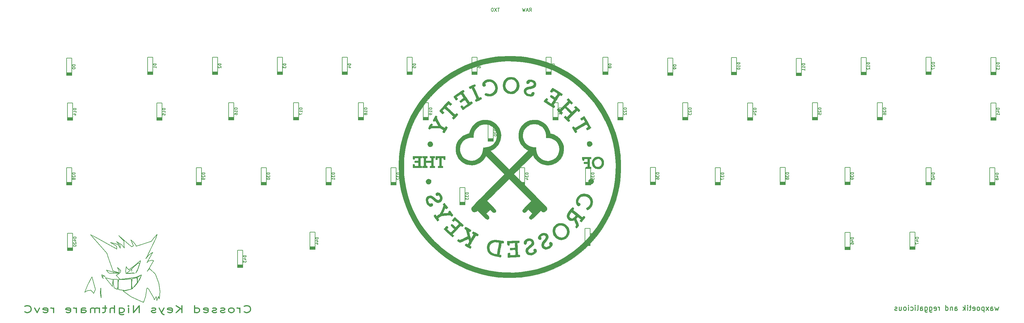
<source format=gbo>
G04 #@! TF.GenerationSoftware,KiCad,Pcbnew,(5.0.0)*
G04 #@! TF.CreationDate,2019-08-23T11:13:26-06:00*
G04 #@! TF.ProjectId,CK50,434B35302E6B696361645F7063620000,rev?*
G04 #@! TF.SameCoordinates,Original*
G04 #@! TF.FileFunction,Legend,Bot*
G04 #@! TF.FilePolarity,Positive*
%FSLAX46Y46*%
G04 Gerber Fmt 4.6, Leading zero omitted, Abs format (unit mm)*
G04 Created by KiCad (PCBNEW (5.0.0)) date 08/23/19 11:13:26*
%MOMM*%
%LPD*%
G01*
G04 APERTURE LIST*
%ADD10C,0.250000*%
%ADD11C,0.300000*%
%ADD12C,0.200000*%
%ADD13C,0.010000*%
%ADD14C,0.150000*%
G04 APERTURE END LIST*
D10*
X468218514Y-180793271D02*
X467932800Y-181793271D01*
X467647085Y-181078985D01*
X467361371Y-181793271D01*
X467075657Y-180793271D01*
X465861371Y-181793271D02*
X465861371Y-181007557D01*
X465932800Y-180864700D01*
X466075657Y-180793271D01*
X466361371Y-180793271D01*
X466504228Y-180864700D01*
X465861371Y-181721842D02*
X466004228Y-181793271D01*
X466361371Y-181793271D01*
X466504228Y-181721842D01*
X466575657Y-181578985D01*
X466575657Y-181436128D01*
X466504228Y-181293271D01*
X466361371Y-181221842D01*
X466004228Y-181221842D01*
X465861371Y-181150414D01*
X465289942Y-181793271D02*
X464504228Y-180793271D01*
X465289942Y-180793271D02*
X464504228Y-181793271D01*
X463932800Y-180793271D02*
X463932800Y-182293271D01*
X463932800Y-180864700D02*
X463789942Y-180793271D01*
X463504228Y-180793271D01*
X463361371Y-180864700D01*
X463289942Y-180936128D01*
X463218514Y-181078985D01*
X463218514Y-181507557D01*
X463289942Y-181650414D01*
X463361371Y-181721842D01*
X463504228Y-181793271D01*
X463789942Y-181793271D01*
X463932800Y-181721842D01*
X462361371Y-181793271D02*
X462504228Y-181721842D01*
X462575657Y-181650414D01*
X462647085Y-181507557D01*
X462647085Y-181078985D01*
X462575657Y-180936128D01*
X462504228Y-180864700D01*
X462361371Y-180793271D01*
X462147085Y-180793271D01*
X462004228Y-180864700D01*
X461932800Y-180936128D01*
X461861371Y-181078985D01*
X461861371Y-181507557D01*
X461932800Y-181650414D01*
X462004228Y-181721842D01*
X462147085Y-181793271D01*
X462361371Y-181793271D01*
X460647085Y-181721842D02*
X460789942Y-181793271D01*
X461075657Y-181793271D01*
X461218514Y-181721842D01*
X461289942Y-181578985D01*
X461289942Y-181007557D01*
X461218514Y-180864700D01*
X461075657Y-180793271D01*
X460789942Y-180793271D01*
X460647085Y-180864700D01*
X460575657Y-181007557D01*
X460575657Y-181150414D01*
X461289942Y-181293271D01*
X460147085Y-180793271D02*
X459575657Y-180793271D01*
X459932800Y-180293271D02*
X459932800Y-181578985D01*
X459861371Y-181721842D01*
X459718514Y-181793271D01*
X459575657Y-181793271D01*
X459075657Y-181793271D02*
X459075657Y-180793271D01*
X459075657Y-180293271D02*
X459147085Y-180364700D01*
X459075657Y-180436128D01*
X459004228Y-180364700D01*
X459075657Y-180293271D01*
X459075657Y-180436128D01*
X458361371Y-181793271D02*
X458361371Y-180293271D01*
X458218514Y-181221842D02*
X457789942Y-181793271D01*
X457789942Y-180793271D02*
X458361371Y-181364700D01*
X455361371Y-181793271D02*
X455361371Y-181007557D01*
X455432800Y-180864700D01*
X455575657Y-180793271D01*
X455861371Y-180793271D01*
X456004228Y-180864700D01*
X455361371Y-181721842D02*
X455504228Y-181793271D01*
X455861371Y-181793271D01*
X456004228Y-181721842D01*
X456075657Y-181578985D01*
X456075657Y-181436128D01*
X456004228Y-181293271D01*
X455861371Y-181221842D01*
X455504228Y-181221842D01*
X455361371Y-181150414D01*
X454647085Y-180793271D02*
X454647085Y-181793271D01*
X454647085Y-180936128D02*
X454575657Y-180864700D01*
X454432800Y-180793271D01*
X454218514Y-180793271D01*
X454075657Y-180864700D01*
X454004228Y-181007557D01*
X454004228Y-181793271D01*
X452647085Y-181793271D02*
X452647085Y-180293271D01*
X452647085Y-181721842D02*
X452789942Y-181793271D01*
X453075657Y-181793271D01*
X453218514Y-181721842D01*
X453289942Y-181650414D01*
X453361371Y-181507557D01*
X453361371Y-181078985D01*
X453289942Y-180936128D01*
X453218514Y-180864700D01*
X453075657Y-180793271D01*
X452789942Y-180793271D01*
X452647085Y-180864700D01*
X450789942Y-181793271D02*
X450789942Y-180793271D01*
X450789942Y-181078985D02*
X450718514Y-180936128D01*
X450647085Y-180864700D01*
X450504228Y-180793271D01*
X450361371Y-180793271D01*
X449289942Y-181721842D02*
X449432800Y-181793271D01*
X449718514Y-181793271D01*
X449861371Y-181721842D01*
X449932800Y-181578985D01*
X449932800Y-181007557D01*
X449861371Y-180864700D01*
X449718514Y-180793271D01*
X449432800Y-180793271D01*
X449289942Y-180864700D01*
X449218514Y-181007557D01*
X449218514Y-181150414D01*
X449932800Y-181293271D01*
X447932800Y-180793271D02*
X447932800Y-182007557D01*
X448004228Y-182150414D01*
X448075657Y-182221842D01*
X448218514Y-182293271D01*
X448432800Y-182293271D01*
X448575657Y-182221842D01*
X447932800Y-181721842D02*
X448075657Y-181793271D01*
X448361371Y-181793271D01*
X448504228Y-181721842D01*
X448575657Y-181650414D01*
X448647085Y-181507557D01*
X448647085Y-181078985D01*
X448575657Y-180936128D01*
X448504228Y-180864700D01*
X448361371Y-180793271D01*
X448075657Y-180793271D01*
X447932800Y-180864700D01*
X446575657Y-180793271D02*
X446575657Y-182007557D01*
X446647085Y-182150414D01*
X446718514Y-182221842D01*
X446861371Y-182293271D01*
X447075657Y-182293271D01*
X447218514Y-182221842D01*
X446575657Y-181721842D02*
X446718514Y-181793271D01*
X447004228Y-181793271D01*
X447147085Y-181721842D01*
X447218514Y-181650414D01*
X447289942Y-181507557D01*
X447289942Y-181078985D01*
X447218514Y-180936128D01*
X447147085Y-180864700D01*
X447004228Y-180793271D01*
X446718514Y-180793271D01*
X446575657Y-180864700D01*
X445218514Y-181793271D02*
X445218514Y-181007557D01*
X445289942Y-180864700D01*
X445432800Y-180793271D01*
X445718514Y-180793271D01*
X445861371Y-180864700D01*
X445218514Y-181721842D02*
X445361371Y-181793271D01*
X445718514Y-181793271D01*
X445861371Y-181721842D01*
X445932800Y-181578985D01*
X445932800Y-181436128D01*
X445861371Y-181293271D01*
X445718514Y-181221842D01*
X445361371Y-181221842D01*
X445218514Y-181150414D01*
X444289942Y-181793271D02*
X444432800Y-181721842D01*
X444504228Y-181578985D01*
X444504228Y-180293271D01*
X443718514Y-181793271D02*
X443718514Y-180793271D01*
X443718514Y-180293271D02*
X443789942Y-180364700D01*
X443718514Y-180436128D01*
X443647085Y-180364700D01*
X443718514Y-180293271D01*
X443718514Y-180436128D01*
X442361371Y-181721842D02*
X442504228Y-181793271D01*
X442789942Y-181793271D01*
X442932800Y-181721842D01*
X443004228Y-181650414D01*
X443075657Y-181507557D01*
X443075657Y-181078985D01*
X443004228Y-180936128D01*
X442932800Y-180864700D01*
X442789942Y-180793271D01*
X442504228Y-180793271D01*
X442361371Y-180864700D01*
X441718514Y-181793271D02*
X441718514Y-180793271D01*
X441718514Y-180293271D02*
X441789942Y-180364700D01*
X441718514Y-180436128D01*
X441647085Y-180364700D01*
X441718514Y-180293271D01*
X441718514Y-180436128D01*
X440789942Y-181793271D02*
X440932800Y-181721842D01*
X441004228Y-181650414D01*
X441075657Y-181507557D01*
X441075657Y-181078985D01*
X441004228Y-180936128D01*
X440932800Y-180864700D01*
X440789942Y-180793271D01*
X440575657Y-180793271D01*
X440432800Y-180864700D01*
X440361371Y-180936128D01*
X440289942Y-181078985D01*
X440289942Y-181507557D01*
X440361371Y-181650414D01*
X440432800Y-181721842D01*
X440575657Y-181793271D01*
X440789942Y-181793271D01*
X439004228Y-180793271D02*
X439004228Y-181793271D01*
X439647085Y-180793271D02*
X439647085Y-181578985D01*
X439575657Y-181721842D01*
X439432800Y-181793271D01*
X439218514Y-181793271D01*
X439075657Y-181721842D01*
X439004228Y-181650414D01*
X438361371Y-181721842D02*
X438218514Y-181793271D01*
X437932800Y-181793271D01*
X437789942Y-181721842D01*
X437718514Y-181578985D01*
X437718514Y-181507557D01*
X437789942Y-181364700D01*
X437932800Y-181293271D01*
X438147085Y-181293271D01*
X438289942Y-181221842D01*
X438361371Y-181078985D01*
X438361371Y-181007557D01*
X438289942Y-180864700D01*
X438147085Y-180793271D01*
X437932800Y-180793271D01*
X437789942Y-180864700D01*
D11*
X246703114Y-182235385D02*
X246845971Y-182330623D01*
X247274542Y-182425861D01*
X247560257Y-182425861D01*
X247988828Y-182330623D01*
X248274542Y-182140147D01*
X248417400Y-181949671D01*
X248560257Y-181568719D01*
X248560257Y-181283004D01*
X248417400Y-180902052D01*
X248274542Y-180711576D01*
X247988828Y-180521100D01*
X247560257Y-180425861D01*
X247274542Y-180425861D01*
X246845971Y-180521100D01*
X246703114Y-180616338D01*
X245417400Y-182425861D02*
X245417400Y-181092528D01*
X245417400Y-181473480D02*
X245274542Y-181283004D01*
X245131685Y-181187766D01*
X244845971Y-181092528D01*
X244560257Y-181092528D01*
X243131685Y-182425861D02*
X243417400Y-182330623D01*
X243560257Y-182235385D01*
X243703114Y-182044909D01*
X243703114Y-181473480D01*
X243560257Y-181283004D01*
X243417400Y-181187766D01*
X243131685Y-181092528D01*
X242703114Y-181092528D01*
X242417400Y-181187766D01*
X242274542Y-181283004D01*
X242131685Y-181473480D01*
X242131685Y-182044909D01*
X242274542Y-182235385D01*
X242417400Y-182330623D01*
X242703114Y-182425861D01*
X243131685Y-182425861D01*
X240988828Y-182330623D02*
X240703114Y-182425861D01*
X240131685Y-182425861D01*
X239845971Y-182330623D01*
X239703114Y-182140147D01*
X239703114Y-182044909D01*
X239845971Y-181854433D01*
X240131685Y-181759195D01*
X240560257Y-181759195D01*
X240845971Y-181663957D01*
X240988828Y-181473480D01*
X240988828Y-181378242D01*
X240845971Y-181187766D01*
X240560257Y-181092528D01*
X240131685Y-181092528D01*
X239845971Y-181187766D01*
X238560257Y-182330623D02*
X238274542Y-182425861D01*
X237703114Y-182425861D01*
X237417400Y-182330623D01*
X237274542Y-182140147D01*
X237274542Y-182044909D01*
X237417400Y-181854433D01*
X237703114Y-181759195D01*
X238131685Y-181759195D01*
X238417400Y-181663957D01*
X238560257Y-181473480D01*
X238560257Y-181378242D01*
X238417400Y-181187766D01*
X238131685Y-181092528D01*
X237703114Y-181092528D01*
X237417400Y-181187766D01*
X234845971Y-182330623D02*
X235131685Y-182425861D01*
X235703114Y-182425861D01*
X235988828Y-182330623D01*
X236131685Y-182140147D01*
X236131685Y-181378242D01*
X235988828Y-181187766D01*
X235703114Y-181092528D01*
X235131685Y-181092528D01*
X234845971Y-181187766D01*
X234703114Y-181378242D01*
X234703114Y-181568719D01*
X236131685Y-181759195D01*
X232131685Y-182425861D02*
X232131685Y-180425861D01*
X232131685Y-182330623D02*
X232417400Y-182425861D01*
X232988828Y-182425861D01*
X233274542Y-182330623D01*
X233417400Y-182235385D01*
X233560257Y-182044909D01*
X233560257Y-181473480D01*
X233417400Y-181283004D01*
X233274542Y-181187766D01*
X232988828Y-181092528D01*
X232417400Y-181092528D01*
X232131685Y-181187766D01*
X228417400Y-182425861D02*
X228417400Y-180425861D01*
X226703114Y-182425861D02*
X227988828Y-181283004D01*
X226703114Y-180425861D02*
X228417400Y-181568719D01*
X224274542Y-182330623D02*
X224560257Y-182425861D01*
X225131685Y-182425861D01*
X225417400Y-182330623D01*
X225560257Y-182140147D01*
X225560257Y-181378242D01*
X225417400Y-181187766D01*
X225131685Y-181092528D01*
X224560257Y-181092528D01*
X224274542Y-181187766D01*
X224131685Y-181378242D01*
X224131685Y-181568719D01*
X225560257Y-181759195D01*
X223131685Y-181092528D02*
X222417400Y-182425861D01*
X221703114Y-181092528D02*
X222417400Y-182425861D01*
X222703114Y-182902052D01*
X222845971Y-182997290D01*
X223131685Y-183092528D01*
X220703114Y-182330623D02*
X220417400Y-182425861D01*
X219845971Y-182425861D01*
X219560257Y-182330623D01*
X219417400Y-182140147D01*
X219417400Y-182044909D01*
X219560257Y-181854433D01*
X219845971Y-181759195D01*
X220274542Y-181759195D01*
X220560257Y-181663957D01*
X220703114Y-181473480D01*
X220703114Y-181378242D01*
X220560257Y-181187766D01*
X220274542Y-181092528D01*
X219845971Y-181092528D01*
X219560257Y-181187766D01*
X215845971Y-182425861D02*
X215845971Y-180425861D01*
X214131685Y-182425861D01*
X214131685Y-180425861D01*
X212703114Y-182425861D02*
X212703114Y-181092528D01*
X212703114Y-180425861D02*
X212845971Y-180521100D01*
X212703114Y-180616338D01*
X212560257Y-180521100D01*
X212703114Y-180425861D01*
X212703114Y-180616338D01*
X209988828Y-181092528D02*
X209988828Y-182711576D01*
X210131685Y-182902052D01*
X210274542Y-182997290D01*
X210560257Y-183092528D01*
X210988828Y-183092528D01*
X211274542Y-182997290D01*
X209988828Y-182330623D02*
X210274542Y-182425861D01*
X210845971Y-182425861D01*
X211131685Y-182330623D01*
X211274542Y-182235385D01*
X211417400Y-182044909D01*
X211417400Y-181473480D01*
X211274542Y-181283004D01*
X211131685Y-181187766D01*
X210845971Y-181092528D01*
X210274542Y-181092528D01*
X209988828Y-181187766D01*
X208560257Y-182425861D02*
X208560257Y-180425861D01*
X207274542Y-182425861D02*
X207274542Y-181378242D01*
X207417400Y-181187766D01*
X207703114Y-181092528D01*
X208131685Y-181092528D01*
X208417400Y-181187766D01*
X208560257Y-181283004D01*
X206274542Y-181092528D02*
X205131685Y-181092528D01*
X205845971Y-180425861D02*
X205845971Y-182140147D01*
X205703114Y-182330623D01*
X205417400Y-182425861D01*
X205131685Y-182425861D01*
X204131685Y-182425861D02*
X204131685Y-181092528D01*
X204131685Y-181283004D02*
X203988828Y-181187766D01*
X203703114Y-181092528D01*
X203274542Y-181092528D01*
X202988828Y-181187766D01*
X202845971Y-181378242D01*
X202845971Y-182425861D01*
X202845971Y-181378242D02*
X202703114Y-181187766D01*
X202417400Y-181092528D01*
X201988828Y-181092528D01*
X201703114Y-181187766D01*
X201560257Y-181378242D01*
X201560257Y-182425861D01*
X198845971Y-182425861D02*
X198845971Y-181378242D01*
X198988828Y-181187766D01*
X199274542Y-181092528D01*
X199845971Y-181092528D01*
X200131685Y-181187766D01*
X198845971Y-182330623D02*
X199131685Y-182425861D01*
X199845971Y-182425861D01*
X200131685Y-182330623D01*
X200274542Y-182140147D01*
X200274542Y-181949671D01*
X200131685Y-181759195D01*
X199845971Y-181663957D01*
X199131685Y-181663957D01*
X198845971Y-181568719D01*
X197417400Y-182425861D02*
X197417400Y-181092528D01*
X197417400Y-181473480D02*
X197274542Y-181283004D01*
X197131685Y-181187766D01*
X196845971Y-181092528D01*
X196560257Y-181092528D01*
X194417400Y-182330623D02*
X194703114Y-182425861D01*
X195274542Y-182425861D01*
X195560257Y-182330623D01*
X195703114Y-182140147D01*
X195703114Y-181378242D01*
X195560257Y-181187766D01*
X195274542Y-181092528D01*
X194703114Y-181092528D01*
X194417400Y-181187766D01*
X194274542Y-181378242D01*
X194274542Y-181568719D01*
X195703114Y-181759195D01*
X190703114Y-182425861D02*
X190703114Y-181092528D01*
X190703114Y-181473480D02*
X190560257Y-181283004D01*
X190417400Y-181187766D01*
X190131685Y-181092528D01*
X189845971Y-181092528D01*
X187703114Y-182330623D02*
X187988828Y-182425861D01*
X188560257Y-182425861D01*
X188845971Y-182330623D01*
X188988828Y-182140147D01*
X188988828Y-181378242D01*
X188845971Y-181187766D01*
X188560257Y-181092528D01*
X187988828Y-181092528D01*
X187703114Y-181187766D01*
X187560257Y-181378242D01*
X187560257Y-181568719D01*
X188988828Y-181759195D01*
X186560257Y-181092528D02*
X185845971Y-182425861D01*
X185131685Y-181092528D01*
X182274542Y-182235385D02*
X182417400Y-182330623D01*
X182845971Y-182425861D01*
X183131685Y-182425861D01*
X183560257Y-182330623D01*
X183845971Y-182140147D01*
X183988828Y-181949671D01*
X184131685Y-181568719D01*
X184131685Y-181283004D01*
X183988828Y-180902052D01*
X183845971Y-180711576D01*
X183560257Y-180521100D01*
X183131685Y-180425861D01*
X182845971Y-180425861D01*
X182417400Y-180521100D01*
X182274542Y-180616338D01*
D12*
G04 #@! TO.C,G\002A\002A\002A*
X217121091Y-179387599D02*
X216635711Y-179243630D01*
X220814914Y-177709336D02*
X220777894Y-177791604D01*
X220921862Y-178153582D02*
X220814914Y-177709336D01*
X218939209Y-169515465D02*
X220568111Y-171123801D01*
X221645819Y-178038407D02*
X221571778Y-177651749D01*
X217705192Y-177729903D02*
X217215699Y-179194270D01*
X218137098Y-175159035D02*
X218087737Y-175496333D01*
X221020584Y-178758250D02*
X220921862Y-178153582D01*
X221571778Y-177651749D02*
X221477170Y-177849191D01*
X220119751Y-167096793D02*
X218712972Y-169494898D01*
X218667725Y-165546045D02*
X219852381Y-164678120D01*
X217828594Y-166504465D02*
X218667725Y-165546045D01*
X215397581Y-173612401D02*
X215372901Y-173345031D01*
X220568111Y-171123801D02*
X221633479Y-173842751D01*
X211131997Y-176026960D02*
X211720211Y-176022847D01*
X217215699Y-179194270D02*
X217121091Y-179387599D01*
X220185566Y-178198830D02*
X218556664Y-175442859D01*
X218219366Y-170288783D02*
X218577231Y-169869217D01*
X216635711Y-179243630D02*
X213476628Y-177812171D01*
X215537436Y-173386164D02*
X215397581Y-173612401D01*
X216438268Y-171568047D02*
X215537436Y-173386164D01*
X213846833Y-175438746D02*
X215965229Y-172793836D01*
X218087737Y-175496333D02*
X217705192Y-177729903D01*
X220777894Y-177791604D02*
X220420029Y-178445633D01*
X221477170Y-177849191D02*
X221226253Y-178503220D01*
X221633479Y-173842751D02*
X221917302Y-176228516D01*
X218264613Y-167631533D02*
X218482623Y-167335369D01*
X219103744Y-166047879D02*
X218264613Y-167569832D01*
X220724420Y-160667566D02*
X218161778Y-165908023D01*
X216528763Y-171387057D02*
X216438268Y-171568047D01*
X215965229Y-172793836D02*
X216528763Y-171387057D01*
X220259607Y-178626622D02*
X220185566Y-178198830D01*
X221699293Y-178388045D02*
X221645819Y-178038407D01*
X218712972Y-169494898D02*
X218219366Y-170288783D01*
X218161778Y-165908023D02*
X217828594Y-166504465D01*
X218577231Y-169869217D02*
X218939209Y-169515465D01*
X221226253Y-178503220D02*
X221049377Y-178922786D01*
X220420029Y-178445633D02*
X220259607Y-178626622D01*
X221049377Y-178922786D02*
X221020584Y-178758250D01*
X219852381Y-164678120D02*
X219103744Y-166047879D01*
X221917302Y-176228516D02*
X221752767Y-178202943D01*
X211720211Y-176022847D02*
X213846833Y-175438746D01*
X218556664Y-175442859D02*
X218137098Y-175159035D01*
X219490403Y-167076226D02*
X220119751Y-167096793D01*
X211399367Y-176277877D02*
X211131997Y-176026960D01*
X221752767Y-178202943D02*
X221699293Y-178388045D01*
X218482623Y-167335369D02*
X219490403Y-167076226D01*
X218182345Y-167734368D02*
X218264613Y-167631533D01*
X213476628Y-177812171D02*
X211399367Y-176277877D01*
X221065831Y-159400642D02*
X220724420Y-160667566D01*
X218264613Y-167569832D02*
X218182345Y-167734368D01*
X209445507Y-175619735D02*
X208524108Y-175208396D01*
X204402492Y-176668649D02*
X204542347Y-175405838D01*
X204690429Y-178017840D02*
X204628729Y-177832738D01*
X208269078Y-172658095D02*
X209289198Y-172678662D01*
X204636955Y-176397165D02*
X204636955Y-176397165D01*
X204661636Y-177832738D02*
X204690429Y-178017840D01*
X208195037Y-173801617D02*
X208269078Y-172658095D01*
X209626496Y-172695115D02*
X209605929Y-173320350D01*
X204542347Y-175405838D02*
X204636955Y-175150808D01*
X204628729Y-177832738D02*
X204402492Y-176668649D01*
X209556569Y-174788830D02*
X209445507Y-175619735D01*
X209289198Y-172678662D02*
X209289198Y-172678662D01*
X209289198Y-172678662D02*
X209626496Y-172695115D01*
X213579463Y-174019626D02*
X213579463Y-174019626D01*
X208524108Y-175208396D02*
X208195037Y-173801617D01*
X213579463Y-172555260D02*
X213579463Y-174019626D01*
X213340886Y-172584054D02*
X213579463Y-172555260D01*
X204636955Y-175150808D02*
X204636955Y-176397165D01*
X204636955Y-176397165D02*
X204661636Y-177832738D01*
X209605929Y-173320350D02*
X209556569Y-174788830D01*
X215200138Y-172185055D02*
X215245385Y-173040640D01*
X206072528Y-172213849D02*
X207726110Y-172633414D01*
X208347232Y-170654874D02*
X208376026Y-170560266D01*
X201975593Y-171888891D02*
X202049634Y-172189168D01*
X199890105Y-176413619D02*
X200708669Y-174336357D01*
X201675315Y-175813064D02*
X200556474Y-176059867D01*
X202259417Y-176467093D02*
X201675315Y-175813064D01*
X208149790Y-172662208D02*
X208145676Y-172810290D01*
X209239838Y-170683668D02*
X209939114Y-170860544D01*
X205854519Y-172143921D02*
X206072528Y-172213849D01*
X202551467Y-176623402D02*
X202465086Y-176767370D01*
X204982480Y-171654428D02*
X205040068Y-171814850D01*
X213818040Y-172501786D02*
X214953335Y-172197395D01*
X215274179Y-173822184D02*
X214978015Y-174192389D01*
X205373252Y-171502232D02*
X205373252Y-171502232D01*
X202572034Y-174110121D02*
X202966919Y-175611508D01*
X208474747Y-170486225D02*
X209239838Y-170683668D01*
X215171344Y-172115127D02*
X215200138Y-172185055D01*
X215245385Y-173040640D02*
X215274179Y-173822184D01*
X206072528Y-172213849D02*
X206072528Y-172213849D01*
X206586702Y-173061207D02*
X205854519Y-172143921D01*
X202966919Y-175611508D02*
X202551467Y-176623402D01*
X208018161Y-174772377D02*
X206586702Y-173061207D01*
X202049634Y-172189168D02*
X202049634Y-172189168D01*
X202465086Y-176767370D02*
X202259417Y-176467093D01*
X205443180Y-171728469D02*
X205085315Y-171679108D01*
X200556474Y-176059867D02*
X199890105Y-176413619D01*
X202049634Y-172189168D02*
X202572034Y-174110121D01*
X206792371Y-170691895D02*
X206220610Y-169959711D01*
X205188150Y-172152148D02*
X205258077Y-172345477D01*
X205825725Y-171769603D02*
X205443180Y-171728469D01*
X208318438Y-170552039D02*
X208347232Y-170654874D01*
X205373252Y-171502232D02*
X205825725Y-171769603D01*
X206751237Y-170070773D02*
X206751237Y-170070773D01*
X209939114Y-170860544D02*
X209651177Y-170881111D01*
X207170803Y-170819410D02*
X206792371Y-170691895D01*
X207726110Y-172633414D02*
X208149790Y-172662208D01*
X205258077Y-172345477D02*
X204916666Y-171975272D01*
X213715205Y-175352364D02*
X213694638Y-173929132D01*
X204916666Y-171975272D02*
X204846738Y-171292449D01*
X208376026Y-170560266D02*
X208474747Y-170486225D01*
X211045615Y-172695115D02*
X213340886Y-172584054D01*
X205040068Y-171814850D02*
X205188150Y-172152148D01*
X209721104Y-172691002D02*
X211045615Y-172695115D01*
X208145676Y-172810290D02*
X208018161Y-174772377D01*
X214509089Y-174739469D02*
X213715205Y-175352364D01*
X209651177Y-170881111D02*
X207170803Y-170819410D01*
X209692310Y-174040193D02*
X209721104Y-172691002D01*
X209659403Y-175529240D02*
X209692310Y-174040193D01*
X209803372Y-175722569D02*
X209659403Y-175529240D01*
X211625603Y-175907672D02*
X209803372Y-175722569D01*
X213303866Y-175611508D02*
X211625603Y-175907672D01*
X213579463Y-175483993D02*
X213303866Y-175611508D01*
X206751237Y-170070773D02*
X208318438Y-170552039D01*
X213579463Y-174019626D02*
X213579463Y-175483993D01*
X204846738Y-171292449D02*
X205373252Y-171502232D01*
X213694638Y-173929132D02*
X213706978Y-172526466D01*
X200708669Y-174336357D02*
X201975593Y-171888891D01*
X215200138Y-172185055D02*
X215200138Y-172185055D01*
X214953335Y-172197395D02*
X215171344Y-172115127D01*
X213706978Y-172526466D02*
X213818040Y-172501786D01*
X206220610Y-169959711D02*
X206751237Y-170070773D01*
X214978015Y-174192389D02*
X214509089Y-174739469D01*
X205085315Y-171679108D02*
X204982480Y-171654428D01*
X211218378Y-163090352D02*
X211428161Y-163378289D01*
X211983468Y-170770049D02*
X211987581Y-170909904D01*
X209754011Y-162226540D02*
X209141116Y-161543718D01*
X212012262Y-168865550D02*
X211909427Y-170169494D01*
X221065831Y-159400642D02*
X221065831Y-159400642D01*
X209651177Y-162452777D02*
X209852733Y-162703693D01*
X210667184Y-162518591D02*
X211218378Y-163090352D01*
X220202019Y-160474237D02*
X221065831Y-159400642D01*
X212843166Y-162395189D02*
X213624710Y-163106805D01*
X210235278Y-162658446D02*
X209754011Y-162226540D01*
X210157123Y-163217867D02*
X210272298Y-163464670D01*
X215500416Y-167861883D02*
X216006362Y-167985285D01*
X213073516Y-170111907D02*
X213595917Y-169688228D01*
X214834047Y-170757709D02*
X215298860Y-170148927D01*
X209988474Y-159960063D02*
X209815712Y-159758507D01*
X212160344Y-170819410D02*
X212366013Y-170675441D01*
X212259065Y-170938698D02*
X214476182Y-170835863D01*
X213480742Y-161284574D02*
X213398474Y-161050111D01*
X209141116Y-161543718D02*
X210667184Y-162518591D01*
X210259958Y-163053331D02*
X210235278Y-162658446D01*
X210909874Y-160930823D02*
X210309319Y-160309701D01*
X215549776Y-169544259D02*
X214883407Y-170642534D01*
X216006362Y-167985285D02*
X215549776Y-169544259D01*
X213653504Y-169930918D02*
X213661731Y-169618300D01*
X211909427Y-170169494D02*
X211983468Y-170770049D01*
X214122430Y-162773621D02*
X213480742Y-161284574D01*
X210272298Y-163464670D02*
X210259958Y-163053331D01*
X207376472Y-161769954D02*
X209075302Y-162242994D01*
X212115097Y-169202848D02*
X212012262Y-168865550D01*
X214159451Y-161691800D02*
X214965675Y-162683126D01*
X209815712Y-159758507D02*
X210017268Y-159898362D01*
X213398474Y-161050111D02*
X214159451Y-161691800D01*
X214286966Y-169025972D02*
X215500416Y-167861883D01*
X212366013Y-170675441D02*
X213073516Y-170111907D01*
X212810259Y-169836310D02*
X212115097Y-169202848D01*
X208301985Y-162345828D02*
X207376472Y-161769954D01*
X211358233Y-161407976D02*
X210909874Y-160930823D01*
X214731212Y-168433644D02*
X214731212Y-168433644D01*
X219395795Y-161469677D02*
X220202019Y-160474237D01*
X216166785Y-167162607D02*
X214731212Y-168433644D01*
X216232599Y-167133813D02*
X216166785Y-167162607D01*
X213624710Y-163106805D02*
X214122430Y-162773621D01*
X209075302Y-162242994D02*
X209651177Y-162452777D01*
X214476182Y-170835863D02*
X214192358Y-170798843D01*
X214731212Y-168433644D02*
X212810259Y-169836310D01*
X216187352Y-167401184D02*
X216232599Y-167133813D01*
X212921321Y-170831750D02*
X212160344Y-170819410D01*
X215298860Y-170148927D02*
X216187352Y-167401184D01*
X214883407Y-170642534D02*
X214834047Y-170757709D01*
X213595917Y-169688228D02*
X213632937Y-169963825D01*
X214932768Y-162860002D02*
X215759559Y-162629652D01*
X213661731Y-169618300D02*
X214286966Y-169025972D01*
X213645277Y-170243535D02*
X213653504Y-169930918D01*
X211399367Y-162386962D02*
X211358233Y-161407976D01*
X211428161Y-163378289D02*
X211399367Y-162386962D01*
X209198704Y-162884682D02*
X208301985Y-162345828D01*
X213632937Y-169963825D02*
X213645277Y-170243535D01*
X210017268Y-159898362D02*
X212843166Y-162395189D01*
X214965675Y-162683126D02*
X214932768Y-162860002D01*
X214192358Y-170798843D02*
X212921321Y-170831750D01*
X211987581Y-170909904D02*
X212259065Y-170938698D01*
X215759559Y-162629652D02*
X219395795Y-161469677D01*
X209852733Y-162703693D02*
X210157123Y-163217867D01*
X210309319Y-160309701D02*
X209988474Y-159960063D01*
X214965675Y-172053426D02*
X211378800Y-172567600D01*
X216458835Y-171313016D02*
X216273733Y-171440531D01*
X209902093Y-170354597D02*
X209865073Y-170658988D01*
X209289198Y-163707360D02*
X209248064Y-163291908D01*
X205928560Y-164525925D02*
X203505773Y-161749387D01*
X208993034Y-163542825D02*
X209289198Y-163707360D01*
X210264071Y-170642534D02*
X210399813Y-170218855D01*
X203045074Y-160285021D02*
X206566135Y-162201860D01*
X201588934Y-159503477D02*
X203045074Y-160285021D01*
X203505773Y-161749387D02*
X201588934Y-159503477D01*
X206747124Y-166134260D02*
X206364579Y-165023645D01*
X207639729Y-168717468D02*
X206747124Y-166134260D01*
X208162130Y-170206515D02*
X207639729Y-168717468D01*
X216273733Y-171440531D02*
X214965675Y-172053426D01*
X209865073Y-170658988D02*
X208162130Y-170206515D01*
X209877413Y-171020966D02*
X210264071Y-170642534D01*
X209737558Y-169441424D02*
X209433167Y-169174054D01*
X210243505Y-169910351D02*
X209737558Y-169441424D01*
X215520983Y-171967045D02*
X216462949Y-171345924D01*
X216462949Y-171345924D02*
X216458835Y-171313016D01*
X209248064Y-163291908D02*
X209198704Y-162884682D01*
X206566135Y-162201860D02*
X208993034Y-163542825D01*
X206364579Y-165023645D02*
X205928560Y-164525925D01*
X209930887Y-170062546D02*
X209902093Y-170354597D01*
X209692310Y-169638867D02*
X209930887Y-170062546D01*
X209433167Y-169174054D02*
X209692310Y-169638867D01*
X215327653Y-172579940D02*
X215302973Y-172078107D01*
X210399813Y-170218855D02*
X210243505Y-169910351D01*
X210185917Y-172596394D02*
X210021382Y-172501786D01*
X215372901Y-173345031D02*
X215327653Y-172579940D01*
X209075302Y-171489892D02*
X209877413Y-171020966D01*
X215302973Y-172078107D02*
X215520983Y-171967045D01*
X210021382Y-172501786D02*
X209075302Y-171489892D01*
X211378800Y-172567600D02*
X210185917Y-172596394D01*
D13*
G36*
X324381820Y-106961652D02*
X323554573Y-106972014D01*
X322758724Y-106990547D01*
X322022914Y-107017098D01*
X321375783Y-107051518D01*
X320845970Y-107093656D01*
X320611500Y-107120527D01*
X318259189Y-107517499D01*
X315964443Y-108070502D01*
X313733323Y-108775920D01*
X311571889Y-109630135D01*
X309486201Y-110629531D01*
X307482320Y-111770491D01*
X305566304Y-113049397D01*
X303744216Y-114462633D01*
X302022114Y-116006583D01*
X300406059Y-117677628D01*
X298902111Y-119472152D01*
X298086406Y-120564176D01*
X296790083Y-122519583D01*
X295645092Y-124550177D01*
X294652622Y-126652850D01*
X293813858Y-128824494D01*
X293129990Y-131062001D01*
X292602202Y-133362263D01*
X292231684Y-135722172D01*
X292202669Y-135967045D01*
X292150321Y-136564268D01*
X292112883Y-137291617D01*
X292089884Y-138117404D01*
X292080851Y-139009941D01*
X292085314Y-139937539D01*
X292102801Y-140868510D01*
X292132841Y-141771166D01*
X292174961Y-142613817D01*
X292228690Y-143364775D01*
X292293557Y-143992353D01*
X292325500Y-144221200D01*
X292774616Y-146591394D01*
X293377147Y-148893551D01*
X294131870Y-151124716D01*
X295037561Y-153281931D01*
X296092997Y-155362242D01*
X297296954Y-157362692D01*
X298446096Y-159011417D01*
X299683506Y-160562568D01*
X301056673Y-162078827D01*
X302532907Y-163528547D01*
X304079518Y-164880077D01*
X305663813Y-166101769D01*
X306057221Y-166379918D01*
X307958908Y-167599985D01*
X309955693Y-168689844D01*
X312030788Y-169643294D01*
X314167408Y-170454137D01*
X316348765Y-171116171D01*
X318558073Y-171623197D01*
X320778545Y-171969015D01*
X321361304Y-172032317D01*
X321785592Y-172062688D01*
X322344335Y-172085452D01*
X323007120Y-172100819D01*
X323743534Y-172109001D01*
X324523164Y-172110211D01*
X325315597Y-172104658D01*
X326090421Y-172092554D01*
X326817223Y-172074111D01*
X327465591Y-172049539D01*
X328005111Y-172019051D01*
X328400833Y-171983406D01*
X330752015Y-171617181D01*
X333049497Y-171092853D01*
X335287396Y-170413186D01*
X337459824Y-169580941D01*
X339560896Y-168598881D01*
X341584725Y-167469769D01*
X343525427Y-166196367D01*
X345377115Y-164781437D01*
X347133903Y-163227742D01*
X347209385Y-163155800D01*
X348861985Y-161461096D01*
X350374368Y-159672386D01*
X351744796Y-157793117D01*
X352971530Y-155826739D01*
X354052830Y-153776703D01*
X354986958Y-151646457D01*
X355772175Y-149439451D01*
X356406741Y-147159134D01*
X356888917Y-144808957D01*
X357075370Y-143586200D01*
X357122296Y-143134413D01*
X357161524Y-142548889D01*
X357192894Y-141858363D01*
X357216249Y-141091569D01*
X357231432Y-140277240D01*
X357238284Y-139444112D01*
X357237307Y-138952723D01*
X355792476Y-138952723D01*
X355753136Y-141173642D01*
X355554288Y-143387991D01*
X355196305Y-145587842D01*
X354679558Y-147765268D01*
X354004420Y-149912341D01*
X353171261Y-152021134D01*
X352180456Y-154083718D01*
X351260380Y-155718778D01*
X350232985Y-157293215D01*
X349060970Y-158850312D01*
X347768817Y-160363884D01*
X346381009Y-161807743D01*
X344922029Y-163155707D01*
X343416357Y-164381588D01*
X342608800Y-164972146D01*
X340735404Y-166190724D01*
X338783751Y-167273074D01*
X336767912Y-168213905D01*
X334701962Y-169007929D01*
X332599973Y-169649857D01*
X330476019Y-170134398D01*
X328344173Y-170456265D01*
X327892833Y-170503072D01*
X327466258Y-170543855D01*
X327067224Y-170582193D01*
X326746219Y-170613224D01*
X326580500Y-170629426D01*
X326278539Y-170646388D01*
X325838832Y-170653814D01*
X325292640Y-170652608D01*
X324671229Y-170643672D01*
X324005862Y-170627907D01*
X323327804Y-170606217D01*
X322668318Y-170579504D01*
X322058667Y-170548671D01*
X321530117Y-170514619D01*
X321113930Y-170478251D01*
X321034833Y-170469350D01*
X318755649Y-170113400D01*
X316527626Y-169597152D01*
X314356693Y-168923488D01*
X312248778Y-168095290D01*
X310209810Y-167115439D01*
X308245717Y-165986818D01*
X306362429Y-164712309D01*
X304565874Y-163294793D01*
X302861980Y-161737153D01*
X302660382Y-161537318D01*
X301080441Y-159840379D01*
X299643599Y-158053894D01*
X298351761Y-156181794D01*
X297206832Y-154228006D01*
X296210714Y-152196462D01*
X295365312Y-150091089D01*
X294672530Y-147915818D01*
X294134272Y-145674577D01*
X293752442Y-143371295D01*
X293715684Y-143078200D01*
X293662068Y-142514137D01*
X293619697Y-141823859D01*
X293588812Y-141043151D01*
X293569651Y-140207801D01*
X293562454Y-139353593D01*
X293567462Y-138516316D01*
X293584913Y-137731753D01*
X293615047Y-137035693D01*
X293658104Y-136463921D01*
X293670614Y-136347200D01*
X294020527Y-134008390D01*
X294521634Y-131740806D01*
X295173040Y-129547132D01*
X295973855Y-127430050D01*
X296923186Y-125392243D01*
X297896174Y-123640951D01*
X299143106Y-121724486D01*
X300518382Y-119909864D01*
X302014036Y-118203980D01*
X303622098Y-116613726D01*
X305334600Y-115145995D01*
X307143577Y-113807681D01*
X309041058Y-112605678D01*
X311019077Y-111546878D01*
X312799582Y-110747445D01*
X314948061Y-109955981D01*
X317132433Y-109327369D01*
X319344095Y-108861342D01*
X321574446Y-108557632D01*
X323814883Y-108415972D01*
X326056805Y-108436094D01*
X328291609Y-108617731D01*
X330510694Y-108960614D01*
X332705457Y-109464477D01*
X334867296Y-110129051D01*
X336987609Y-110954069D01*
X338264500Y-111539678D01*
X340097711Y-112503031D01*
X341821907Y-113561882D01*
X343462588Y-114734503D01*
X345045248Y-116039163D01*
X346595387Y-117494133D01*
X346649531Y-117548169D01*
X348110110Y-119097629D01*
X349419738Y-120678716D01*
X350596684Y-122316928D01*
X351659220Y-124037761D01*
X352625617Y-125866712D01*
X352658022Y-125933200D01*
X353583540Y-128027055D01*
X354347319Y-130161906D01*
X354949729Y-132329826D01*
X355391144Y-134522888D01*
X355671936Y-136733163D01*
X355792476Y-138952723D01*
X357237307Y-138952723D01*
X357236646Y-138620918D01*
X357226362Y-137836393D01*
X357207273Y-137119271D01*
X357179221Y-136498285D01*
X357142048Y-136002171D01*
X357118204Y-135796867D01*
X356899745Y-134354687D01*
X356660325Y-133041607D01*
X356391025Y-131817822D01*
X356082925Y-130643529D01*
X355727107Y-129478921D01*
X355650570Y-129247065D01*
X354833677Y-127062478D01*
X353871647Y-124957472D01*
X352770856Y-122937939D01*
X351537679Y-121009771D01*
X350178493Y-119178857D01*
X348699673Y-117451088D01*
X347107596Y-115832355D01*
X345408636Y-114328549D01*
X343609171Y-112945561D01*
X341715576Y-111689281D01*
X339734226Y-110565600D01*
X337671498Y-109580409D01*
X335533767Y-108739598D01*
X333327410Y-108049059D01*
X332464833Y-107825447D01*
X331490145Y-107603650D01*
X330458076Y-107402600D01*
X329327806Y-107214803D01*
X328400833Y-107079496D01*
X327986635Y-107037670D01*
X327431995Y-107004919D01*
X326765554Y-106981093D01*
X326015951Y-106966040D01*
X325211826Y-106959610D01*
X324381820Y-106961652D01*
X324381820Y-106961652D01*
G37*
X324381820Y-106961652D02*
X323554573Y-106972014D01*
X322758724Y-106990547D01*
X322022914Y-107017098D01*
X321375783Y-107051518D01*
X320845970Y-107093656D01*
X320611500Y-107120527D01*
X318259189Y-107517499D01*
X315964443Y-108070502D01*
X313733323Y-108775920D01*
X311571889Y-109630135D01*
X309486201Y-110629531D01*
X307482320Y-111770491D01*
X305566304Y-113049397D01*
X303744216Y-114462633D01*
X302022114Y-116006583D01*
X300406059Y-117677628D01*
X298902111Y-119472152D01*
X298086406Y-120564176D01*
X296790083Y-122519583D01*
X295645092Y-124550177D01*
X294652622Y-126652850D01*
X293813858Y-128824494D01*
X293129990Y-131062001D01*
X292602202Y-133362263D01*
X292231684Y-135722172D01*
X292202669Y-135967045D01*
X292150321Y-136564268D01*
X292112883Y-137291617D01*
X292089884Y-138117404D01*
X292080851Y-139009941D01*
X292085314Y-139937539D01*
X292102801Y-140868510D01*
X292132841Y-141771166D01*
X292174961Y-142613817D01*
X292228690Y-143364775D01*
X292293557Y-143992353D01*
X292325500Y-144221200D01*
X292774616Y-146591394D01*
X293377147Y-148893551D01*
X294131870Y-151124716D01*
X295037561Y-153281931D01*
X296092997Y-155362242D01*
X297296954Y-157362692D01*
X298446096Y-159011417D01*
X299683506Y-160562568D01*
X301056673Y-162078827D01*
X302532907Y-163528547D01*
X304079518Y-164880077D01*
X305663813Y-166101769D01*
X306057221Y-166379918D01*
X307958908Y-167599985D01*
X309955693Y-168689844D01*
X312030788Y-169643294D01*
X314167408Y-170454137D01*
X316348765Y-171116171D01*
X318558073Y-171623197D01*
X320778545Y-171969015D01*
X321361304Y-172032317D01*
X321785592Y-172062688D01*
X322344335Y-172085452D01*
X323007120Y-172100819D01*
X323743534Y-172109001D01*
X324523164Y-172110211D01*
X325315597Y-172104658D01*
X326090421Y-172092554D01*
X326817223Y-172074111D01*
X327465591Y-172049539D01*
X328005111Y-172019051D01*
X328400833Y-171983406D01*
X330752015Y-171617181D01*
X333049497Y-171092853D01*
X335287396Y-170413186D01*
X337459824Y-169580941D01*
X339560896Y-168598881D01*
X341584725Y-167469769D01*
X343525427Y-166196367D01*
X345377115Y-164781437D01*
X347133903Y-163227742D01*
X347209385Y-163155800D01*
X348861985Y-161461096D01*
X350374368Y-159672386D01*
X351744796Y-157793117D01*
X352971530Y-155826739D01*
X354052830Y-153776703D01*
X354986958Y-151646457D01*
X355772175Y-149439451D01*
X356406741Y-147159134D01*
X356888917Y-144808957D01*
X357075370Y-143586200D01*
X357122296Y-143134413D01*
X357161524Y-142548889D01*
X357192894Y-141858363D01*
X357216249Y-141091569D01*
X357231432Y-140277240D01*
X357238284Y-139444112D01*
X357237307Y-138952723D01*
X355792476Y-138952723D01*
X355753136Y-141173642D01*
X355554288Y-143387991D01*
X355196305Y-145587842D01*
X354679558Y-147765268D01*
X354004420Y-149912341D01*
X353171261Y-152021134D01*
X352180456Y-154083718D01*
X351260380Y-155718778D01*
X350232985Y-157293215D01*
X349060970Y-158850312D01*
X347768817Y-160363884D01*
X346381009Y-161807743D01*
X344922029Y-163155707D01*
X343416357Y-164381588D01*
X342608800Y-164972146D01*
X340735404Y-166190724D01*
X338783751Y-167273074D01*
X336767912Y-168213905D01*
X334701962Y-169007929D01*
X332599973Y-169649857D01*
X330476019Y-170134398D01*
X328344173Y-170456265D01*
X327892833Y-170503072D01*
X327466258Y-170543855D01*
X327067224Y-170582193D01*
X326746219Y-170613224D01*
X326580500Y-170629426D01*
X326278539Y-170646388D01*
X325838832Y-170653814D01*
X325292640Y-170652608D01*
X324671229Y-170643672D01*
X324005862Y-170627907D01*
X323327804Y-170606217D01*
X322668318Y-170579504D01*
X322058667Y-170548671D01*
X321530117Y-170514619D01*
X321113930Y-170478251D01*
X321034833Y-170469350D01*
X318755649Y-170113400D01*
X316527626Y-169597152D01*
X314356693Y-168923488D01*
X312248778Y-168095290D01*
X310209810Y-167115439D01*
X308245717Y-165986818D01*
X306362429Y-164712309D01*
X304565874Y-163294793D01*
X302861980Y-161737153D01*
X302660382Y-161537318D01*
X301080441Y-159840379D01*
X299643599Y-158053894D01*
X298351761Y-156181794D01*
X297206832Y-154228006D01*
X296210714Y-152196462D01*
X295365312Y-150091089D01*
X294672530Y-147915818D01*
X294134272Y-145674577D01*
X293752442Y-143371295D01*
X293715684Y-143078200D01*
X293662068Y-142514137D01*
X293619697Y-141823859D01*
X293588812Y-141043151D01*
X293569651Y-140207801D01*
X293562454Y-139353593D01*
X293567462Y-138516316D01*
X293584913Y-137731753D01*
X293615047Y-137035693D01*
X293658104Y-136463921D01*
X293670614Y-136347200D01*
X294020527Y-134008390D01*
X294521634Y-131740806D01*
X295173040Y-129547132D01*
X295973855Y-127430050D01*
X296923186Y-125392243D01*
X297896174Y-123640951D01*
X299143106Y-121724486D01*
X300518382Y-119909864D01*
X302014036Y-118203980D01*
X303622098Y-116613726D01*
X305334600Y-115145995D01*
X307143577Y-113807681D01*
X309041058Y-112605678D01*
X311019077Y-111546878D01*
X312799582Y-110747445D01*
X314948061Y-109955981D01*
X317132433Y-109327369D01*
X319344095Y-108861342D01*
X321574446Y-108557632D01*
X323814883Y-108415972D01*
X326056805Y-108436094D01*
X328291609Y-108617731D01*
X330510694Y-108960614D01*
X332705457Y-109464477D01*
X334867296Y-110129051D01*
X336987609Y-110954069D01*
X338264500Y-111539678D01*
X340097711Y-112503031D01*
X341821907Y-113561882D01*
X343462588Y-114734503D01*
X345045248Y-116039163D01*
X346595387Y-117494133D01*
X346649531Y-117548169D01*
X348110110Y-119097629D01*
X349419738Y-120678716D01*
X350596684Y-122316928D01*
X351659220Y-124037761D01*
X352625617Y-125866712D01*
X352658022Y-125933200D01*
X353583540Y-128027055D01*
X354347319Y-130161906D01*
X354949729Y-132329826D01*
X355391144Y-134522888D01*
X355671936Y-136733163D01*
X355792476Y-138952723D01*
X357237307Y-138952723D01*
X357236646Y-138620918D01*
X357226362Y-137836393D01*
X357207273Y-137119271D01*
X357179221Y-136498285D01*
X357142048Y-136002171D01*
X357118204Y-135796867D01*
X356899745Y-134354687D01*
X356660325Y-133041607D01*
X356391025Y-131817822D01*
X356082925Y-130643529D01*
X355727107Y-129478921D01*
X355650570Y-129247065D01*
X354833677Y-127062478D01*
X353871647Y-124957472D01*
X352770856Y-122937939D01*
X351537679Y-121009771D01*
X350178493Y-119178857D01*
X348699673Y-117451088D01*
X347107596Y-115832355D01*
X345408636Y-114328549D01*
X343609171Y-112945561D01*
X341715576Y-111689281D01*
X339734226Y-110565600D01*
X337671498Y-109580409D01*
X335533767Y-108739598D01*
X333327410Y-108049059D01*
X332464833Y-107825447D01*
X331490145Y-107603650D01*
X330458076Y-107402600D01*
X329327806Y-107214803D01*
X328400833Y-107079496D01*
X327986635Y-107037670D01*
X327431995Y-107004919D01*
X326765554Y-106981093D01*
X326015951Y-106966040D01*
X325211826Y-106959610D01*
X324381820Y-106961652D01*
G36*
X326771000Y-161281877D02*
X326397499Y-161286710D01*
X325920784Y-161299547D01*
X325406677Y-161318337D01*
X324993000Y-161337276D01*
X323913500Y-161392332D01*
X323914656Y-161823766D01*
X323926315Y-162204415D01*
X323968282Y-162446071D01*
X324054744Y-162578308D01*
X324199887Y-162630696D01*
X324304375Y-162636200D01*
X324490076Y-162624616D01*
X324570949Y-162556798D01*
X324590452Y-162383151D01*
X324590833Y-162309277D01*
X324590833Y-161982354D01*
X325374000Y-161936909D01*
X325716118Y-161918386D01*
X325985250Y-161906333D01*
X326143457Y-161902322D01*
X326169365Y-161903999D01*
X326178432Y-161988073D01*
X326191856Y-162200783D01*
X326207182Y-162501568D01*
X326212035Y-162608616D01*
X326242506Y-163300699D01*
X325998753Y-163349450D01*
X325776648Y-163376726D01*
X325468062Y-163394418D01*
X325257583Y-163398200D01*
X324760166Y-163398200D01*
X324760166Y-164002884D01*
X326265556Y-163948534D01*
X326305643Y-164668200D01*
X326319951Y-165003037D01*
X326323319Y-165271350D01*
X326315510Y-165429704D01*
X326309952Y-165451367D01*
X326214940Y-165479548D01*
X325990948Y-165501311D01*
X325678300Y-165513424D01*
X325517170Y-165514867D01*
X324760166Y-165514867D01*
X324760166Y-165223530D01*
X324729511Y-164975550D01*
X324617820Y-164865027D01*
X324395506Y-164868091D01*
X324334767Y-164880321D01*
X324206131Y-164914580D01*
X324131005Y-164973025D01*
X324095000Y-165094706D01*
X324083722Y-165318677D01*
X324082833Y-165563927D01*
X324082833Y-166192200D01*
X324400333Y-166177685D01*
X324604264Y-166167778D01*
X324934008Y-166151109D01*
X325346283Y-166129890D01*
X325797807Y-166106333D01*
X325860833Y-166103020D01*
X326314364Y-166079649D01*
X326734628Y-166058887D01*
X327078346Y-166042813D01*
X327302238Y-166033506D01*
X327321333Y-166032869D01*
X327529292Y-166014966D01*
X327618262Y-165946788D01*
X327638578Y-165779770D01*
X327638833Y-165726534D01*
X327625598Y-165527878D01*
X327552015Y-165446404D01*
X327367267Y-165430228D01*
X327348592Y-165430200D01*
X327179316Y-165422443D01*
X327087922Y-165370928D01*
X327042389Y-165233296D01*
X327012603Y-164985700D01*
X326993098Y-164742953D01*
X326970170Y-164373678D01*
X326946173Y-163920578D01*
X326923464Y-163426362D01*
X326914519Y-163207700D01*
X326862184Y-161874200D01*
X327165842Y-161874200D01*
X327367683Y-161861959D01*
X327451745Y-161791810D01*
X327469402Y-161613617D01*
X327469500Y-161577867D01*
X327469500Y-161281534D01*
X326771000Y-161281877D01*
X326771000Y-161281877D01*
G37*
X326771000Y-161281877D02*
X326397499Y-161286710D01*
X325920784Y-161299547D01*
X325406677Y-161318337D01*
X324993000Y-161337276D01*
X323913500Y-161392332D01*
X323914656Y-161823766D01*
X323926315Y-162204415D01*
X323968282Y-162446071D01*
X324054744Y-162578308D01*
X324199887Y-162630696D01*
X324304375Y-162636200D01*
X324490076Y-162624616D01*
X324570949Y-162556798D01*
X324590452Y-162383151D01*
X324590833Y-162309277D01*
X324590833Y-161982354D01*
X325374000Y-161936909D01*
X325716118Y-161918386D01*
X325985250Y-161906333D01*
X326143457Y-161902322D01*
X326169365Y-161903999D01*
X326178432Y-161988073D01*
X326191856Y-162200783D01*
X326207182Y-162501568D01*
X326212035Y-162608616D01*
X326242506Y-163300699D01*
X325998753Y-163349450D01*
X325776648Y-163376726D01*
X325468062Y-163394418D01*
X325257583Y-163398200D01*
X324760166Y-163398200D01*
X324760166Y-164002884D01*
X326265556Y-163948534D01*
X326305643Y-164668200D01*
X326319951Y-165003037D01*
X326323319Y-165271350D01*
X326315510Y-165429704D01*
X326309952Y-165451367D01*
X326214940Y-165479548D01*
X325990948Y-165501311D01*
X325678300Y-165513424D01*
X325517170Y-165514867D01*
X324760166Y-165514867D01*
X324760166Y-165223530D01*
X324729511Y-164975550D01*
X324617820Y-164865027D01*
X324395506Y-164868091D01*
X324334767Y-164880321D01*
X324206131Y-164914580D01*
X324131005Y-164973025D01*
X324095000Y-165094706D01*
X324083722Y-165318677D01*
X324082833Y-165563927D01*
X324082833Y-166192200D01*
X324400333Y-166177685D01*
X324604264Y-166167778D01*
X324934008Y-166151109D01*
X325346283Y-166129890D01*
X325797807Y-166106333D01*
X325860833Y-166103020D01*
X326314364Y-166079649D01*
X326734628Y-166058887D01*
X327078346Y-166042813D01*
X327302238Y-166033506D01*
X327321333Y-166032869D01*
X327529292Y-166014966D01*
X327618262Y-165946788D01*
X327638578Y-165779770D01*
X327638833Y-165726534D01*
X327625598Y-165527878D01*
X327552015Y-165446404D01*
X327367267Y-165430228D01*
X327348592Y-165430200D01*
X327179316Y-165422443D01*
X327087922Y-165370928D01*
X327042389Y-165233296D01*
X327012603Y-164985700D01*
X326993098Y-164742953D01*
X326970170Y-164373678D01*
X326946173Y-163920578D01*
X326923464Y-163426362D01*
X326914519Y-163207700D01*
X326862184Y-161874200D01*
X327165842Y-161874200D01*
X327367683Y-161861959D01*
X327451745Y-161791810D01*
X327469402Y-161613617D01*
X327469500Y-161577867D01*
X327469500Y-161281534D01*
X326771000Y-161281877D01*
G36*
X319700368Y-161101967D02*
X319139249Y-161315150D01*
X318671852Y-161651553D01*
X318313876Y-162095911D01*
X318081021Y-162632959D01*
X317988987Y-163247432D01*
X317988132Y-163313534D01*
X318012869Y-163821158D01*
X318099744Y-164219108D01*
X318266631Y-164561154D01*
X318506559Y-164873094D01*
X318791887Y-165155374D01*
X319114354Y-165381757D01*
X319505686Y-165566752D01*
X319997606Y-165724868D01*
X320621838Y-165870613D01*
X320739806Y-165894489D01*
X321225711Y-165990638D01*
X321571038Y-166054639D01*
X321801378Y-166086921D01*
X321942324Y-166087915D01*
X322019468Y-166058050D01*
X322058401Y-165997756D01*
X322082136Y-165917034D01*
X322126815Y-165679338D01*
X322080205Y-165550219D01*
X321918589Y-165482986D01*
X321855034Y-165469924D01*
X321574568Y-165417308D01*
X321897178Y-163709254D01*
X321994218Y-163194026D01*
X322079590Y-162737969D01*
X322148620Y-162366283D01*
X322196634Y-162104168D01*
X322218958Y-161976822D01*
X322219977Y-161968956D01*
X322293452Y-161959594D01*
X322474004Y-161978200D01*
X322513746Y-161984352D01*
X322712180Y-162003668D01*
X322806509Y-161945347D01*
X322844751Y-161810125D01*
X321506980Y-161810125D01*
X321502598Y-161899851D01*
X321470672Y-162130746D01*
X321415270Y-162477624D01*
X321340461Y-162915298D01*
X321250312Y-163418580D01*
X321224545Y-163558795D01*
X320907833Y-165273188D01*
X320526833Y-165217697D01*
X320201117Y-165145210D01*
X319855339Y-165032380D01*
X319764833Y-164995330D01*
X319272570Y-164712281D01*
X318929917Y-164354818D01*
X318729555Y-163912148D01*
X318664167Y-163373478D01*
X318664166Y-163371903D01*
X318737083Y-162831328D01*
X318945821Y-162379049D01*
X319275367Y-162026406D01*
X319710703Y-161784743D01*
X320236816Y-161665401D01*
X320838689Y-161679722D01*
X320893935Y-161687630D01*
X321187287Y-161736243D01*
X321406788Y-161779942D01*
X321506281Y-161809503D01*
X321506980Y-161810125D01*
X322844751Y-161810125D01*
X322857027Y-161766720D01*
X322862576Y-161737482D01*
X322891252Y-161536596D01*
X322890068Y-161424849D01*
X322886496Y-161419369D01*
X322771307Y-161381934D01*
X322525337Y-161329751D01*
X322185896Y-161268563D01*
X321790293Y-161204115D01*
X321375837Y-161142150D01*
X320979836Y-161088411D01*
X320639601Y-161048642D01*
X320392439Y-161028587D01*
X320339509Y-161027270D01*
X319700368Y-161101967D01*
X319700368Y-161101967D01*
G37*
X319700368Y-161101967D02*
X319139249Y-161315150D01*
X318671852Y-161651553D01*
X318313876Y-162095911D01*
X318081021Y-162632959D01*
X317988987Y-163247432D01*
X317988132Y-163313534D01*
X318012869Y-163821158D01*
X318099744Y-164219108D01*
X318266631Y-164561154D01*
X318506559Y-164873094D01*
X318791887Y-165155374D01*
X319114354Y-165381757D01*
X319505686Y-165566752D01*
X319997606Y-165724868D01*
X320621838Y-165870613D01*
X320739806Y-165894489D01*
X321225711Y-165990638D01*
X321571038Y-166054639D01*
X321801378Y-166086921D01*
X321942324Y-166087915D01*
X322019468Y-166058050D01*
X322058401Y-165997756D01*
X322082136Y-165917034D01*
X322126815Y-165679338D01*
X322080205Y-165550219D01*
X321918589Y-165482986D01*
X321855034Y-165469924D01*
X321574568Y-165417308D01*
X321897178Y-163709254D01*
X321994218Y-163194026D01*
X322079590Y-162737969D01*
X322148620Y-162366283D01*
X322196634Y-162104168D01*
X322218958Y-161976822D01*
X322219977Y-161968956D01*
X322293452Y-161959594D01*
X322474004Y-161978200D01*
X322513746Y-161984352D01*
X322712180Y-162003668D01*
X322806509Y-161945347D01*
X322844751Y-161810125D01*
X321506980Y-161810125D01*
X321502598Y-161899851D01*
X321470672Y-162130746D01*
X321415270Y-162477624D01*
X321340461Y-162915298D01*
X321250312Y-163418580D01*
X321224545Y-163558795D01*
X320907833Y-165273188D01*
X320526833Y-165217697D01*
X320201117Y-165145210D01*
X319855339Y-165032380D01*
X319764833Y-164995330D01*
X319272570Y-164712281D01*
X318929917Y-164354818D01*
X318729555Y-163912148D01*
X318664167Y-163373478D01*
X318664166Y-163371903D01*
X318737083Y-162831328D01*
X318945821Y-162379049D01*
X319275367Y-162026406D01*
X319710703Y-161784743D01*
X320236816Y-161665401D01*
X320838689Y-161679722D01*
X320893935Y-161687630D01*
X321187287Y-161736243D01*
X321406788Y-161779942D01*
X321506281Y-161809503D01*
X321506980Y-161810125D01*
X322844751Y-161810125D01*
X322857027Y-161766720D01*
X322862576Y-161737482D01*
X322891252Y-161536596D01*
X322890068Y-161424849D01*
X322886496Y-161419369D01*
X322771307Y-161381934D01*
X322525337Y-161329751D01*
X322185896Y-161268563D01*
X321790293Y-161204115D01*
X321375837Y-161142150D01*
X320979836Y-161088411D01*
X320639601Y-161048642D01*
X320392439Y-161028587D01*
X320339509Y-161027270D01*
X319700368Y-161101967D01*
G36*
X329969773Y-160656171D02*
X329813007Y-160694973D01*
X329450248Y-160853687D01*
X329141923Y-161095625D01*
X328910937Y-161387994D01*
X328780197Y-161697998D01*
X328772608Y-161992844D01*
X328818860Y-162118285D01*
X328992795Y-162307842D01*
X329206627Y-162366667D01*
X329416482Y-162311191D01*
X329578484Y-162157842D01*
X329648757Y-161923049D01*
X329641400Y-161810295D01*
X329634138Y-161593704D01*
X329721048Y-161459895D01*
X329781764Y-161417218D01*
X330155715Y-161258806D01*
X330508389Y-161248902D01*
X330812024Y-161383790D01*
X330991740Y-161579069D01*
X331083848Y-161756056D01*
X331075045Y-161912136D01*
X331017335Y-162049953D01*
X330897767Y-162212898D01*
X330678943Y-162435980D01*
X330399580Y-162681173D01*
X330268057Y-162785805D01*
X329966850Y-163034546D01*
X329701881Y-163283508D01*
X329515407Y-163491841D01*
X329471622Y-163555740D01*
X329327315Y-163960452D01*
X329327476Y-164392847D01*
X329462511Y-164810326D01*
X329722830Y-165170293D01*
X329862245Y-165290395D01*
X330129952Y-165411830D01*
X330498666Y-165480131D01*
X330907422Y-165491547D01*
X331295256Y-165442326D01*
X331473644Y-165389549D01*
X331958447Y-165144138D01*
X332305361Y-164834961D01*
X332504024Y-164473691D01*
X332549500Y-164177527D01*
X332483868Y-163917585D01*
X332317327Y-163736841D01*
X332095408Y-163657670D01*
X331863643Y-163702446D01*
X331751214Y-163785248D01*
X331629276Y-163996450D01*
X331663557Y-164245661D01*
X331705583Y-164334672D01*
X331740544Y-164458201D01*
X331668138Y-164563531D01*
X331522178Y-164662708D01*
X331143035Y-164831843D01*
X330780340Y-164886527D01*
X330460232Y-164838495D01*
X330208852Y-164699484D01*
X330052341Y-164481227D01*
X330016840Y-164195460D01*
X330060837Y-164006674D01*
X330158743Y-163863926D01*
X330359960Y-163655736D01*
X330630387Y-163415616D01*
X330805134Y-163275211D01*
X331267227Y-162882557D01*
X331578108Y-162526754D01*
X331745910Y-162187355D01*
X331778767Y-161843916D01*
X331684811Y-161475989D01*
X331597000Y-161284571D01*
X331325604Y-160922834D01*
X330956961Y-160695217D01*
X330501530Y-160605177D01*
X329969773Y-160656171D01*
X329969773Y-160656171D01*
G37*
X329969773Y-160656171D02*
X329813007Y-160694973D01*
X329450248Y-160853687D01*
X329141923Y-161095625D01*
X328910937Y-161387994D01*
X328780197Y-161697998D01*
X328772608Y-161992844D01*
X328818860Y-162118285D01*
X328992795Y-162307842D01*
X329206627Y-162366667D01*
X329416482Y-162311191D01*
X329578484Y-162157842D01*
X329648757Y-161923049D01*
X329641400Y-161810295D01*
X329634138Y-161593704D01*
X329721048Y-161459895D01*
X329781764Y-161417218D01*
X330155715Y-161258806D01*
X330508389Y-161248902D01*
X330812024Y-161383790D01*
X330991740Y-161579069D01*
X331083848Y-161756056D01*
X331075045Y-161912136D01*
X331017335Y-162049953D01*
X330897767Y-162212898D01*
X330678943Y-162435980D01*
X330399580Y-162681173D01*
X330268057Y-162785805D01*
X329966850Y-163034546D01*
X329701881Y-163283508D01*
X329515407Y-163491841D01*
X329471622Y-163555740D01*
X329327315Y-163960452D01*
X329327476Y-164392847D01*
X329462511Y-164810326D01*
X329722830Y-165170293D01*
X329862245Y-165290395D01*
X330129952Y-165411830D01*
X330498666Y-165480131D01*
X330907422Y-165491547D01*
X331295256Y-165442326D01*
X331473644Y-165389549D01*
X331958447Y-165144138D01*
X332305361Y-164834961D01*
X332504024Y-164473691D01*
X332549500Y-164177527D01*
X332483868Y-163917585D01*
X332317327Y-163736841D01*
X332095408Y-163657670D01*
X331863643Y-163702446D01*
X331751214Y-163785248D01*
X331629276Y-163996450D01*
X331663557Y-164245661D01*
X331705583Y-164334672D01*
X331740544Y-164458201D01*
X331668138Y-164563531D01*
X331522178Y-164662708D01*
X331143035Y-164831843D01*
X330780340Y-164886527D01*
X330460232Y-164838495D01*
X330208852Y-164699484D01*
X330052341Y-164481227D01*
X330016840Y-164195460D01*
X330060837Y-164006674D01*
X330158743Y-163863926D01*
X330359960Y-163655736D01*
X330630387Y-163415616D01*
X330805134Y-163275211D01*
X331267227Y-162882557D01*
X331578108Y-162526754D01*
X331745910Y-162187355D01*
X331778767Y-161843916D01*
X331684811Y-161475989D01*
X331597000Y-161284571D01*
X331325604Y-160922834D01*
X330956961Y-160695217D01*
X330501530Y-160605177D01*
X329969773Y-160656171D01*
G36*
X334382278Y-159024982D02*
X333949876Y-159156849D01*
X333554120Y-159397523D01*
X333452108Y-159486858D01*
X333179217Y-159811876D01*
X333016994Y-160147058D01*
X332973324Y-160460419D01*
X333056093Y-160719975D01*
X333127667Y-160802745D01*
X333347038Y-160916856D01*
X333595978Y-160933360D01*
X333795814Y-160847766D01*
X333802566Y-160841267D01*
X333878476Y-160685197D01*
X333901489Y-160474303D01*
X333869382Y-160289703D01*
X333819500Y-160223200D01*
X333741471Y-160130856D01*
X333796920Y-160017606D01*
X333996657Y-159867393D01*
X334102105Y-159803436D01*
X334427172Y-159642545D01*
X334679719Y-159600197D01*
X334906170Y-159674415D01*
X335035748Y-159763679D01*
X335222243Y-159987276D01*
X335258175Y-160252048D01*
X335141916Y-160565419D01*
X334871835Y-160934813D01*
X334749060Y-161069867D01*
X334394918Y-161472949D01*
X334162556Y-161815653D01*
X334033579Y-162132595D01*
X333989591Y-162458395D01*
X333989150Y-162499848D01*
X334055969Y-162970857D01*
X334256910Y-163339201D01*
X334593845Y-163607972D01*
X334689082Y-163655263D01*
X335134879Y-163795037D01*
X335566550Y-163786181D01*
X335861467Y-163704645D01*
X336332401Y-163479551D01*
X336726113Y-163180523D01*
X337017198Y-162834757D01*
X337180250Y-162469451D01*
X337206166Y-162265080D01*
X337144632Y-162024990D01*
X336990532Y-161816169D01*
X336789617Y-161682968D01*
X336590924Y-161668687D01*
X336415082Y-161753539D01*
X336339630Y-161822112D01*
X336282052Y-162016063D01*
X336291529Y-162252198D01*
X336362744Y-162434890D01*
X336374433Y-162447933D01*
X336408323Y-162577111D01*
X336312370Y-162730287D01*
X336119703Y-162885495D01*
X335863454Y-163020768D01*
X335576754Y-163114138D01*
X335324296Y-163144200D01*
X335031217Y-163074188D01*
X334799813Y-162891939D01*
X334675768Y-162639135D01*
X334666166Y-162543749D01*
X334695964Y-162360546D01*
X334797299Y-162152708D01*
X334988079Y-161892035D01*
X335286218Y-161550327D01*
X335321726Y-161511592D01*
X335692814Y-161045875D01*
X335908290Y-160615459D01*
X335972837Y-160201060D01*
X335891138Y-159783395D01*
X335794859Y-159563289D01*
X335557617Y-159271076D01*
X335220323Y-159083210D01*
X334817152Y-159000807D01*
X334382278Y-159024982D01*
X334382278Y-159024982D01*
G37*
X334382278Y-159024982D02*
X333949876Y-159156849D01*
X333554120Y-159397523D01*
X333452108Y-159486858D01*
X333179217Y-159811876D01*
X333016994Y-160147058D01*
X332973324Y-160460419D01*
X333056093Y-160719975D01*
X333127667Y-160802745D01*
X333347038Y-160916856D01*
X333595978Y-160933360D01*
X333795814Y-160847766D01*
X333802566Y-160841267D01*
X333878476Y-160685197D01*
X333901489Y-160474303D01*
X333869382Y-160289703D01*
X333819500Y-160223200D01*
X333741471Y-160130856D01*
X333796920Y-160017606D01*
X333996657Y-159867393D01*
X334102105Y-159803436D01*
X334427172Y-159642545D01*
X334679719Y-159600197D01*
X334906170Y-159674415D01*
X335035748Y-159763679D01*
X335222243Y-159987276D01*
X335258175Y-160252048D01*
X335141916Y-160565419D01*
X334871835Y-160934813D01*
X334749060Y-161069867D01*
X334394918Y-161472949D01*
X334162556Y-161815653D01*
X334033579Y-162132595D01*
X333989591Y-162458395D01*
X333989150Y-162499848D01*
X334055969Y-162970857D01*
X334256910Y-163339201D01*
X334593845Y-163607972D01*
X334689082Y-163655263D01*
X335134879Y-163795037D01*
X335566550Y-163786181D01*
X335861467Y-163704645D01*
X336332401Y-163479551D01*
X336726113Y-163180523D01*
X337017198Y-162834757D01*
X337180250Y-162469451D01*
X337206166Y-162265080D01*
X337144632Y-162024990D01*
X336990532Y-161816169D01*
X336789617Y-161682968D01*
X336590924Y-161668687D01*
X336415082Y-161753539D01*
X336339630Y-161822112D01*
X336282052Y-162016063D01*
X336291529Y-162252198D01*
X336362744Y-162434890D01*
X336374433Y-162447933D01*
X336408323Y-162577111D01*
X336312370Y-162730287D01*
X336119703Y-162885495D01*
X335863454Y-163020768D01*
X335576754Y-163114138D01*
X335324296Y-163144200D01*
X335031217Y-163074188D01*
X334799813Y-162891939D01*
X334675768Y-162639135D01*
X334666166Y-162543749D01*
X334695964Y-162360546D01*
X334797299Y-162152708D01*
X334988079Y-161892035D01*
X335286218Y-161550327D01*
X335321726Y-161511592D01*
X335692814Y-161045875D01*
X335908290Y-160615459D01*
X335972837Y-160201060D01*
X335891138Y-159783395D01*
X335794859Y-159563289D01*
X335557617Y-159271076D01*
X335220323Y-159083210D01*
X334817152Y-159000807D01*
X334382278Y-159024982D01*
G36*
X311564419Y-157287417D02*
X311473353Y-157458004D01*
X311463447Y-157481318D01*
X311399510Y-157672153D01*
X311420139Y-157774181D01*
X311474342Y-157817573D01*
X311651955Y-157929065D01*
X311703561Y-157962947D01*
X311758056Y-158060437D01*
X311841397Y-158278661D01*
X311942087Y-158578928D01*
X312048628Y-158922544D01*
X312149524Y-159270817D01*
X312233275Y-159585054D01*
X312288387Y-159826561D01*
X312303360Y-159956647D01*
X312299202Y-159967496D01*
X312217726Y-160012084D01*
X312012120Y-160117961D01*
X311709924Y-160271119D01*
X311338679Y-160457551D01*
X311171166Y-160541221D01*
X310741938Y-160754319D01*
X310435379Y-160900472D01*
X310222625Y-160988308D01*
X310074811Y-161026454D01*
X309963074Y-161023537D01*
X309858547Y-160988185D01*
X309787110Y-160954912D01*
X309594870Y-160872937D01*
X309487056Y-160874476D01*
X309398371Y-160963947D01*
X309384944Y-160982127D01*
X309290606Y-161154405D01*
X309266166Y-161254320D01*
X309335058Y-161364773D01*
X309506374Y-161507894D01*
X309727076Y-161649228D01*
X309944126Y-161754323D01*
X310089984Y-161789470D01*
X310216380Y-161753712D01*
X310463083Y-161655385D01*
X310799037Y-161507839D01*
X311193188Y-161324425D01*
X311370196Y-161239136D01*
X311768028Y-161046329D01*
X312108351Y-160883026D01*
X312363886Y-160762188D01*
X312507357Y-160696777D01*
X312528291Y-160688867D01*
X312560202Y-160763785D01*
X312612866Y-160956582D01*
X312654223Y-161133367D01*
X312705153Y-161405737D01*
X312699699Y-161599170D01*
X312625415Y-161796209D01*
X312526737Y-161978816D01*
X312301050Y-162379766D01*
X312039823Y-162244680D01*
X311857586Y-162162095D01*
X311748527Y-162174068D01*
X311638196Y-162292212D01*
X311624931Y-162309397D01*
X311513653Y-162479741D01*
X311469941Y-162593867D01*
X311537490Y-162662033D01*
X311716596Y-162789536D01*
X311970490Y-162954023D01*
X312262403Y-163133138D01*
X312555567Y-163304528D01*
X312813212Y-163445840D01*
X312998571Y-163534719D01*
X313043105Y-163550284D01*
X313134835Y-163497916D01*
X313235362Y-163336689D01*
X313247116Y-163309631D01*
X313309351Y-163141558D01*
X313300423Y-163034028D01*
X313194789Y-162935304D01*
X313003206Y-162815628D01*
X312999640Y-162720550D01*
X313075541Y-162511322D01*
X313215463Y-162214031D01*
X313403964Y-161854760D01*
X313625598Y-161459597D01*
X313864923Y-161054626D01*
X314106494Y-160665933D01*
X314334868Y-160319603D01*
X314534599Y-160041723D01*
X314690246Y-159858378D01*
X314786363Y-159795652D01*
X314790666Y-159796515D01*
X315006861Y-159863589D01*
X315092003Y-159890181D01*
X315235548Y-159873273D01*
X315347078Y-159714504D01*
X315407059Y-159530638D01*
X315404927Y-159419559D01*
X315306669Y-159337391D01*
X315099383Y-159202871D01*
X314825102Y-159039634D01*
X314525857Y-158871313D01*
X314243678Y-158721545D01*
X314020598Y-158613964D01*
X313898647Y-158572205D01*
X313898035Y-158572200D01*
X313782372Y-158641749D01*
X313676163Y-158801591D01*
X313616213Y-158978392D01*
X313657669Y-159087073D01*
X313721088Y-159140258D01*
X313870137Y-159228572D01*
X313939015Y-159249534D01*
X314005096Y-159314910D01*
X314007500Y-159338145D01*
X313969698Y-159440345D01*
X313870730Y-159639134D01*
X313732254Y-159896404D01*
X313575928Y-160174045D01*
X313423411Y-160433949D01*
X313296359Y-160638006D01*
X313216433Y-160748108D01*
X313201359Y-160756617D01*
X313171934Y-160670025D01*
X313108168Y-160450166D01*
X313018643Y-160127579D01*
X312911936Y-159732800D01*
X312879209Y-159609950D01*
X312762331Y-159163008D01*
X312688306Y-158856529D01*
X312654078Y-158667985D01*
X312656594Y-158574847D01*
X312692798Y-158554585D01*
X312738589Y-158572783D01*
X312939283Y-158648108D01*
X313077966Y-158594938D01*
X313199105Y-158410721D01*
X313326392Y-158164576D01*
X312513347Y-157691055D01*
X312180764Y-157500516D01*
X311901809Y-157346616D01*
X311708799Y-157246807D01*
X311636506Y-157217534D01*
X311564419Y-157287417D01*
X311564419Y-157287417D01*
G37*
X311564419Y-157287417D02*
X311473353Y-157458004D01*
X311463447Y-157481318D01*
X311399510Y-157672153D01*
X311420139Y-157774181D01*
X311474342Y-157817573D01*
X311651955Y-157929065D01*
X311703561Y-157962947D01*
X311758056Y-158060437D01*
X311841397Y-158278661D01*
X311942087Y-158578928D01*
X312048628Y-158922544D01*
X312149524Y-159270817D01*
X312233275Y-159585054D01*
X312288387Y-159826561D01*
X312303360Y-159956647D01*
X312299202Y-159967496D01*
X312217726Y-160012084D01*
X312012120Y-160117961D01*
X311709924Y-160271119D01*
X311338679Y-160457551D01*
X311171166Y-160541221D01*
X310741938Y-160754319D01*
X310435379Y-160900472D01*
X310222625Y-160988308D01*
X310074811Y-161026454D01*
X309963074Y-161023537D01*
X309858547Y-160988185D01*
X309787110Y-160954912D01*
X309594870Y-160872937D01*
X309487056Y-160874476D01*
X309398371Y-160963947D01*
X309384944Y-160982127D01*
X309290606Y-161154405D01*
X309266166Y-161254320D01*
X309335058Y-161364773D01*
X309506374Y-161507894D01*
X309727076Y-161649228D01*
X309944126Y-161754323D01*
X310089984Y-161789470D01*
X310216380Y-161753712D01*
X310463083Y-161655385D01*
X310799037Y-161507839D01*
X311193188Y-161324425D01*
X311370196Y-161239136D01*
X311768028Y-161046329D01*
X312108351Y-160883026D01*
X312363886Y-160762188D01*
X312507357Y-160696777D01*
X312528291Y-160688867D01*
X312560202Y-160763785D01*
X312612866Y-160956582D01*
X312654223Y-161133367D01*
X312705153Y-161405737D01*
X312699699Y-161599170D01*
X312625415Y-161796209D01*
X312526737Y-161978816D01*
X312301050Y-162379766D01*
X312039823Y-162244680D01*
X311857586Y-162162095D01*
X311748527Y-162174068D01*
X311638196Y-162292212D01*
X311624931Y-162309397D01*
X311513653Y-162479741D01*
X311469941Y-162593867D01*
X311537490Y-162662033D01*
X311716596Y-162789536D01*
X311970490Y-162954023D01*
X312262403Y-163133138D01*
X312555567Y-163304528D01*
X312813212Y-163445840D01*
X312998571Y-163534719D01*
X313043105Y-163550284D01*
X313134835Y-163497916D01*
X313235362Y-163336689D01*
X313247116Y-163309631D01*
X313309351Y-163141558D01*
X313300423Y-163034028D01*
X313194789Y-162935304D01*
X313003206Y-162815628D01*
X312999640Y-162720550D01*
X313075541Y-162511322D01*
X313215463Y-162214031D01*
X313403964Y-161854760D01*
X313625598Y-161459597D01*
X313864923Y-161054626D01*
X314106494Y-160665933D01*
X314334868Y-160319603D01*
X314534599Y-160041723D01*
X314690246Y-159858378D01*
X314786363Y-159795652D01*
X314790666Y-159796515D01*
X315006861Y-159863589D01*
X315092003Y-159890181D01*
X315235548Y-159873273D01*
X315347078Y-159714504D01*
X315407059Y-159530638D01*
X315404927Y-159419559D01*
X315306669Y-159337391D01*
X315099383Y-159202871D01*
X314825102Y-159039634D01*
X314525857Y-158871313D01*
X314243678Y-158721545D01*
X314020598Y-158613964D01*
X313898647Y-158572205D01*
X313898035Y-158572200D01*
X313782372Y-158641749D01*
X313676163Y-158801591D01*
X313616213Y-158978392D01*
X313657669Y-159087073D01*
X313721088Y-159140258D01*
X313870137Y-159228572D01*
X313939015Y-159249534D01*
X314005096Y-159314910D01*
X314007500Y-159338145D01*
X313969698Y-159440345D01*
X313870730Y-159639134D01*
X313732254Y-159896404D01*
X313575928Y-160174045D01*
X313423411Y-160433949D01*
X313296359Y-160638006D01*
X313216433Y-160748108D01*
X313201359Y-160756617D01*
X313171934Y-160670025D01*
X313108168Y-160450166D01*
X313018643Y-160127579D01*
X312911936Y-159732800D01*
X312879209Y-159609950D01*
X312762331Y-159163008D01*
X312688306Y-158856529D01*
X312654078Y-158667985D01*
X312656594Y-158574847D01*
X312692798Y-158554585D01*
X312738589Y-158572783D01*
X312939283Y-158648108D01*
X313077966Y-158594938D01*
X313199105Y-158410721D01*
X313326392Y-158164576D01*
X312513347Y-157691055D01*
X312180764Y-157500516D01*
X311901809Y-157346616D01*
X311708799Y-157246807D01*
X311636506Y-157217534D01*
X311564419Y-157287417D01*
G36*
X339031652Y-156163239D02*
X338470366Y-156383291D01*
X337995477Y-156728903D01*
X337624816Y-157182215D01*
X337376218Y-157725367D01*
X337267516Y-158340500D01*
X337264163Y-158487534D01*
X337333987Y-159108539D01*
X337544528Y-159653664D01*
X337907331Y-160148297D01*
X338111116Y-160350046D01*
X338644045Y-160737142D01*
X339215291Y-160959298D01*
X339824893Y-161016523D01*
X340472890Y-160908826D01*
X340537543Y-160889681D01*
X340969019Y-160683017D01*
X341385667Y-160353247D01*
X341744946Y-159944311D01*
X342004316Y-159500153D01*
X342077566Y-159298893D01*
X342174340Y-158680306D01*
X342172671Y-158662571D01*
X341492064Y-158662571D01*
X341433629Y-159115897D01*
X341407141Y-159192864D01*
X341152668Y-159648870D01*
X340793977Y-160000886D01*
X340361475Y-160234954D01*
X339885567Y-160337119D01*
X339396659Y-160293421D01*
X339171947Y-160218909D01*
X338716504Y-159945426D01*
X338342779Y-159557076D01*
X338077351Y-159092086D01*
X337946796Y-158588683D01*
X337937999Y-158444060D01*
X338007963Y-157950588D01*
X338214763Y-157513241D01*
X338531441Y-157152676D01*
X338931041Y-156889553D01*
X339386607Y-156744529D01*
X339871183Y-156738264D01*
X340098523Y-156788299D01*
X340540532Y-156997902D01*
X340919329Y-157324012D01*
X341216475Y-157732747D01*
X341413534Y-158190227D01*
X341492064Y-158662571D01*
X342172671Y-158662571D01*
X342117932Y-158081073D01*
X341924480Y-157522651D01*
X341610122Y-157026496D01*
X341190996Y-156614066D01*
X340683239Y-156306815D01*
X340102991Y-156126200D01*
X339661500Y-156086607D01*
X339031652Y-156163239D01*
X339031652Y-156163239D01*
G37*
X339031652Y-156163239D02*
X338470366Y-156383291D01*
X337995477Y-156728903D01*
X337624816Y-157182215D01*
X337376218Y-157725367D01*
X337267516Y-158340500D01*
X337264163Y-158487534D01*
X337333987Y-159108539D01*
X337544528Y-159653664D01*
X337907331Y-160148297D01*
X338111116Y-160350046D01*
X338644045Y-160737142D01*
X339215291Y-160959298D01*
X339824893Y-161016523D01*
X340472890Y-160908826D01*
X340537543Y-160889681D01*
X340969019Y-160683017D01*
X341385667Y-160353247D01*
X341744946Y-159944311D01*
X342004316Y-159500153D01*
X342077566Y-159298893D01*
X342174340Y-158680306D01*
X342172671Y-158662571D01*
X341492064Y-158662571D01*
X341433629Y-159115897D01*
X341407141Y-159192864D01*
X341152668Y-159648870D01*
X340793977Y-160000886D01*
X340361475Y-160234954D01*
X339885567Y-160337119D01*
X339396659Y-160293421D01*
X339171947Y-160218909D01*
X338716504Y-159945426D01*
X338342779Y-159557076D01*
X338077351Y-159092086D01*
X337946796Y-158588683D01*
X337937999Y-158444060D01*
X338007963Y-157950588D01*
X338214763Y-157513241D01*
X338531441Y-157152676D01*
X338931041Y-156889553D01*
X339386607Y-156744529D01*
X339871183Y-156738264D01*
X340098523Y-156788299D01*
X340540532Y-156997902D01*
X340919329Y-157324012D01*
X341216475Y-157732747D01*
X341413534Y-158190227D01*
X341492064Y-158662571D01*
X342172671Y-158662571D01*
X342117932Y-158081073D01*
X341924480Y-157522651D01*
X341610122Y-157026496D01*
X341190996Y-156614066D01*
X340683239Y-156306815D01*
X340102991Y-156126200D01*
X339661500Y-156086607D01*
X339031652Y-156163239D01*
G36*
X308433721Y-154426286D02*
X308271515Y-154588474D01*
X308062057Y-154808842D01*
X308038051Y-154834673D01*
X307617542Y-155288146D01*
X307868457Y-155488218D01*
X308119372Y-155688291D01*
X308349375Y-155467935D01*
X308579377Y-155247579D01*
X309134438Y-155734896D01*
X309383930Y-155961496D01*
X309575299Y-156149693D01*
X309679094Y-156269900D01*
X309689500Y-156292592D01*
X309635324Y-156383463D01*
X309491602Y-156561595D01*
X309286541Y-156792561D01*
X309229720Y-156853753D01*
X308769940Y-157344534D01*
X308254685Y-156837830D01*
X307968255Y-156572091D01*
X307761663Y-156431322D01*
X307606949Y-156409901D01*
X307476154Y-156502210D01*
X307366825Y-156659347D01*
X307340874Y-156749670D01*
X307383938Y-156859141D01*
X307515253Y-157015076D01*
X307754050Y-157244791D01*
X307824578Y-157309455D01*
X308372657Y-157809401D01*
X307869562Y-158317800D01*
X307634297Y-158549448D01*
X307443695Y-158725806D01*
X307328716Y-158818653D01*
X307311877Y-158826200D01*
X307229141Y-158772499D01*
X307054959Y-158629102D01*
X306821010Y-158422564D01*
X306716560Y-158327084D01*
X306175833Y-157827968D01*
X306366333Y-157623127D01*
X306497878Y-157457392D01*
X306556624Y-157335354D01*
X306556833Y-157331032D01*
X306491919Y-157199746D01*
X306344170Y-157058830D01*
X306184081Y-156970523D01*
X306140584Y-156963534D01*
X306040404Y-157021137D01*
X305870204Y-157167022D01*
X305670046Y-157360803D01*
X305479992Y-157562093D01*
X305340104Y-157730507D01*
X305290195Y-157820800D01*
X305348105Y-157892264D01*
X305508963Y-158055939D01*
X305749978Y-158290619D01*
X306048357Y-158575099D01*
X306381307Y-158888175D01*
X306726036Y-159208640D01*
X307059753Y-159515291D01*
X307359664Y-159786922D01*
X307602978Y-160002328D01*
X307766902Y-160140303D01*
X307826918Y-160180867D01*
X307916217Y-160125081D01*
X308062399Y-159988492D01*
X308084173Y-159965645D01*
X308286363Y-159750423D01*
X308061457Y-159563478D01*
X307836552Y-159376534D01*
X309038192Y-158092262D01*
X309439821Y-157663770D01*
X309742589Y-157345287D01*
X309963283Y-157123131D01*
X310118691Y-156983620D01*
X310225599Y-156913072D01*
X310300794Y-156897805D01*
X310361063Y-156924138D01*
X310414623Y-156970428D01*
X310571674Y-157090023D01*
X310676668Y-157132867D01*
X310803916Y-157069689D01*
X310945360Y-156927068D01*
X311036268Y-156775376D01*
X311044166Y-156733357D01*
X310985641Y-156650712D01*
X310825107Y-156477763D01*
X310585132Y-156235728D01*
X310288282Y-155945823D01*
X309957124Y-155629263D01*
X309614224Y-155307266D01*
X309282149Y-155001047D01*
X308983464Y-154731823D01*
X308740737Y-154520809D01*
X308576534Y-154389224D01*
X308515288Y-154355781D01*
X308433721Y-154426286D01*
X308433721Y-154426286D01*
G37*
X308433721Y-154426286D02*
X308271515Y-154588474D01*
X308062057Y-154808842D01*
X308038051Y-154834673D01*
X307617542Y-155288146D01*
X307868457Y-155488218D01*
X308119372Y-155688291D01*
X308349375Y-155467935D01*
X308579377Y-155247579D01*
X309134438Y-155734896D01*
X309383930Y-155961496D01*
X309575299Y-156149693D01*
X309679094Y-156269900D01*
X309689500Y-156292592D01*
X309635324Y-156383463D01*
X309491602Y-156561595D01*
X309286541Y-156792561D01*
X309229720Y-156853753D01*
X308769940Y-157344534D01*
X308254685Y-156837830D01*
X307968255Y-156572091D01*
X307761663Y-156431322D01*
X307606949Y-156409901D01*
X307476154Y-156502210D01*
X307366825Y-156659347D01*
X307340874Y-156749670D01*
X307383938Y-156859141D01*
X307515253Y-157015076D01*
X307754050Y-157244791D01*
X307824578Y-157309455D01*
X308372657Y-157809401D01*
X307869562Y-158317800D01*
X307634297Y-158549448D01*
X307443695Y-158725806D01*
X307328716Y-158818653D01*
X307311877Y-158826200D01*
X307229141Y-158772499D01*
X307054959Y-158629102D01*
X306821010Y-158422564D01*
X306716560Y-158327084D01*
X306175833Y-157827968D01*
X306366333Y-157623127D01*
X306497878Y-157457392D01*
X306556624Y-157335354D01*
X306556833Y-157331032D01*
X306491919Y-157199746D01*
X306344170Y-157058830D01*
X306184081Y-156970523D01*
X306140584Y-156963534D01*
X306040404Y-157021137D01*
X305870204Y-157167022D01*
X305670046Y-157360803D01*
X305479992Y-157562093D01*
X305340104Y-157730507D01*
X305290195Y-157820800D01*
X305348105Y-157892264D01*
X305508963Y-158055939D01*
X305749978Y-158290619D01*
X306048357Y-158575099D01*
X306381307Y-158888175D01*
X306726036Y-159208640D01*
X307059753Y-159515291D01*
X307359664Y-159786922D01*
X307602978Y-160002328D01*
X307766902Y-160140303D01*
X307826918Y-160180867D01*
X307916217Y-160125081D01*
X308062399Y-159988492D01*
X308084173Y-159965645D01*
X308286363Y-159750423D01*
X308061457Y-159563478D01*
X307836552Y-159376534D01*
X309038192Y-158092262D01*
X309439821Y-157663770D01*
X309742589Y-157345287D01*
X309963283Y-157123131D01*
X310118691Y-156983620D01*
X310225599Y-156913072D01*
X310300794Y-156897805D01*
X310361063Y-156924138D01*
X310414623Y-156970428D01*
X310571674Y-157090023D01*
X310676668Y-157132867D01*
X310803916Y-157069689D01*
X310945360Y-156927068D01*
X311036268Y-156775376D01*
X311044166Y-156733357D01*
X310985641Y-156650712D01*
X310825107Y-156477763D01*
X310585132Y-156235728D01*
X310288282Y-155945823D01*
X309957124Y-155629263D01*
X309614224Y-155307266D01*
X309282149Y-155001047D01*
X308983464Y-154731823D01*
X308740737Y-154520809D01*
X308576534Y-154389224D01*
X308515288Y-154355781D01*
X308433721Y-154426286D01*
G36*
X342986488Y-151499919D02*
X342853292Y-151639295D01*
X342825315Y-151673664D01*
X342381634Y-152231763D01*
X342040283Y-152686159D01*
X341789119Y-153057926D01*
X341615997Y-153368138D01*
X341508772Y-153637868D01*
X341455302Y-153888192D01*
X341443216Y-154072071D01*
X341515846Y-154502948D01*
X341726971Y-154875159D01*
X342048707Y-155161522D01*
X342453168Y-155334854D01*
X342779239Y-155374405D01*
X343066756Y-155353779D01*
X343311014Y-155301737D01*
X343381397Y-155273110D01*
X343530270Y-155206671D01*
X343590948Y-155199840D01*
X343627353Y-155286280D01*
X343708215Y-155494958D01*
X343819447Y-155789219D01*
X343885789Y-155967054D01*
X344012931Y-156315126D01*
X344085379Y-156545308D01*
X344108266Y-156698123D01*
X344086726Y-156814093D01*
X344025892Y-156933740D01*
X344011364Y-156958456D01*
X343917568Y-157136202D01*
X343916191Y-157248382D01*
X344008571Y-157372180D01*
X344018728Y-157383435D01*
X344168949Y-157516565D01*
X344302516Y-157533037D01*
X344454344Y-157422641D01*
X344638715Y-157202142D01*
X344793079Y-156983724D01*
X344891688Y-156810437D01*
X344910833Y-156749179D01*
X344881193Y-156635646D01*
X344800482Y-156399555D01*
X344681017Y-156075373D01*
X344535112Y-155697564D01*
X344534624Y-155696328D01*
X344158416Y-154742382D01*
X344340578Y-154495994D01*
X344452719Y-154360494D01*
X344557881Y-154303466D01*
X344691822Y-154331564D01*
X344890302Y-154451440D01*
X345160730Y-154648568D01*
X345585557Y-154965731D01*
X345417529Y-155144589D01*
X345294864Y-155306492D01*
X345249500Y-155421872D01*
X345314356Y-155536290D01*
X345463643Y-155658216D01*
X345629442Y-155742451D01*
X345738758Y-155747450D01*
X345819212Y-155664166D01*
X345975132Y-155477643D01*
X346180166Y-155219949D01*
X346308234Y-155054395D01*
X346553719Y-154720224D01*
X346692124Y-154483569D01*
X346728663Y-154315205D01*
X346668551Y-154185903D01*
X346517002Y-154066437D01*
X346487739Y-154048192D01*
X346364300Y-154012060D01*
X346245544Y-154094215D01*
X346171263Y-154187367D01*
X346002232Y-154416868D01*
X345219033Y-153807150D01*
X344057075Y-153807150D01*
X343807324Y-154146760D01*
X343564403Y-154409629D01*
X343278659Y-154620800D01*
X343004629Y-154743562D01*
X342895795Y-154760272D01*
X342747819Y-154724906D01*
X342543486Y-154636905D01*
X342538472Y-154634324D01*
X342260974Y-154414819D01*
X342134074Y-154127163D01*
X342157566Y-153780227D01*
X342331245Y-153382880D01*
X342575525Y-153037916D01*
X342773797Y-152795299D01*
X343415436Y-153301225D01*
X344057075Y-153807150D01*
X345219033Y-153807150D01*
X344631033Y-153349395D01*
X344216594Y-153026651D01*
X343849037Y-152740212D01*
X343548782Y-152506011D01*
X343336250Y-152339977D01*
X343231864Y-152258043D01*
X343225074Y-152252581D01*
X343247465Y-152176699D01*
X343330908Y-152067886D01*
X343457789Y-151854153D01*
X343418810Y-151673285D01*
X343250374Y-151539805D01*
X343096896Y-151473669D01*
X342986488Y-151499919D01*
X342986488Y-151499919D01*
G37*
X342986488Y-151499919D02*
X342853292Y-151639295D01*
X342825315Y-151673664D01*
X342381634Y-152231763D01*
X342040283Y-152686159D01*
X341789119Y-153057926D01*
X341615997Y-153368138D01*
X341508772Y-153637868D01*
X341455302Y-153888192D01*
X341443216Y-154072071D01*
X341515846Y-154502948D01*
X341726971Y-154875159D01*
X342048707Y-155161522D01*
X342453168Y-155334854D01*
X342779239Y-155374405D01*
X343066756Y-155353779D01*
X343311014Y-155301737D01*
X343381397Y-155273110D01*
X343530270Y-155206671D01*
X343590948Y-155199840D01*
X343627353Y-155286280D01*
X343708215Y-155494958D01*
X343819447Y-155789219D01*
X343885789Y-155967054D01*
X344012931Y-156315126D01*
X344085379Y-156545308D01*
X344108266Y-156698123D01*
X344086726Y-156814093D01*
X344025892Y-156933740D01*
X344011364Y-156958456D01*
X343917568Y-157136202D01*
X343916191Y-157248382D01*
X344008571Y-157372180D01*
X344018728Y-157383435D01*
X344168949Y-157516565D01*
X344302516Y-157533037D01*
X344454344Y-157422641D01*
X344638715Y-157202142D01*
X344793079Y-156983724D01*
X344891688Y-156810437D01*
X344910833Y-156749179D01*
X344881193Y-156635646D01*
X344800482Y-156399555D01*
X344681017Y-156075373D01*
X344535112Y-155697564D01*
X344534624Y-155696328D01*
X344158416Y-154742382D01*
X344340578Y-154495994D01*
X344452719Y-154360494D01*
X344557881Y-154303466D01*
X344691822Y-154331564D01*
X344890302Y-154451440D01*
X345160730Y-154648568D01*
X345585557Y-154965731D01*
X345417529Y-155144589D01*
X345294864Y-155306492D01*
X345249500Y-155421872D01*
X345314356Y-155536290D01*
X345463643Y-155658216D01*
X345629442Y-155742451D01*
X345738758Y-155747450D01*
X345819212Y-155664166D01*
X345975132Y-155477643D01*
X346180166Y-155219949D01*
X346308234Y-155054395D01*
X346553719Y-154720224D01*
X346692124Y-154483569D01*
X346728663Y-154315205D01*
X346668551Y-154185903D01*
X346517002Y-154066437D01*
X346487739Y-154048192D01*
X346364300Y-154012060D01*
X346245544Y-154094215D01*
X346171263Y-154187367D01*
X346002232Y-154416868D01*
X345219033Y-153807150D01*
X344057075Y-153807150D01*
X343807324Y-154146760D01*
X343564403Y-154409629D01*
X343278659Y-154620800D01*
X343004629Y-154743562D01*
X342895795Y-154760272D01*
X342747819Y-154724906D01*
X342543486Y-154636905D01*
X342538472Y-154634324D01*
X342260974Y-154414819D01*
X342134074Y-154127163D01*
X342157566Y-153780227D01*
X342331245Y-153382880D01*
X342575525Y-153037916D01*
X342773797Y-152795299D01*
X343415436Y-153301225D01*
X344057075Y-153807150D01*
X345219033Y-153807150D01*
X344631033Y-153349395D01*
X344216594Y-153026651D01*
X343849037Y-152740212D01*
X343548782Y-152506011D01*
X343336250Y-152339977D01*
X343231864Y-152258043D01*
X343225074Y-152252581D01*
X343247465Y-152176699D01*
X343330908Y-152067886D01*
X343457789Y-151854153D01*
X343418810Y-151673285D01*
X343250374Y-151539805D01*
X343096896Y-151473669D01*
X342986488Y-151499919D01*
G36*
X305368985Y-150239835D02*
X305208866Y-150353649D01*
X305075598Y-150479001D01*
X305032833Y-150553104D01*
X305084772Y-150681462D01*
X305164900Y-150788466D01*
X305209983Y-150855626D01*
X305223156Y-150944703D01*
X305196702Y-151080906D01*
X305122908Y-151289441D01*
X304994058Y-151595519D01*
X304802438Y-152024347D01*
X304753824Y-152131644D01*
X304545967Y-152586781D01*
X304387193Y-152917451D01*
X304256997Y-153153562D01*
X304134872Y-153325021D01*
X304000313Y-153461736D01*
X303832814Y-153593613D01*
X303673687Y-153707021D01*
X303136694Y-154085152D01*
X302975783Y-153831009D01*
X302854453Y-153662398D01*
X302765756Y-153578836D01*
X302757358Y-153576867D01*
X302629579Y-153627824D01*
X302470802Y-153743725D01*
X302349638Y-153869116D01*
X302323500Y-153927514D01*
X302368401Y-154027700D01*
X302487226Y-154225657D01*
X302656159Y-154486657D01*
X302851386Y-154775973D01*
X303049090Y-155058879D01*
X303225455Y-155300646D01*
X303356666Y-155466548D01*
X303417208Y-155522318D01*
X303512215Y-155474469D01*
X303673259Y-155361581D01*
X303678128Y-155357849D01*
X303889757Y-155195264D01*
X303732331Y-154928763D01*
X303647355Y-154739745D01*
X303638347Y-154613002D01*
X303647702Y-154600224D01*
X303751564Y-154521719D01*
X303948830Y-154379646D01*
X304159636Y-154230854D01*
X304332187Y-154113212D01*
X304482334Y-154027864D01*
X304643677Y-153966861D01*
X304849819Y-153922252D01*
X305134359Y-153886089D01*
X305530900Y-153850421D01*
X305888240Y-153821874D01*
X306380194Y-153783839D01*
X306731184Y-153760909D01*
X306969037Y-153754648D01*
X307121580Y-153766617D01*
X307216638Y-153798379D01*
X307282040Y-153851494D01*
X307325342Y-153902546D01*
X307516044Y-154060296D01*
X307705221Y-154049831D01*
X307864600Y-153920580D01*
X307929482Y-153836327D01*
X307946134Y-153749074D01*
X307902362Y-153625533D01*
X307785970Y-153432416D01*
X307584765Y-153136434D01*
X307568957Y-153113560D01*
X307367424Y-152827309D01*
X307198845Y-152597592D01*
X307088120Y-152457892D01*
X307062353Y-152432334D01*
X306960583Y-152452900D01*
X306796057Y-152554580D01*
X306778669Y-152567994D01*
X306632222Y-152712247D01*
X306615088Y-152837895D01*
X306641654Y-152899822D01*
X306676716Y-152990490D01*
X306652884Y-153055954D01*
X306546446Y-153103700D01*
X306333689Y-153141214D01*
X305990899Y-153175980D01*
X305689239Y-153200487D01*
X304948645Y-153258189D01*
X305163258Y-152772911D01*
X305313512Y-152442284D01*
X305469262Y-152113542D01*
X305554198Y-151942004D01*
X305666720Y-151738191D01*
X305741601Y-151667156D01*
X305809628Y-151706783D01*
X305835513Y-151739954D01*
X305954787Y-151858247D01*
X306086488Y-151856836D01*
X306280871Y-151733867D01*
X306295046Y-151723028D01*
X306498925Y-151566288D01*
X306014048Y-150878244D01*
X305805685Y-150587842D01*
X305633735Y-150358036D01*
X305520797Y-150218475D01*
X305489689Y-150190200D01*
X305368985Y-150239835D01*
X305368985Y-150239835D01*
G37*
X305368985Y-150239835D02*
X305208866Y-150353649D01*
X305075598Y-150479001D01*
X305032833Y-150553104D01*
X305084772Y-150681462D01*
X305164900Y-150788466D01*
X305209983Y-150855626D01*
X305223156Y-150944703D01*
X305196702Y-151080906D01*
X305122908Y-151289441D01*
X304994058Y-151595519D01*
X304802438Y-152024347D01*
X304753824Y-152131644D01*
X304545967Y-152586781D01*
X304387193Y-152917451D01*
X304256997Y-153153562D01*
X304134872Y-153325021D01*
X304000313Y-153461736D01*
X303832814Y-153593613D01*
X303673687Y-153707021D01*
X303136694Y-154085152D01*
X302975783Y-153831009D01*
X302854453Y-153662398D01*
X302765756Y-153578836D01*
X302757358Y-153576867D01*
X302629579Y-153627824D01*
X302470802Y-153743725D01*
X302349638Y-153869116D01*
X302323500Y-153927514D01*
X302368401Y-154027700D01*
X302487226Y-154225657D01*
X302656159Y-154486657D01*
X302851386Y-154775973D01*
X303049090Y-155058879D01*
X303225455Y-155300646D01*
X303356666Y-155466548D01*
X303417208Y-155522318D01*
X303512215Y-155474469D01*
X303673259Y-155361581D01*
X303678128Y-155357849D01*
X303889757Y-155195264D01*
X303732331Y-154928763D01*
X303647355Y-154739745D01*
X303638347Y-154613002D01*
X303647702Y-154600224D01*
X303751564Y-154521719D01*
X303948830Y-154379646D01*
X304159636Y-154230854D01*
X304332187Y-154113212D01*
X304482334Y-154027864D01*
X304643677Y-153966861D01*
X304849819Y-153922252D01*
X305134359Y-153886089D01*
X305530900Y-153850421D01*
X305888240Y-153821874D01*
X306380194Y-153783839D01*
X306731184Y-153760909D01*
X306969037Y-153754648D01*
X307121580Y-153766617D01*
X307216638Y-153798379D01*
X307282040Y-153851494D01*
X307325342Y-153902546D01*
X307516044Y-154060296D01*
X307705221Y-154049831D01*
X307864600Y-153920580D01*
X307929482Y-153836327D01*
X307946134Y-153749074D01*
X307902362Y-153625533D01*
X307785970Y-153432416D01*
X307584765Y-153136434D01*
X307568957Y-153113560D01*
X307367424Y-152827309D01*
X307198845Y-152597592D01*
X307088120Y-152457892D01*
X307062353Y-152432334D01*
X306960583Y-152452900D01*
X306796057Y-152554580D01*
X306778669Y-152567994D01*
X306632222Y-152712247D01*
X306615088Y-152837895D01*
X306641654Y-152899822D01*
X306676716Y-152990490D01*
X306652884Y-153055954D01*
X306546446Y-153103700D01*
X306333689Y-153141214D01*
X305990899Y-153175980D01*
X305689239Y-153200487D01*
X304948645Y-153258189D01*
X305163258Y-152772911D01*
X305313512Y-152442284D01*
X305469262Y-152113542D01*
X305554198Y-151942004D01*
X305666720Y-151738191D01*
X305741601Y-151667156D01*
X305809628Y-151706783D01*
X305835513Y-151739954D01*
X305954787Y-151858247D01*
X306086488Y-151856836D01*
X306280871Y-151733867D01*
X306295046Y-151723028D01*
X306498925Y-151566288D01*
X306014048Y-150878244D01*
X305805685Y-150587842D01*
X305633735Y-150358036D01*
X305520797Y-150218475D01*
X305489689Y-150190200D01*
X305368985Y-150239835D01*
G36*
X331425549Y-125740498D02*
X330882253Y-125801463D01*
X330648018Y-125851174D01*
X329850297Y-126140966D01*
X329142999Y-126560556D01*
X328534026Y-127091880D01*
X328031278Y-127716871D01*
X327642658Y-128417463D01*
X327376066Y-129175592D01*
X327239405Y-129973190D01*
X327240576Y-130792193D01*
X327387479Y-131614535D01*
X327688018Y-132422149D01*
X327733546Y-132514768D01*
X328029120Y-132988545D01*
X328429119Y-133475146D01*
X328886942Y-133926458D01*
X329355991Y-134294369D01*
X329601786Y-134443694D01*
X330115096Y-134717286D01*
X324506169Y-140326213D01*
X318990259Y-134810303D01*
X319565398Y-134527162D01*
X320227907Y-134112017D01*
X320825636Y-133563410D01*
X321334094Y-132912352D01*
X321728793Y-132189851D01*
X321972826Y-131478867D01*
X322066676Y-130873342D01*
X322070831Y-130688997D01*
X320875562Y-130688997D01*
X320754542Y-131354742D01*
X320499989Y-131991539D01*
X320109444Y-132577672D01*
X319589729Y-133084117D01*
X318956082Y-133478687D01*
X318246364Y-133724790D01*
X317582977Y-133813928D01*
X317271504Y-133833423D01*
X317026808Y-133858863D01*
X316897891Y-133885034D01*
X316893586Y-133887281D01*
X316852460Y-133990344D01*
X316822785Y-134209419D01*
X316812854Y-134420654D01*
X316721489Y-135138170D01*
X316479144Y-135811006D01*
X316102491Y-136418275D01*
X315608204Y-136939091D01*
X315012954Y-137352567D01*
X314333415Y-137637817D01*
X314219166Y-137669851D01*
X314015853Y-137698504D01*
X313702673Y-137715247D01*
X313338849Y-137717329D01*
X313244035Y-137715153D01*
X312832908Y-137692082D01*
X312514980Y-137640017D01*
X312214550Y-137542042D01*
X311950729Y-137426181D01*
X311318457Y-137046466D01*
X310808105Y-136569905D01*
X310419671Y-136017164D01*
X310153156Y-135408912D01*
X310008561Y-134765814D01*
X309985884Y-134108538D01*
X310085126Y-133457752D01*
X310306288Y-132834123D01*
X310649368Y-132258318D01*
X311114367Y-131751004D01*
X311701286Y-131332849D01*
X311950729Y-131204220D01*
X312296512Y-131057904D01*
X312611560Y-130968877D01*
X312971192Y-130919761D01*
X313265202Y-130900977D01*
X314007500Y-130865487D01*
X314008505Y-130431344D01*
X314091905Y-129688910D01*
X314329651Y-128990508D01*
X314708323Y-128357191D01*
X315214500Y-127810014D01*
X315834761Y-127370029D01*
X316023226Y-127270783D01*
X316254978Y-127164498D01*
X316461505Y-127095723D01*
X316690779Y-127056426D01*
X316990770Y-127038573D01*
X317409449Y-127034130D01*
X317436500Y-127034116D01*
X317859221Y-127037422D01*
X318163090Y-127053632D01*
X318398544Y-127091783D01*
X318616019Y-127160911D01*
X318865952Y-127270053D01*
X318935160Y-127302632D01*
X319563711Y-127686058D01*
X320073480Y-128170825D01*
X320462008Y-128735216D01*
X320726836Y-129357519D01*
X320865507Y-130016017D01*
X320875562Y-130688997D01*
X322070831Y-130688997D01*
X322081953Y-130195667D01*
X322020872Y-129522508D01*
X321900551Y-128977684D01*
X321583693Y-128217971D01*
X321128440Y-127520427D01*
X320558027Y-126906650D01*
X319895684Y-126398243D01*
X319164644Y-126016804D01*
X318487402Y-125804290D01*
X318017511Y-125741814D01*
X317457732Y-125728824D01*
X316870609Y-125761617D01*
X316318683Y-125836494D01*
X315864499Y-125949752D01*
X315831147Y-125961486D01*
X315085265Y-126316323D01*
X314409522Y-126803335D01*
X313825402Y-127398527D01*
X313354390Y-128077907D01*
X313017969Y-128817481D01*
X312899321Y-129235696D01*
X312826280Y-129512064D01*
X312746873Y-129664122D01*
X312633624Y-129735571D01*
X312575441Y-129750795D01*
X311710672Y-130014422D01*
X310928681Y-130417756D01*
X310243825Y-130949846D01*
X309670460Y-131599737D01*
X309259536Y-132280533D01*
X308944072Y-133099611D01*
X308787930Y-133932045D01*
X308783989Y-134760024D01*
X308925130Y-135565740D01*
X309204234Y-136331382D01*
X309614182Y-137039140D01*
X310147854Y-137671205D01*
X310798130Y-138209768D01*
X311557892Y-138637017D01*
X311848500Y-138757015D01*
X312356124Y-138896103D01*
X312958534Y-138980200D01*
X313588812Y-139004583D01*
X314180043Y-138964530D01*
X314364464Y-138934588D01*
X315123144Y-138710075D01*
X315849471Y-138347433D01*
X316508836Y-137870669D01*
X317066628Y-137303786D01*
X317400498Y-136828852D01*
X317703163Y-136316542D01*
X323107673Y-141723032D01*
X318261253Y-146572172D01*
X317330861Y-147504304D01*
X316515577Y-148323857D01*
X315809633Y-149036842D01*
X315207260Y-149649268D01*
X314702692Y-150167143D01*
X314290160Y-150596478D01*
X313963896Y-150943281D01*
X313718133Y-151213562D01*
X313547102Y-151413330D01*
X313445037Y-151548594D01*
X313406169Y-151625364D01*
X313405461Y-151631256D01*
X313425905Y-152087184D01*
X313540993Y-152417869D01*
X313760959Y-152644859D01*
X313928359Y-152732489D01*
X314254317Y-152796746D01*
X314602639Y-152757321D01*
X314898836Y-152626219D01*
X314973223Y-152564107D01*
X315144735Y-152392594D01*
X316417618Y-153655422D01*
X316894581Y-154123249D01*
X317272897Y-154478403D01*
X317569695Y-154731785D01*
X317802105Y-154894291D01*
X317987255Y-154976820D01*
X318142275Y-154990269D01*
X318284295Y-154945538D01*
X318368450Y-154896582D01*
X318521073Y-154747528D01*
X318576781Y-154530856D01*
X318579500Y-154439566D01*
X318560664Y-154246308D01*
X318485610Y-154075134D01*
X318326515Y-153877720D01*
X318155636Y-153703344D01*
X317731771Y-153285853D01*
X318298670Y-152714577D01*
X318865569Y-152143300D01*
X319310133Y-152563750D01*
X319574973Y-152797801D01*
X319776665Y-152927796D01*
X319960720Y-152979554D01*
X320051297Y-152984200D01*
X320319995Y-152935342D01*
X320479699Y-152796028D01*
X320566404Y-152654677D01*
X320607864Y-152520464D01*
X320593131Y-152375516D01*
X320511255Y-152201965D01*
X320351287Y-151981940D01*
X320102277Y-151697571D01*
X319753277Y-151330987D01*
X319300615Y-150871648D01*
X317989730Y-149551479D01*
X321227191Y-146314837D01*
X324464653Y-143078195D01*
X330981729Y-149596921D01*
X329691281Y-150889387D01*
X329256832Y-151327482D01*
X328929971Y-151665712D01*
X328696189Y-151921543D01*
X328540979Y-152112439D01*
X328449832Y-152255868D01*
X328408240Y-152369294D01*
X328400833Y-152442904D01*
X328473640Y-152728675D01*
X328672625Y-152918555D01*
X328955171Y-152984200D01*
X329138377Y-152943806D01*
X329352903Y-152808654D01*
X329631573Y-152557784D01*
X329647318Y-152542282D01*
X330094794Y-152100365D01*
X331279316Y-153275809D01*
X330813741Y-153746293D01*
X330521025Y-154076733D01*
X330370806Y-154342679D01*
X330358703Y-154563904D01*
X330480335Y-154760179D01*
X330571251Y-154840722D01*
X330778023Y-154963929D01*
X330965266Y-155016187D01*
X330967443Y-155016200D01*
X331092003Y-154954973D01*
X331322848Y-154776025D01*
X331651834Y-154486458D01*
X332070819Y-154093372D01*
X332458859Y-153715533D01*
X333777166Y-152414865D01*
X334073500Y-152622342D01*
X334428107Y-152784506D01*
X334780369Y-152799804D01*
X335101572Y-152688641D01*
X335363000Y-152471418D01*
X335535940Y-152168539D01*
X335591676Y-151800405D01*
X335559366Y-151566590D01*
X335489721Y-151459641D01*
X335305568Y-151242515D01*
X335006006Y-150914277D01*
X334590136Y-150473996D01*
X334057059Y-149920736D01*
X333405875Y-149253566D01*
X332635684Y-148471551D01*
X331745587Y-147573759D01*
X330734685Y-146559256D01*
X330681970Y-146506470D01*
X325861346Y-141679740D01*
X328678778Y-138863249D01*
X331496210Y-136046759D01*
X331722984Y-136509143D01*
X331888680Y-136786396D01*
X332132363Y-137121871D01*
X332410000Y-137456381D01*
X332504347Y-137559420D01*
X333172690Y-138152410D01*
X333912592Y-138593268D01*
X334716886Y-138878877D01*
X335578405Y-139006124D01*
X335848122Y-139012949D01*
X336744773Y-138938855D01*
X337562023Y-138717173D01*
X338311226Y-138343269D01*
X339003739Y-137812513D01*
X339163277Y-137660776D01*
X339736166Y-136984467D01*
X340153739Y-136241028D01*
X340416531Y-135429167D01*
X340525076Y-134547591D01*
X340528325Y-134357533D01*
X340519162Y-134250892D01*
X339221728Y-134250892D01*
X339214780Y-134628422D01*
X339086119Y-135360885D01*
X338817039Y-136023187D01*
X338425977Y-136602072D01*
X337931373Y-137084284D01*
X337351664Y-137456567D01*
X336705289Y-137705665D01*
X336010684Y-137818322D01*
X335286289Y-137781280D01*
X334933529Y-137706467D01*
X334601104Y-137591205D01*
X334231206Y-137423941D01*
X334013783Y-137305305D01*
X333419446Y-136854066D01*
X332953205Y-136296694D01*
X332622310Y-135645674D01*
X332434010Y-134913487D01*
X332395490Y-134518591D01*
X332360546Y-133787719D01*
X331693088Y-133741970D01*
X330950728Y-133611215D01*
X330270871Y-133335040D01*
X329671561Y-132929740D01*
X329170845Y-132411611D01*
X328786768Y-131796948D01*
X328537376Y-131102048D01*
X328485690Y-130845615D01*
X328451852Y-130129879D01*
X328574580Y-129429164D01*
X328841318Y-128766889D01*
X329239505Y-128166471D01*
X329756584Y-127651329D01*
X330379997Y-127244880D01*
X330430156Y-127219693D01*
X330692364Y-127096658D01*
X330910730Y-127017858D01*
X331137246Y-126973528D01*
X331423900Y-126953905D01*
X331822684Y-126949223D01*
X331870386Y-126949200D01*
X332285220Y-126953155D01*
X332583213Y-126971436D01*
X332816792Y-127013673D01*
X333038384Y-127089492D01*
X333300417Y-127208522D01*
X333311500Y-127213846D01*
X333650760Y-127397093D01*
X333981817Y-127608600D01*
X334200500Y-127775767D01*
X334632306Y-128258297D01*
X334976825Y-128854034D01*
X335216647Y-129521945D01*
X335334364Y-130220994D01*
X335343500Y-130470038D01*
X335343500Y-130949632D01*
X336042000Y-130986472D01*
X336779732Y-131104059D01*
X337446530Y-131364944D01*
X338028256Y-131752899D01*
X338510775Y-132251698D01*
X338879951Y-132845114D01*
X339121647Y-133516921D01*
X339221728Y-134250892D01*
X340519162Y-134250892D01*
X340451343Y-133461603D01*
X340219874Y-132634829D01*
X339833131Y-131875308D01*
X339290330Y-131181136D01*
X339163277Y-131050278D01*
X338678856Y-130631446D01*
X338140652Y-130272910D01*
X337594108Y-130000356D01*
X337084669Y-129839469D01*
X336992022Y-129823070D01*
X336768427Y-129784870D01*
X336628728Y-129727746D01*
X336539075Y-129613377D01*
X336465620Y-129403440D01*
X336398388Y-129150965D01*
X336106936Y-128358444D01*
X335672765Y-127633884D01*
X335115390Y-126996728D01*
X334454326Y-126466416D01*
X333709088Y-126062390D01*
X333082629Y-125847610D01*
X332597201Y-125763467D01*
X332021019Y-125727798D01*
X331425549Y-125740498D01*
X331425549Y-125740498D01*
G37*
X331425549Y-125740498D02*
X330882253Y-125801463D01*
X330648018Y-125851174D01*
X329850297Y-126140966D01*
X329142999Y-126560556D01*
X328534026Y-127091880D01*
X328031278Y-127716871D01*
X327642658Y-128417463D01*
X327376066Y-129175592D01*
X327239405Y-129973190D01*
X327240576Y-130792193D01*
X327387479Y-131614535D01*
X327688018Y-132422149D01*
X327733546Y-132514768D01*
X328029120Y-132988545D01*
X328429119Y-133475146D01*
X328886942Y-133926458D01*
X329355991Y-134294369D01*
X329601786Y-134443694D01*
X330115096Y-134717286D01*
X324506169Y-140326213D01*
X318990259Y-134810303D01*
X319565398Y-134527162D01*
X320227907Y-134112017D01*
X320825636Y-133563410D01*
X321334094Y-132912352D01*
X321728793Y-132189851D01*
X321972826Y-131478867D01*
X322066676Y-130873342D01*
X322070831Y-130688997D01*
X320875562Y-130688997D01*
X320754542Y-131354742D01*
X320499989Y-131991539D01*
X320109444Y-132577672D01*
X319589729Y-133084117D01*
X318956082Y-133478687D01*
X318246364Y-133724790D01*
X317582977Y-133813928D01*
X317271504Y-133833423D01*
X317026808Y-133858863D01*
X316897891Y-133885034D01*
X316893586Y-133887281D01*
X316852460Y-133990344D01*
X316822785Y-134209419D01*
X316812854Y-134420654D01*
X316721489Y-135138170D01*
X316479144Y-135811006D01*
X316102491Y-136418275D01*
X315608204Y-136939091D01*
X315012954Y-137352567D01*
X314333415Y-137637817D01*
X314219166Y-137669851D01*
X314015853Y-137698504D01*
X313702673Y-137715247D01*
X313338849Y-137717329D01*
X313244035Y-137715153D01*
X312832908Y-137692082D01*
X312514980Y-137640017D01*
X312214550Y-137542042D01*
X311950729Y-137426181D01*
X311318457Y-137046466D01*
X310808105Y-136569905D01*
X310419671Y-136017164D01*
X310153156Y-135408912D01*
X310008561Y-134765814D01*
X309985884Y-134108538D01*
X310085126Y-133457752D01*
X310306288Y-132834123D01*
X310649368Y-132258318D01*
X311114367Y-131751004D01*
X311701286Y-131332849D01*
X311950729Y-131204220D01*
X312296512Y-131057904D01*
X312611560Y-130968877D01*
X312971192Y-130919761D01*
X313265202Y-130900977D01*
X314007500Y-130865487D01*
X314008505Y-130431344D01*
X314091905Y-129688910D01*
X314329651Y-128990508D01*
X314708323Y-128357191D01*
X315214500Y-127810014D01*
X315834761Y-127370029D01*
X316023226Y-127270783D01*
X316254978Y-127164498D01*
X316461505Y-127095723D01*
X316690779Y-127056426D01*
X316990770Y-127038573D01*
X317409449Y-127034130D01*
X317436500Y-127034116D01*
X317859221Y-127037422D01*
X318163090Y-127053632D01*
X318398544Y-127091783D01*
X318616019Y-127160911D01*
X318865952Y-127270053D01*
X318935160Y-127302632D01*
X319563711Y-127686058D01*
X320073480Y-128170825D01*
X320462008Y-128735216D01*
X320726836Y-129357519D01*
X320865507Y-130016017D01*
X320875562Y-130688997D01*
X322070831Y-130688997D01*
X322081953Y-130195667D01*
X322020872Y-129522508D01*
X321900551Y-128977684D01*
X321583693Y-128217971D01*
X321128440Y-127520427D01*
X320558027Y-126906650D01*
X319895684Y-126398243D01*
X319164644Y-126016804D01*
X318487402Y-125804290D01*
X318017511Y-125741814D01*
X317457732Y-125728824D01*
X316870609Y-125761617D01*
X316318683Y-125836494D01*
X315864499Y-125949752D01*
X315831147Y-125961486D01*
X315085265Y-126316323D01*
X314409522Y-126803335D01*
X313825402Y-127398527D01*
X313354390Y-128077907D01*
X313017969Y-128817481D01*
X312899321Y-129235696D01*
X312826280Y-129512064D01*
X312746873Y-129664122D01*
X312633624Y-129735571D01*
X312575441Y-129750795D01*
X311710672Y-130014422D01*
X310928681Y-130417756D01*
X310243825Y-130949846D01*
X309670460Y-131599737D01*
X309259536Y-132280533D01*
X308944072Y-133099611D01*
X308787930Y-133932045D01*
X308783989Y-134760024D01*
X308925130Y-135565740D01*
X309204234Y-136331382D01*
X309614182Y-137039140D01*
X310147854Y-137671205D01*
X310798130Y-138209768D01*
X311557892Y-138637017D01*
X311848500Y-138757015D01*
X312356124Y-138896103D01*
X312958534Y-138980200D01*
X313588812Y-139004583D01*
X314180043Y-138964530D01*
X314364464Y-138934588D01*
X315123144Y-138710075D01*
X315849471Y-138347433D01*
X316508836Y-137870669D01*
X317066628Y-137303786D01*
X317400498Y-136828852D01*
X317703163Y-136316542D01*
X323107673Y-141723032D01*
X318261253Y-146572172D01*
X317330861Y-147504304D01*
X316515577Y-148323857D01*
X315809633Y-149036842D01*
X315207260Y-149649268D01*
X314702692Y-150167143D01*
X314290160Y-150596478D01*
X313963896Y-150943281D01*
X313718133Y-151213562D01*
X313547102Y-151413330D01*
X313445037Y-151548594D01*
X313406169Y-151625364D01*
X313405461Y-151631256D01*
X313425905Y-152087184D01*
X313540993Y-152417869D01*
X313760959Y-152644859D01*
X313928359Y-152732489D01*
X314254317Y-152796746D01*
X314602639Y-152757321D01*
X314898836Y-152626219D01*
X314973223Y-152564107D01*
X315144735Y-152392594D01*
X316417618Y-153655422D01*
X316894581Y-154123249D01*
X317272897Y-154478403D01*
X317569695Y-154731785D01*
X317802105Y-154894291D01*
X317987255Y-154976820D01*
X318142275Y-154990269D01*
X318284295Y-154945538D01*
X318368450Y-154896582D01*
X318521073Y-154747528D01*
X318576781Y-154530856D01*
X318579500Y-154439566D01*
X318560664Y-154246308D01*
X318485610Y-154075134D01*
X318326515Y-153877720D01*
X318155636Y-153703344D01*
X317731771Y-153285853D01*
X318298670Y-152714577D01*
X318865569Y-152143300D01*
X319310133Y-152563750D01*
X319574973Y-152797801D01*
X319776665Y-152927796D01*
X319960720Y-152979554D01*
X320051297Y-152984200D01*
X320319995Y-152935342D01*
X320479699Y-152796028D01*
X320566404Y-152654677D01*
X320607864Y-152520464D01*
X320593131Y-152375516D01*
X320511255Y-152201965D01*
X320351287Y-151981940D01*
X320102277Y-151697571D01*
X319753277Y-151330987D01*
X319300615Y-150871648D01*
X317989730Y-149551479D01*
X321227191Y-146314837D01*
X324464653Y-143078195D01*
X330981729Y-149596921D01*
X329691281Y-150889387D01*
X329256832Y-151327482D01*
X328929971Y-151665712D01*
X328696189Y-151921543D01*
X328540979Y-152112439D01*
X328449832Y-152255868D01*
X328408240Y-152369294D01*
X328400833Y-152442904D01*
X328473640Y-152728675D01*
X328672625Y-152918555D01*
X328955171Y-152984200D01*
X329138377Y-152943806D01*
X329352903Y-152808654D01*
X329631573Y-152557784D01*
X329647318Y-152542282D01*
X330094794Y-152100365D01*
X331279316Y-153275809D01*
X330813741Y-153746293D01*
X330521025Y-154076733D01*
X330370806Y-154342679D01*
X330358703Y-154563904D01*
X330480335Y-154760179D01*
X330571251Y-154840722D01*
X330778023Y-154963929D01*
X330965266Y-155016187D01*
X330967443Y-155016200D01*
X331092003Y-154954973D01*
X331322848Y-154776025D01*
X331651834Y-154486458D01*
X332070819Y-154093372D01*
X332458859Y-153715533D01*
X333777166Y-152414865D01*
X334073500Y-152622342D01*
X334428107Y-152784506D01*
X334780369Y-152799804D01*
X335101572Y-152688641D01*
X335363000Y-152471418D01*
X335535940Y-152168539D01*
X335591676Y-151800405D01*
X335559366Y-151566590D01*
X335489721Y-151459641D01*
X335305568Y-151242515D01*
X335006006Y-150914277D01*
X334590136Y-150473996D01*
X334057059Y-149920736D01*
X333405875Y-149253566D01*
X332635684Y-148471551D01*
X331745587Y-147573759D01*
X330734685Y-146559256D01*
X330681970Y-146506470D01*
X325861346Y-141679740D01*
X328678778Y-138863249D01*
X331496210Y-136046759D01*
X331722984Y-136509143D01*
X331888680Y-136786396D01*
X332132363Y-137121871D01*
X332410000Y-137456381D01*
X332504347Y-137559420D01*
X333172690Y-138152410D01*
X333912592Y-138593268D01*
X334716886Y-138878877D01*
X335578405Y-139006124D01*
X335848122Y-139012949D01*
X336744773Y-138938855D01*
X337562023Y-138717173D01*
X338311226Y-138343269D01*
X339003739Y-137812513D01*
X339163277Y-137660776D01*
X339736166Y-136984467D01*
X340153739Y-136241028D01*
X340416531Y-135429167D01*
X340525076Y-134547591D01*
X340528325Y-134357533D01*
X340519162Y-134250892D01*
X339221728Y-134250892D01*
X339214780Y-134628422D01*
X339086119Y-135360885D01*
X338817039Y-136023187D01*
X338425977Y-136602072D01*
X337931373Y-137084284D01*
X337351664Y-137456567D01*
X336705289Y-137705665D01*
X336010684Y-137818322D01*
X335286289Y-137781280D01*
X334933529Y-137706467D01*
X334601104Y-137591205D01*
X334231206Y-137423941D01*
X334013783Y-137305305D01*
X333419446Y-136854066D01*
X332953205Y-136296694D01*
X332622310Y-135645674D01*
X332434010Y-134913487D01*
X332395490Y-134518591D01*
X332360546Y-133787719D01*
X331693088Y-133741970D01*
X330950728Y-133611215D01*
X330270871Y-133335040D01*
X329671561Y-132929740D01*
X329170845Y-132411611D01*
X328786768Y-131796948D01*
X328537376Y-131102048D01*
X328485690Y-130845615D01*
X328451852Y-130129879D01*
X328574580Y-129429164D01*
X328841318Y-128766889D01*
X329239505Y-128166471D01*
X329756584Y-127651329D01*
X330379997Y-127244880D01*
X330430156Y-127219693D01*
X330692364Y-127096658D01*
X330910730Y-127017858D01*
X331137246Y-126973528D01*
X331423900Y-126953905D01*
X331822684Y-126949223D01*
X331870386Y-126949200D01*
X332285220Y-126953155D01*
X332583213Y-126971436D01*
X332816792Y-127013673D01*
X333038384Y-127089492D01*
X333300417Y-127208522D01*
X333311500Y-127213846D01*
X333650760Y-127397093D01*
X333981817Y-127608600D01*
X334200500Y-127775767D01*
X334632306Y-128258297D01*
X334976825Y-128854034D01*
X335216647Y-129521945D01*
X335334364Y-130220994D01*
X335343500Y-130470038D01*
X335343500Y-130949632D01*
X336042000Y-130986472D01*
X336779732Y-131104059D01*
X337446530Y-131364944D01*
X338028256Y-131752899D01*
X338510775Y-132251698D01*
X338879951Y-132845114D01*
X339121647Y-133516921D01*
X339221728Y-134250892D01*
X340519162Y-134250892D01*
X340451343Y-133461603D01*
X340219874Y-132634829D01*
X339833131Y-131875308D01*
X339290330Y-131181136D01*
X339163277Y-131050278D01*
X338678856Y-130631446D01*
X338140652Y-130272910D01*
X337594108Y-130000356D01*
X337084669Y-129839469D01*
X336992022Y-129823070D01*
X336768427Y-129784870D01*
X336628728Y-129727746D01*
X336539075Y-129613377D01*
X336465620Y-129403440D01*
X336398388Y-129150965D01*
X336106936Y-128358444D01*
X335672765Y-127633884D01*
X335115390Y-126996728D01*
X334454326Y-126466416D01*
X333709088Y-126062390D01*
X333082629Y-125847610D01*
X332597201Y-125763467D01*
X332021019Y-125727798D01*
X331425549Y-125740498D01*
G36*
X346002198Y-147479896D02*
X345585894Y-147589984D01*
X345211685Y-147798388D01*
X344877825Y-148073977D01*
X344458369Y-148566873D01*
X344192810Y-149130331D01*
X344104952Y-149518887D01*
X344093736Y-149962111D01*
X344179150Y-150365914D01*
X344345121Y-150699694D01*
X344575578Y-150932850D01*
X344854449Y-151034780D01*
X344902184Y-151036867D01*
X345154144Y-150961702D01*
X345344323Y-150771931D01*
X345418833Y-150523150D01*
X345345648Y-150337912D01*
X345168284Y-150181157D01*
X344950029Y-150106445D01*
X344925333Y-150105534D01*
X344803239Y-150079788D01*
X344751741Y-149971324D01*
X344743359Y-149788034D01*
X344821888Y-149341374D01*
X345033321Y-148903116D01*
X345349006Y-148532384D01*
X345354029Y-148527954D01*
X345777897Y-148255996D01*
X346238710Y-148128312D01*
X346710915Y-148131800D01*
X347168959Y-148253357D01*
X347587289Y-148479879D01*
X347940352Y-148798264D01*
X348202596Y-149195408D01*
X348348467Y-149658209D01*
X348363844Y-150071338D01*
X348254322Y-150522059D01*
X348022001Y-150955046D01*
X347700617Y-151325566D01*
X347323908Y-151588889D01*
X347171608Y-151652096D01*
X347111915Y-151742700D01*
X347139647Y-151900679D01*
X347229111Y-152067403D01*
X347354614Y-152184241D01*
X347413729Y-152204610D01*
X347578074Y-152171343D01*
X347807287Y-152059041D01*
X347940884Y-151971469D01*
X348412499Y-151537694D01*
X348756085Y-151028020D01*
X348967911Y-150468606D01*
X349044247Y-149885609D01*
X348981362Y-149305188D01*
X348775525Y-148753502D01*
X348464215Y-148302320D01*
X347979740Y-147867144D01*
X347425629Y-147585608D01*
X346796874Y-147455505D01*
X346519988Y-147445393D01*
X346002198Y-147479896D01*
X346002198Y-147479896D01*
G37*
X346002198Y-147479896D02*
X345585894Y-147589984D01*
X345211685Y-147798388D01*
X344877825Y-148073977D01*
X344458369Y-148566873D01*
X344192810Y-149130331D01*
X344104952Y-149518887D01*
X344093736Y-149962111D01*
X344179150Y-150365914D01*
X344345121Y-150699694D01*
X344575578Y-150932850D01*
X344854449Y-151034780D01*
X344902184Y-151036867D01*
X345154144Y-150961702D01*
X345344323Y-150771931D01*
X345418833Y-150523150D01*
X345345648Y-150337912D01*
X345168284Y-150181157D01*
X344950029Y-150106445D01*
X344925333Y-150105534D01*
X344803239Y-150079788D01*
X344751741Y-149971324D01*
X344743359Y-149788034D01*
X344821888Y-149341374D01*
X345033321Y-148903116D01*
X345349006Y-148532384D01*
X345354029Y-148527954D01*
X345777897Y-148255996D01*
X346238710Y-148128312D01*
X346710915Y-148131800D01*
X347168959Y-148253357D01*
X347587289Y-148479879D01*
X347940352Y-148798264D01*
X348202596Y-149195408D01*
X348348467Y-149658209D01*
X348363844Y-150071338D01*
X348254322Y-150522059D01*
X348022001Y-150955046D01*
X347700617Y-151325566D01*
X347323908Y-151588889D01*
X347171608Y-151652096D01*
X347111915Y-151742700D01*
X347139647Y-151900679D01*
X347229111Y-152067403D01*
X347354614Y-152184241D01*
X347413729Y-152204610D01*
X347578074Y-152171343D01*
X347807287Y-152059041D01*
X347940884Y-151971469D01*
X348412499Y-151537694D01*
X348756085Y-151028020D01*
X348967911Y-150468606D01*
X349044247Y-149885609D01*
X348981362Y-149305188D01*
X348775525Y-148753502D01*
X348464215Y-148302320D01*
X347979740Y-147867144D01*
X347425629Y-147585608D01*
X346796874Y-147455505D01*
X346519988Y-147445393D01*
X346002198Y-147479896D01*
G36*
X303127460Y-147176993D02*
X302967957Y-147363847D01*
X302912615Y-147604953D01*
X302972307Y-147829906D01*
X303017766Y-147887267D01*
X303175733Y-147964072D01*
X303387897Y-147985811D01*
X303572989Y-147950807D01*
X303638374Y-147900089D01*
X303734041Y-147867045D01*
X303871194Y-147967022D01*
X304023263Y-148177989D01*
X304064749Y-148253662D01*
X304175220Y-148596919D01*
X304156788Y-148909607D01*
X304023883Y-149158792D01*
X303790936Y-149311541D01*
X303587214Y-149343534D01*
X303407257Y-149310283D01*
X303204519Y-149195768D01*
X302943009Y-148977842D01*
X302846381Y-148887725D01*
X302427327Y-148508537D01*
X302085476Y-148245754D01*
X301793053Y-148082914D01*
X301522281Y-148003559D01*
X301329647Y-147988867D01*
X300842063Y-148059164D01*
X300454602Y-148261657D01*
X300179588Y-148583747D01*
X300029345Y-149012835D01*
X300004440Y-149343534D01*
X300066905Y-149802961D01*
X300225870Y-150228793D01*
X300459858Y-150601225D01*
X300747392Y-150900449D01*
X301066995Y-151106660D01*
X301397191Y-151200052D01*
X301716502Y-151160820D01*
X301881328Y-151074399D01*
X302024534Y-150888494D01*
X302069737Y-150646706D01*
X302007427Y-150425709D01*
X301967900Y-150376467D01*
X301785743Y-150291947D01*
X301548234Y-150284457D01*
X301350011Y-150354291D01*
X301326434Y-150374466D01*
X301196850Y-150408988D01*
X301043816Y-150313254D01*
X300889004Y-150120217D01*
X300754086Y-149862833D01*
X300660734Y-149574056D01*
X300630166Y-149315716D01*
X300678617Y-149046507D01*
X300848657Y-148845312D01*
X300853251Y-148841679D01*
X301052317Y-148713363D01*
X301243929Y-148666540D01*
X301452465Y-148710671D01*
X301702301Y-148855220D01*
X302017812Y-149109648D01*
X302365833Y-149428815D01*
X302836661Y-149810412D01*
X303273214Y-150028733D01*
X303682041Y-150084843D01*
X304069688Y-149979806D01*
X304394474Y-149758459D01*
X304686853Y-149398488D01*
X304828187Y-148973551D01*
X304816730Y-148498579D01*
X304650735Y-147988503D01*
X304610970Y-147907081D01*
X304366464Y-147547725D01*
X304062420Y-147279733D01*
X303731286Y-147119076D01*
X303405509Y-147081721D01*
X303127460Y-147176993D01*
X303127460Y-147176993D01*
G37*
X303127460Y-147176993D02*
X302967957Y-147363847D01*
X302912615Y-147604953D01*
X302972307Y-147829906D01*
X303017766Y-147887267D01*
X303175733Y-147964072D01*
X303387897Y-147985811D01*
X303572989Y-147950807D01*
X303638374Y-147900089D01*
X303734041Y-147867045D01*
X303871194Y-147967022D01*
X304023263Y-148177989D01*
X304064749Y-148253662D01*
X304175220Y-148596919D01*
X304156788Y-148909607D01*
X304023883Y-149158792D01*
X303790936Y-149311541D01*
X303587214Y-149343534D01*
X303407257Y-149310283D01*
X303204519Y-149195768D01*
X302943009Y-148977842D01*
X302846381Y-148887725D01*
X302427327Y-148508537D01*
X302085476Y-148245754D01*
X301793053Y-148082914D01*
X301522281Y-148003559D01*
X301329647Y-147988867D01*
X300842063Y-148059164D01*
X300454602Y-148261657D01*
X300179588Y-148583747D01*
X300029345Y-149012835D01*
X300004440Y-149343534D01*
X300066905Y-149802961D01*
X300225870Y-150228793D01*
X300459858Y-150601225D01*
X300747392Y-150900449D01*
X301066995Y-151106660D01*
X301397191Y-151200052D01*
X301716502Y-151160820D01*
X301881328Y-151074399D01*
X302024534Y-150888494D01*
X302069737Y-150646706D01*
X302007427Y-150425709D01*
X301967900Y-150376467D01*
X301785743Y-150291947D01*
X301548234Y-150284457D01*
X301350011Y-150354291D01*
X301326434Y-150374466D01*
X301196850Y-150408988D01*
X301043816Y-150313254D01*
X300889004Y-150120217D01*
X300754086Y-149862833D01*
X300660734Y-149574056D01*
X300630166Y-149315716D01*
X300678617Y-149046507D01*
X300848657Y-148845312D01*
X300853251Y-148841679D01*
X301052317Y-148713363D01*
X301243929Y-148666540D01*
X301452465Y-148710671D01*
X301702301Y-148855220D01*
X302017812Y-149109648D01*
X302365833Y-149428815D01*
X302836661Y-149810412D01*
X303273214Y-150028733D01*
X303682041Y-150084843D01*
X304069688Y-149979806D01*
X304394474Y-149758459D01*
X304686853Y-149398488D01*
X304828187Y-148973551D01*
X304816730Y-148498579D01*
X304650735Y-147988503D01*
X304610970Y-147907081D01*
X304366464Y-147547725D01*
X304062420Y-147279733D01*
X303731286Y-147119076D01*
X303405509Y-147081721D01*
X303127460Y-147176993D01*
G36*
X348193575Y-143145073D02*
X347952155Y-143304463D01*
X347788431Y-143540854D01*
X347734205Y-143834569D01*
X347796545Y-144111210D01*
X347971022Y-144349440D01*
X348237195Y-144529300D01*
X348520836Y-144600964D01*
X348526129Y-144600952D01*
X348716172Y-144562506D01*
X348888498Y-144493450D01*
X349152416Y-144278261D01*
X349282998Y-143993258D01*
X349273817Y-143680738D01*
X349118440Y-143382999D01*
X349066013Y-143325687D01*
X348782304Y-143136008D01*
X348480892Y-143082362D01*
X348193575Y-143145073D01*
X348193575Y-143145073D01*
G37*
X348193575Y-143145073D02*
X347952155Y-143304463D01*
X347788431Y-143540854D01*
X347734205Y-143834569D01*
X347796545Y-144111210D01*
X347971022Y-144349440D01*
X348237195Y-144529300D01*
X348520836Y-144600964D01*
X348526129Y-144600952D01*
X348716172Y-144562506D01*
X348888498Y-144493450D01*
X349152416Y-144278261D01*
X349282998Y-143993258D01*
X349273817Y-143680738D01*
X349118440Y-143382999D01*
X349066013Y-143325687D01*
X348782304Y-143136008D01*
X348480892Y-143082362D01*
X348193575Y-143145073D01*
G36*
X300492103Y-143154497D02*
X300256504Y-143351383D01*
X300091018Y-143620856D01*
X300037500Y-143879869D01*
X300109638Y-144195951D01*
X300299391Y-144434484D01*
X300566764Y-144579832D01*
X300871765Y-144616364D01*
X301174399Y-144528444D01*
X301353682Y-144394382D01*
X301513984Y-144126317D01*
X301567940Y-143788129D01*
X301508906Y-143462993D01*
X301375983Y-143306380D01*
X301140974Y-143170116D01*
X300870573Y-143088236D01*
X300754858Y-143078200D01*
X300492103Y-143154497D01*
X300492103Y-143154497D01*
G37*
X300492103Y-143154497D02*
X300256504Y-143351383D01*
X300091018Y-143620856D01*
X300037500Y-143879869D01*
X300109638Y-144195951D01*
X300299391Y-144434484D01*
X300566764Y-144579832D01*
X300871765Y-144616364D01*
X301174399Y-144528444D01*
X301353682Y-144394382D01*
X301513984Y-144126317D01*
X301567940Y-143788129D01*
X301508906Y-143462993D01*
X301375983Y-143306380D01*
X301140974Y-143170116D01*
X300870573Y-143088236D01*
X300754858Y-143078200D01*
X300492103Y-143154497D01*
G36*
X349887093Y-136645233D02*
X349554737Y-136818173D01*
X349433702Y-136914860D01*
X349085160Y-137303860D01*
X348881475Y-137745755D01*
X348807712Y-138274856D01*
X348806893Y-138354661D01*
X348870004Y-138887961D01*
X349066799Y-139334616D01*
X349413080Y-139727305D01*
X349510214Y-139809153D01*
X349707044Y-139951120D01*
X349896725Y-140033644D01*
X350140932Y-140075554D01*
X350441547Y-140093470D01*
X350875740Y-140087460D01*
X351206300Y-140035845D01*
X351304741Y-140001293D01*
X351556948Y-139833942D01*
X351828317Y-139574874D01*
X352062948Y-139284158D01*
X352197838Y-139041616D01*
X352270855Y-138695539D01*
X352274349Y-138468739D01*
X351670366Y-138468739D01*
X351649031Y-138624611D01*
X351502320Y-139012822D01*
X351246057Y-139310127D01*
X350914754Y-139501745D01*
X350542922Y-139572896D01*
X350165072Y-139508798D01*
X349908152Y-139370225D01*
X349636489Y-139074633D01*
X349469825Y-138691920D01*
X349416131Y-138272151D01*
X349483379Y-137865388D01*
X349624641Y-137589727D01*
X349926923Y-137290090D01*
X350267617Y-137133896D01*
X350620866Y-137107925D01*
X350960811Y-137198957D01*
X351261592Y-137393774D01*
X351497351Y-137679156D01*
X351642229Y-138041884D01*
X351670366Y-138468739D01*
X352274349Y-138468739D01*
X352277334Y-138275057D01*
X352222549Y-137854253D01*
X352111774Y-137507213D01*
X352084940Y-137455916D01*
X351751392Y-137015656D01*
X351341691Y-136723250D01*
X350862570Y-136583306D01*
X350799924Y-136576909D01*
X350288381Y-136568219D01*
X349887093Y-136645233D01*
X349887093Y-136645233D01*
G37*
X349887093Y-136645233D02*
X349554737Y-136818173D01*
X349433702Y-136914860D01*
X349085160Y-137303860D01*
X348881475Y-137745755D01*
X348807712Y-138274856D01*
X348806893Y-138354661D01*
X348870004Y-138887961D01*
X349066799Y-139334616D01*
X349413080Y-139727305D01*
X349510214Y-139809153D01*
X349707044Y-139951120D01*
X349896725Y-140033644D01*
X350140932Y-140075554D01*
X350441547Y-140093470D01*
X350875740Y-140087460D01*
X351206300Y-140035845D01*
X351304741Y-140001293D01*
X351556948Y-139833942D01*
X351828317Y-139574874D01*
X352062948Y-139284158D01*
X352197838Y-139041616D01*
X352270855Y-138695539D01*
X352274349Y-138468739D01*
X351670366Y-138468739D01*
X351649031Y-138624611D01*
X351502320Y-139012822D01*
X351246057Y-139310127D01*
X350914754Y-139501745D01*
X350542922Y-139572896D01*
X350165072Y-139508798D01*
X349908152Y-139370225D01*
X349636489Y-139074633D01*
X349469825Y-138691920D01*
X349416131Y-138272151D01*
X349483379Y-137865388D01*
X349624641Y-137589727D01*
X349926923Y-137290090D01*
X350267617Y-137133896D01*
X350620866Y-137107925D01*
X350960811Y-137198957D01*
X351261592Y-137393774D01*
X351497351Y-137679156D01*
X351642229Y-138041884D01*
X351670366Y-138468739D01*
X352274349Y-138468739D01*
X352277334Y-138275057D01*
X352222549Y-137854253D01*
X352111774Y-137507213D01*
X352084940Y-137455916D01*
X351751392Y-137015656D01*
X351341691Y-136723250D01*
X350862570Y-136583306D01*
X350799924Y-136576909D01*
X350288381Y-136568219D01*
X349887093Y-136645233D01*
G36*
X345943775Y-137130367D02*
X345962446Y-137404547D01*
X345998550Y-137552527D01*
X346077238Y-137617265D01*
X346223659Y-137641718D01*
X346244333Y-137643731D01*
X346432827Y-137647406D01*
X346507006Y-137578013D01*
X346519500Y-137410898D01*
X346519500Y-137151534D01*
X347535500Y-137151534D01*
X347535500Y-138082867D01*
X346434833Y-138082867D01*
X346434833Y-138590867D01*
X347535500Y-138590867D01*
X347535500Y-139056534D01*
X347531235Y-139322748D01*
X347503283Y-139461310D01*
X347428911Y-139513901D01*
X347285384Y-139522200D01*
X347281500Y-139522200D01*
X347101592Y-139543179D01*
X347035281Y-139642140D01*
X347027500Y-139776200D01*
X347027500Y-140030200D01*
X348551500Y-140030200D01*
X348551500Y-139776200D01*
X348528719Y-139594673D01*
X348431879Y-139528266D01*
X348339833Y-139522200D01*
X348128166Y-139522200D01*
X348128166Y-137151534D01*
X348339833Y-137151534D01*
X348491105Y-137124196D01*
X348546445Y-137007988D01*
X348551500Y-136897534D01*
X348551500Y-136643534D01*
X345918383Y-136643534D01*
X345943775Y-137130367D01*
X345943775Y-137130367D01*
G37*
X345943775Y-137130367D02*
X345962446Y-137404547D01*
X345998550Y-137552527D01*
X346077238Y-137617265D01*
X346223659Y-137641718D01*
X346244333Y-137643731D01*
X346432827Y-137647406D01*
X346507006Y-137578013D01*
X346519500Y-137410898D01*
X346519500Y-137151534D01*
X347535500Y-137151534D01*
X347535500Y-138082867D01*
X346434833Y-138082867D01*
X346434833Y-138590867D01*
X347535500Y-138590867D01*
X347535500Y-139056534D01*
X347531235Y-139322748D01*
X347503283Y-139461310D01*
X347428911Y-139513901D01*
X347285384Y-139522200D01*
X347281500Y-139522200D01*
X347101592Y-139543179D01*
X347035281Y-139642140D01*
X347027500Y-139776200D01*
X347027500Y-140030200D01*
X348551500Y-140030200D01*
X348551500Y-139776200D01*
X348528719Y-139594673D01*
X348431879Y-139528266D01*
X348339833Y-139522200D01*
X348128166Y-139522200D01*
X348128166Y-137151534D01*
X348339833Y-137151534D01*
X348491105Y-137124196D01*
X348546445Y-137007988D01*
X348551500Y-136897534D01*
X348551500Y-136643534D01*
X345918383Y-136643534D01*
X345943775Y-137130367D01*
G36*
X302916166Y-137405534D02*
X303170166Y-137405534D01*
X303350075Y-137384554D01*
X303416385Y-137285594D01*
X303424166Y-137151534D01*
X303440686Y-136980881D01*
X303524476Y-136910886D01*
X303720500Y-136897534D01*
X304016833Y-136897534D01*
X304016833Y-139268200D01*
X303805166Y-139268200D01*
X303653894Y-139295538D01*
X303598555Y-139411746D01*
X303593500Y-139522200D01*
X303593500Y-139776200D01*
X305032833Y-139776200D01*
X305032833Y-139522200D01*
X305010052Y-139340673D01*
X304913212Y-139274266D01*
X304821166Y-139268200D01*
X304609500Y-139268200D01*
X304609500Y-136897534D01*
X304905833Y-136897534D01*
X305104928Y-136911693D01*
X305186589Y-136983513D01*
X305202166Y-137151534D01*
X305223146Y-137331442D01*
X305322106Y-137397752D01*
X305456166Y-137405534D01*
X305710166Y-137405534D01*
X305710166Y-136389534D01*
X302916166Y-136389534D01*
X302916166Y-137405534D01*
X302916166Y-137405534D01*
G37*
X302916166Y-137405534D02*
X303170166Y-137405534D01*
X303350075Y-137384554D01*
X303416385Y-137285594D01*
X303424166Y-137151534D01*
X303440686Y-136980881D01*
X303524476Y-136910886D01*
X303720500Y-136897534D01*
X304016833Y-136897534D01*
X304016833Y-139268200D01*
X303805166Y-139268200D01*
X303653894Y-139295538D01*
X303598555Y-139411746D01*
X303593500Y-139522200D01*
X303593500Y-139776200D01*
X305032833Y-139776200D01*
X305032833Y-139522200D01*
X305010052Y-139340673D01*
X304913212Y-139274266D01*
X304821166Y-139268200D01*
X304609500Y-139268200D01*
X304609500Y-136897534D01*
X304905833Y-136897534D01*
X305104928Y-136911693D01*
X305186589Y-136983513D01*
X305202166Y-137151534D01*
X305223146Y-137331442D01*
X305322106Y-137397752D01*
X305456166Y-137405534D01*
X305710166Y-137405534D01*
X305710166Y-136389534D01*
X302916166Y-136389534D01*
X302916166Y-137405534D01*
G36*
X301222833Y-136643534D02*
X301245614Y-136825060D01*
X301342454Y-136891468D01*
X301434500Y-136897534D01*
X301560122Y-136911259D01*
X301622792Y-136981304D01*
X301644161Y-137150973D01*
X301646166Y-137320867D01*
X301646166Y-137744200D01*
X300037500Y-137744200D01*
X300037500Y-137320867D01*
X300044362Y-137069623D01*
X300079385Y-136944283D01*
X300164220Y-136901544D01*
X300249166Y-136897534D01*
X300400439Y-136870196D01*
X300455778Y-136753988D01*
X300460833Y-136643534D01*
X300460833Y-136389534D01*
X299021500Y-136389534D01*
X299021500Y-136643534D01*
X299044281Y-136825060D01*
X299141121Y-136891468D01*
X299233166Y-136897534D01*
X299444833Y-136897534D01*
X299444833Y-139268200D01*
X299233166Y-139268200D01*
X299081894Y-139295538D01*
X299026555Y-139411746D01*
X299021500Y-139522200D01*
X299021500Y-139776200D01*
X300460833Y-139776200D01*
X300460833Y-139522200D01*
X300438052Y-139340673D01*
X300341212Y-139274266D01*
X300249166Y-139268200D01*
X300131858Y-139257444D01*
X300068523Y-139198667D01*
X300042595Y-139052109D01*
X300037505Y-138778006D01*
X300037500Y-138760200D01*
X300037500Y-138252200D01*
X301646166Y-138252200D01*
X301646166Y-138760200D01*
X301641685Y-139041740D01*
X301617195Y-139193744D01*
X301556128Y-139255973D01*
X301441919Y-139268189D01*
X301434500Y-139268200D01*
X301283228Y-139295538D01*
X301227888Y-139411746D01*
X301222833Y-139522200D01*
X301222833Y-139776200D01*
X302662166Y-139776200D01*
X302662166Y-139522200D01*
X302639385Y-139340673D01*
X302542545Y-139274266D01*
X302450500Y-139268200D01*
X302238833Y-139268200D01*
X302238833Y-136897534D01*
X302450500Y-136897534D01*
X302601772Y-136870196D01*
X302657112Y-136753988D01*
X302662166Y-136643534D01*
X302662166Y-136389534D01*
X301222833Y-136389534D01*
X301222833Y-136643534D01*
X301222833Y-136643534D01*
G37*
X301222833Y-136643534D02*
X301245614Y-136825060D01*
X301342454Y-136891468D01*
X301434500Y-136897534D01*
X301560122Y-136911259D01*
X301622792Y-136981304D01*
X301644161Y-137150973D01*
X301646166Y-137320867D01*
X301646166Y-137744200D01*
X300037500Y-137744200D01*
X300037500Y-137320867D01*
X300044362Y-137069623D01*
X300079385Y-136944283D01*
X300164220Y-136901544D01*
X300249166Y-136897534D01*
X300400439Y-136870196D01*
X300455778Y-136753988D01*
X300460833Y-136643534D01*
X300460833Y-136389534D01*
X299021500Y-136389534D01*
X299021500Y-136643534D01*
X299044281Y-136825060D01*
X299141121Y-136891468D01*
X299233166Y-136897534D01*
X299444833Y-136897534D01*
X299444833Y-139268200D01*
X299233166Y-139268200D01*
X299081894Y-139295538D01*
X299026555Y-139411746D01*
X299021500Y-139522200D01*
X299021500Y-139776200D01*
X300460833Y-139776200D01*
X300460833Y-139522200D01*
X300438052Y-139340673D01*
X300341212Y-139274266D01*
X300249166Y-139268200D01*
X300131858Y-139257444D01*
X300068523Y-139198667D01*
X300042595Y-139052109D01*
X300037505Y-138778006D01*
X300037500Y-138760200D01*
X300037500Y-138252200D01*
X301646166Y-138252200D01*
X301646166Y-138760200D01*
X301641685Y-139041740D01*
X301617195Y-139193744D01*
X301556128Y-139255973D01*
X301441919Y-139268189D01*
X301434500Y-139268200D01*
X301283228Y-139295538D01*
X301227888Y-139411746D01*
X301222833Y-139522200D01*
X301222833Y-139776200D01*
X302662166Y-139776200D01*
X302662166Y-139522200D01*
X302639385Y-139340673D01*
X302542545Y-139274266D01*
X302450500Y-139268200D01*
X302238833Y-139268200D01*
X302238833Y-136897534D01*
X302450500Y-136897534D01*
X302601772Y-136870196D01*
X302657112Y-136753988D01*
X302662166Y-136643534D01*
X302662166Y-136389534D01*
X301222833Y-136389534D01*
X301222833Y-136643534D01*
G36*
X296227500Y-136855200D02*
X296231765Y-137121414D01*
X296259716Y-137259977D01*
X296334089Y-137312568D01*
X296477616Y-137320866D01*
X296481500Y-137320867D01*
X296663027Y-137298086D01*
X296729434Y-137201246D01*
X296735500Y-137109200D01*
X296745150Y-136995417D01*
X296799604Y-136932042D01*
X296937119Y-136904359D01*
X297195951Y-136897656D01*
X297285833Y-136897534D01*
X297836166Y-136897534D01*
X297836166Y-137744200D01*
X296735500Y-137744200D01*
X296735500Y-138252200D01*
X297836166Y-138252200D01*
X297836166Y-139268200D01*
X296735500Y-139268200D01*
X296735500Y-139014200D01*
X296714521Y-138834292D01*
X296615560Y-138767982D01*
X296481500Y-138760200D01*
X296227500Y-138760200D01*
X296227500Y-139776200D01*
X298852166Y-139776200D01*
X298852166Y-139522200D01*
X298829385Y-139340673D01*
X298732545Y-139274266D01*
X298640500Y-139268200D01*
X298428833Y-139268200D01*
X298428833Y-136897534D01*
X298640500Y-136897534D01*
X298791772Y-136870196D01*
X298847112Y-136753988D01*
X298852166Y-136643534D01*
X298852166Y-136389534D01*
X296227500Y-136389534D01*
X296227500Y-136855200D01*
X296227500Y-136855200D01*
G37*
X296227500Y-136855200D02*
X296231765Y-137121414D01*
X296259716Y-137259977D01*
X296334089Y-137312568D01*
X296477616Y-137320866D01*
X296481500Y-137320867D01*
X296663027Y-137298086D01*
X296729434Y-137201246D01*
X296735500Y-137109200D01*
X296745150Y-136995417D01*
X296799604Y-136932042D01*
X296937119Y-136904359D01*
X297195951Y-136897656D01*
X297285833Y-136897534D01*
X297836166Y-136897534D01*
X297836166Y-137744200D01*
X296735500Y-137744200D01*
X296735500Y-138252200D01*
X297836166Y-138252200D01*
X297836166Y-139268200D01*
X296735500Y-139268200D01*
X296735500Y-139014200D01*
X296714521Y-138834292D01*
X296615560Y-138767982D01*
X296481500Y-138760200D01*
X296227500Y-138760200D01*
X296227500Y-139776200D01*
X298852166Y-139776200D01*
X298852166Y-139522200D01*
X298829385Y-139340673D01*
X298732545Y-139274266D01*
X298640500Y-139268200D01*
X298428833Y-139268200D01*
X298428833Y-136897534D01*
X298640500Y-136897534D01*
X298791772Y-136870196D01*
X298847112Y-136753988D01*
X298852166Y-136643534D01*
X298852166Y-136389534D01*
X296227500Y-136389534D01*
X296227500Y-136855200D01*
G36*
X301079586Y-132113427D02*
X300794901Y-132258681D01*
X300609802Y-132524765D01*
X300548193Y-132858549D01*
X300616311Y-133203411D01*
X300814926Y-133449743D01*
X301125666Y-133579714D01*
X301307500Y-133595534D01*
X301613236Y-133552466D01*
X301845058Y-133403975D01*
X301861682Y-133387715D01*
X302031135Y-133114032D01*
X302063967Y-132806977D01*
X301974496Y-132509932D01*
X301777040Y-132266280D01*
X301485916Y-132119403D01*
X301439746Y-132109265D01*
X301079586Y-132113427D01*
X301079586Y-132113427D01*
G37*
X301079586Y-132113427D02*
X300794901Y-132258681D01*
X300609802Y-132524765D01*
X300548193Y-132858549D01*
X300616311Y-133203411D01*
X300814926Y-133449743D01*
X301125666Y-133579714D01*
X301307500Y-133595534D01*
X301613236Y-133552466D01*
X301845058Y-133403975D01*
X301861682Y-133387715D01*
X302031135Y-133114032D01*
X302063967Y-132806977D01*
X301974496Y-132509932D01*
X301777040Y-132266280D01*
X301485916Y-132119403D01*
X301439746Y-132109265D01*
X301079586Y-132113427D01*
G36*
X347721648Y-132091019D02*
X347466212Y-132276770D01*
X347325489Y-132586895D01*
X347317739Y-132624575D01*
X347331796Y-132974274D01*
X347490369Y-133283987D01*
X347612830Y-133402341D01*
X347862467Y-133499970D01*
X348172872Y-133496274D01*
X348474355Y-133397880D01*
X348609065Y-133307575D01*
X348769480Y-133131518D01*
X348831815Y-132927414D01*
X348836091Y-132749066D01*
X348768241Y-132391519D01*
X348584487Y-132157099D01*
X348281471Y-132042555D01*
X348092370Y-132029200D01*
X347721648Y-132091019D01*
X347721648Y-132091019D01*
G37*
X347721648Y-132091019D02*
X347466212Y-132276770D01*
X347325489Y-132586895D01*
X347317739Y-132624575D01*
X347331796Y-132974274D01*
X347490369Y-133283987D01*
X347612830Y-133402341D01*
X347862467Y-133499970D01*
X348172872Y-133496274D01*
X348474355Y-133397880D01*
X348609065Y-133307575D01*
X348769480Y-133131518D01*
X348831815Y-132927414D01*
X348836091Y-132749066D01*
X348768241Y-132391519D01*
X348584487Y-132157099D01*
X348281471Y-132042555D01*
X348092370Y-132029200D01*
X347721648Y-132091019D01*
G36*
X346466823Y-124646756D02*
X346283322Y-124734135D01*
X346047370Y-124868204D01*
X345801378Y-125022735D01*
X345587755Y-125171497D01*
X345448910Y-125288261D01*
X345418833Y-125335297D01*
X345468717Y-125479623D01*
X345576089Y-125642976D01*
X345733344Y-125837179D01*
X346037512Y-125657715D01*
X346341680Y-125478252D01*
X346557590Y-125864557D01*
X346679923Y-126094461D01*
X346758176Y-126262705D01*
X346773500Y-126313086D01*
X346703582Y-126372341D01*
X346508379Y-126501905D01*
X346209717Y-126688227D01*
X345829422Y-126917758D01*
X345389319Y-127176947D01*
X345276084Y-127242718D01*
X344769259Y-127534850D01*
X344388246Y-127749458D01*
X344113228Y-127895421D01*
X343924388Y-127981618D01*
X343801907Y-128016930D01*
X343725970Y-128010236D01*
X343676757Y-127970416D01*
X343670471Y-127962156D01*
X343569064Y-127803206D01*
X343533596Y-127728155D01*
X343443229Y-127679990D01*
X343277719Y-127700775D01*
X343106306Y-127770985D01*
X342998231Y-127871098D01*
X342994231Y-127880237D01*
X343014340Y-128001400D01*
X343105268Y-128222607D01*
X343245605Y-128505858D01*
X343413940Y-128813154D01*
X343588859Y-129106495D01*
X343748953Y-129347883D01*
X343872809Y-129499317D01*
X343924691Y-129531534D01*
X344066032Y-129486242D01*
X344214435Y-129399891D01*
X344335304Y-129299477D01*
X344352478Y-129197564D01*
X344275735Y-129023372D01*
X344268402Y-129009163D01*
X344197014Y-128820221D01*
X344198277Y-128698018D01*
X344205128Y-128690025D01*
X344297438Y-128630715D01*
X344512768Y-128501009D01*
X344827362Y-128314950D01*
X345217460Y-128086582D01*
X345659304Y-127829945D01*
X345704936Y-127803547D01*
X346206223Y-127513473D01*
X346582349Y-127301712D01*
X346856244Y-127164471D01*
X347050843Y-127097956D01*
X347189078Y-127098372D01*
X347293882Y-127161925D01*
X347388187Y-127284822D01*
X347494925Y-127463267D01*
X347518698Y-127503464D01*
X347697339Y-127803729D01*
X347404753Y-127961297D01*
X347218413Y-128077173D01*
X347117867Y-128169922D01*
X347112166Y-128186216D01*
X347154515Y-128353943D01*
X347253273Y-128536081D01*
X347366011Y-128663348D01*
X347417554Y-128684867D01*
X347544735Y-128645668D01*
X347751526Y-128545143D01*
X347995132Y-128408896D01*
X348232759Y-128262532D01*
X348421611Y-128131656D01*
X348518895Y-128041874D01*
X348522801Y-128023573D01*
X348445052Y-127886553D01*
X348303462Y-127640071D01*
X348112588Y-127309221D01*
X347886988Y-126919098D01*
X347641220Y-126494799D01*
X347389843Y-126061419D01*
X347147416Y-125644052D01*
X346928495Y-125267793D01*
X346747639Y-124957739D01*
X346619407Y-124738985D01*
X346558357Y-124636625D01*
X346555464Y-124632299D01*
X346466823Y-124646756D01*
X346466823Y-124646756D01*
G37*
X346466823Y-124646756D02*
X346283322Y-124734135D01*
X346047370Y-124868204D01*
X345801378Y-125022735D01*
X345587755Y-125171497D01*
X345448910Y-125288261D01*
X345418833Y-125335297D01*
X345468717Y-125479623D01*
X345576089Y-125642976D01*
X345733344Y-125837179D01*
X346037512Y-125657715D01*
X346341680Y-125478252D01*
X346557590Y-125864557D01*
X346679923Y-126094461D01*
X346758176Y-126262705D01*
X346773500Y-126313086D01*
X346703582Y-126372341D01*
X346508379Y-126501905D01*
X346209717Y-126688227D01*
X345829422Y-126917758D01*
X345389319Y-127176947D01*
X345276084Y-127242718D01*
X344769259Y-127534850D01*
X344388246Y-127749458D01*
X344113228Y-127895421D01*
X343924388Y-127981618D01*
X343801907Y-128016930D01*
X343725970Y-128010236D01*
X343676757Y-127970416D01*
X343670471Y-127962156D01*
X343569064Y-127803206D01*
X343533596Y-127728155D01*
X343443229Y-127679990D01*
X343277719Y-127700775D01*
X343106306Y-127770985D01*
X342998231Y-127871098D01*
X342994231Y-127880237D01*
X343014340Y-128001400D01*
X343105268Y-128222607D01*
X343245605Y-128505858D01*
X343413940Y-128813154D01*
X343588859Y-129106495D01*
X343748953Y-129347883D01*
X343872809Y-129499317D01*
X343924691Y-129531534D01*
X344066032Y-129486242D01*
X344214435Y-129399891D01*
X344335304Y-129299477D01*
X344352478Y-129197564D01*
X344275735Y-129023372D01*
X344268402Y-129009163D01*
X344197014Y-128820221D01*
X344198277Y-128698018D01*
X344205128Y-128690025D01*
X344297438Y-128630715D01*
X344512768Y-128501009D01*
X344827362Y-128314950D01*
X345217460Y-128086582D01*
X345659304Y-127829945D01*
X345704936Y-127803547D01*
X346206223Y-127513473D01*
X346582349Y-127301712D01*
X346856244Y-127164471D01*
X347050843Y-127097956D01*
X347189078Y-127098372D01*
X347293882Y-127161925D01*
X347388187Y-127284822D01*
X347494925Y-127463267D01*
X347518698Y-127503464D01*
X347697339Y-127803729D01*
X347404753Y-127961297D01*
X347218413Y-128077173D01*
X347117867Y-128169922D01*
X347112166Y-128186216D01*
X347154515Y-128353943D01*
X347253273Y-128536081D01*
X347366011Y-128663348D01*
X347417554Y-128684867D01*
X347544735Y-128645668D01*
X347751526Y-128545143D01*
X347995132Y-128408896D01*
X348232759Y-128262532D01*
X348421611Y-128131656D01*
X348518895Y-128041874D01*
X348522801Y-128023573D01*
X348445052Y-127886553D01*
X348303462Y-127640071D01*
X348112588Y-127309221D01*
X347886988Y-126919098D01*
X347641220Y-126494799D01*
X347389843Y-126061419D01*
X347147416Y-125644052D01*
X346928495Y-125267793D01*
X346747639Y-124957739D01*
X346619407Y-124738985D01*
X346558357Y-124636625D01*
X346555464Y-124632299D01*
X346466823Y-124646756D01*
G36*
X302823777Y-124526169D02*
X302767309Y-124593439D01*
X302600873Y-124844509D01*
X302430387Y-125140949D01*
X302276538Y-125441071D01*
X302160013Y-125703184D01*
X302101500Y-125885601D01*
X302101149Y-125935889D01*
X302221394Y-126062728D01*
X302410946Y-126120602D01*
X302594299Y-126097911D01*
X302680266Y-126024851D01*
X302730635Y-125983867D01*
X302805511Y-126027585D01*
X302920332Y-126174104D01*
X303090532Y-126441524D01*
X303219495Y-126657106D01*
X303407187Y-126977651D01*
X303557742Y-127240323D01*
X303653299Y-127413608D01*
X303678166Y-127466421D01*
X303599204Y-127479739D01*
X303385122Y-127490498D01*
X303070130Y-127497480D01*
X302748648Y-127499534D01*
X301819130Y-127499534D01*
X301919798Y-127278592D01*
X301975668Y-127104478D01*
X301922640Y-126991710D01*
X301856120Y-126937478D01*
X301677841Y-126851987D01*
X301566498Y-126841432D01*
X301468149Y-126922001D01*
X301318632Y-127111078D01*
X301144386Y-127366668D01*
X300971846Y-127646776D01*
X300827451Y-127909405D01*
X300737636Y-128112560D01*
X300721046Y-128184443D01*
X300786157Y-128312148D01*
X300945828Y-128424268D01*
X301117202Y-128482312D01*
X301236927Y-128438050D01*
X301351175Y-128310858D01*
X301421492Y-128227999D01*
X301497619Y-128169329D01*
X301607738Y-128130753D01*
X301780029Y-128108174D01*
X302042669Y-128097496D01*
X302423840Y-128094620D01*
X302834680Y-128095190D01*
X304143833Y-128098179D01*
X305177645Y-128728115D01*
X305043651Y-129011047D01*
X304962518Y-129203340D01*
X304964956Y-129311345D01*
X305055603Y-129400588D01*
X305072094Y-129412756D01*
X305296597Y-129522688D01*
X305466620Y-129477965D01*
X305515884Y-129425700D01*
X305603418Y-129293120D01*
X305740066Y-129067537D01*
X305903730Y-128787725D01*
X306072309Y-128492458D01*
X306223705Y-128220509D01*
X306335818Y-128010651D01*
X306386550Y-127901659D01*
X306387500Y-127896433D01*
X306322107Y-127812852D01*
X306168453Y-127723460D01*
X305990324Y-127654895D01*
X305851507Y-127633794D01*
X305813052Y-127656543D01*
X305737245Y-127790426D01*
X305639989Y-127918702D01*
X305560258Y-128002074D01*
X305477931Y-128029299D01*
X305352491Y-127992434D01*
X305143418Y-127883535D01*
X304975111Y-127788358D01*
X304772275Y-127668897D01*
X304612851Y-127556036D01*
X304474320Y-127421994D01*
X304334162Y-127238988D01*
X304169859Y-126979237D01*
X303958891Y-126614961D01*
X303809122Y-126349895D01*
X303557892Y-125896918D01*
X303385222Y-125565696D01*
X303281401Y-125333482D01*
X303236713Y-125177528D01*
X303241445Y-125075087D01*
X303253011Y-125047604D01*
X303333225Y-124811436D01*
X303267711Y-124644618D01*
X303110109Y-124543530D01*
X302933428Y-124483726D01*
X302823777Y-124526169D01*
X302823777Y-124526169D01*
G37*
X302823777Y-124526169D02*
X302767309Y-124593439D01*
X302600873Y-124844509D01*
X302430387Y-125140949D01*
X302276538Y-125441071D01*
X302160013Y-125703184D01*
X302101500Y-125885601D01*
X302101149Y-125935889D01*
X302221394Y-126062728D01*
X302410946Y-126120602D01*
X302594299Y-126097911D01*
X302680266Y-126024851D01*
X302730635Y-125983867D01*
X302805511Y-126027585D01*
X302920332Y-126174104D01*
X303090532Y-126441524D01*
X303219495Y-126657106D01*
X303407187Y-126977651D01*
X303557742Y-127240323D01*
X303653299Y-127413608D01*
X303678166Y-127466421D01*
X303599204Y-127479739D01*
X303385122Y-127490498D01*
X303070130Y-127497480D01*
X302748648Y-127499534D01*
X301819130Y-127499534D01*
X301919798Y-127278592D01*
X301975668Y-127104478D01*
X301922640Y-126991710D01*
X301856120Y-126937478D01*
X301677841Y-126851987D01*
X301566498Y-126841432D01*
X301468149Y-126922001D01*
X301318632Y-127111078D01*
X301144386Y-127366668D01*
X300971846Y-127646776D01*
X300827451Y-127909405D01*
X300737636Y-128112560D01*
X300721046Y-128184443D01*
X300786157Y-128312148D01*
X300945828Y-128424268D01*
X301117202Y-128482312D01*
X301236927Y-128438050D01*
X301351175Y-128310858D01*
X301421492Y-128227999D01*
X301497619Y-128169329D01*
X301607738Y-128130753D01*
X301780029Y-128108174D01*
X302042669Y-128097496D01*
X302423840Y-128094620D01*
X302834680Y-128095190D01*
X304143833Y-128098179D01*
X305177645Y-128728115D01*
X305043651Y-129011047D01*
X304962518Y-129203340D01*
X304964956Y-129311345D01*
X305055603Y-129400588D01*
X305072094Y-129412756D01*
X305296597Y-129522688D01*
X305466620Y-129477965D01*
X305515884Y-129425700D01*
X305603418Y-129293120D01*
X305740066Y-129067537D01*
X305903730Y-128787725D01*
X306072309Y-128492458D01*
X306223705Y-128220509D01*
X306335818Y-128010651D01*
X306386550Y-127901659D01*
X306387500Y-127896433D01*
X306322107Y-127812852D01*
X306168453Y-127723460D01*
X305990324Y-127654895D01*
X305851507Y-127633794D01*
X305813052Y-127656543D01*
X305737245Y-127790426D01*
X305639989Y-127918702D01*
X305560258Y-128002074D01*
X305477931Y-128029299D01*
X305352491Y-127992434D01*
X305143418Y-127883535D01*
X304975111Y-127788358D01*
X304772275Y-127668897D01*
X304612851Y-127556036D01*
X304474320Y-127421994D01*
X304334162Y-127238988D01*
X304169859Y-126979237D01*
X303958891Y-126614961D01*
X303809122Y-126349895D01*
X303557892Y-125896918D01*
X303385222Y-125565696D01*
X303281401Y-125333482D01*
X303236713Y-125177528D01*
X303241445Y-125075087D01*
X303253011Y-125047604D01*
X303333225Y-124811436D01*
X303267711Y-124644618D01*
X303110109Y-124543530D01*
X302933428Y-124483726D01*
X302823777Y-124526169D01*
G36*
X341774948Y-119427439D02*
X341627158Y-119563962D01*
X341608833Y-119583200D01*
X341409983Y-119794867D01*
X341615241Y-120013401D01*
X341820500Y-120231935D01*
X340550500Y-121444635D01*
X339280500Y-122657334D01*
X339086195Y-122477767D01*
X338885236Y-122363721D01*
X338698278Y-122413981D01*
X338524688Y-122615539D01*
X338503354Y-122698808D01*
X338547066Y-122811120D01*
X338672474Y-122975964D01*
X338896231Y-123216834D01*
X339089909Y-123412910D01*
X339744925Y-124067926D01*
X339974143Y-123838709D01*
X340203361Y-123609491D01*
X340000508Y-123393564D01*
X339797656Y-123177638D01*
X340298428Y-122671586D01*
X340531836Y-122440815D01*
X340718914Y-122265352D01*
X340829256Y-122173360D01*
X340844183Y-122166094D01*
X340915103Y-122224826D01*
X341078553Y-122385563D01*
X341312336Y-122625767D01*
X341594255Y-122922898D01*
X341685260Y-123020155D01*
X342481353Y-123873654D01*
X341445235Y-124909772D01*
X341228389Y-124706055D01*
X341011543Y-124502339D01*
X340554544Y-124959338D01*
X341185403Y-125594436D01*
X341454026Y-125856319D01*
X341684953Y-126065702D01*
X341849211Y-126197231D01*
X341911092Y-126229534D01*
X342036402Y-126172274D01*
X342146044Y-126074700D01*
X342268529Y-125892513D01*
X342245375Y-125737920D01*
X342113152Y-125591202D01*
X342058459Y-125536105D01*
X342034185Y-125478128D01*
X342053348Y-125400244D01*
X342128965Y-125285424D01*
X342274054Y-125116641D01*
X342501634Y-124876866D01*
X342824722Y-124549071D01*
X343189846Y-124182830D01*
X344439555Y-122931034D01*
X344659594Y-123141846D01*
X344879634Y-123352657D01*
X345064567Y-123155805D01*
X345193924Y-122994722D01*
X345249462Y-122879175D01*
X345249500Y-122877473D01*
X345191750Y-122781541D01*
X345040454Y-122605544D01*
X344828542Y-122382011D01*
X344588944Y-122143469D01*
X344354590Y-121922449D01*
X344158411Y-121751478D01*
X344033337Y-121663086D01*
X344014507Y-121657534D01*
X343895416Y-121710540D01*
X343734765Y-121836407D01*
X343542766Y-122015281D01*
X343755798Y-122238574D01*
X343968831Y-122461867D01*
X343458964Y-122918770D01*
X342949096Y-123375674D01*
X341288202Y-121721012D01*
X342328500Y-120739178D01*
X342545734Y-120945251D01*
X342762967Y-121151324D01*
X342959705Y-120941906D01*
X343156443Y-120732489D01*
X342543001Y-120052011D01*
X342288190Y-119775233D01*
X342073194Y-119552659D01*
X341923756Y-119410264D01*
X341868622Y-119371534D01*
X341774948Y-119427439D01*
X341774948Y-119427439D01*
G37*
X341774948Y-119427439D02*
X341627158Y-119563962D01*
X341608833Y-119583200D01*
X341409983Y-119794867D01*
X341615241Y-120013401D01*
X341820500Y-120231935D01*
X340550500Y-121444635D01*
X339280500Y-122657334D01*
X339086195Y-122477767D01*
X338885236Y-122363721D01*
X338698278Y-122413981D01*
X338524688Y-122615539D01*
X338503354Y-122698808D01*
X338547066Y-122811120D01*
X338672474Y-122975964D01*
X338896231Y-123216834D01*
X339089909Y-123412910D01*
X339744925Y-124067926D01*
X339974143Y-123838709D01*
X340203361Y-123609491D01*
X340000508Y-123393564D01*
X339797656Y-123177638D01*
X340298428Y-122671586D01*
X340531836Y-122440815D01*
X340718914Y-122265352D01*
X340829256Y-122173360D01*
X340844183Y-122166094D01*
X340915103Y-122224826D01*
X341078553Y-122385563D01*
X341312336Y-122625767D01*
X341594255Y-122922898D01*
X341685260Y-123020155D01*
X342481353Y-123873654D01*
X341445235Y-124909772D01*
X341228389Y-124706055D01*
X341011543Y-124502339D01*
X340554544Y-124959338D01*
X341185403Y-125594436D01*
X341454026Y-125856319D01*
X341684953Y-126065702D01*
X341849211Y-126197231D01*
X341911092Y-126229534D01*
X342036402Y-126172274D01*
X342146044Y-126074700D01*
X342268529Y-125892513D01*
X342245375Y-125737920D01*
X342113152Y-125591202D01*
X342058459Y-125536105D01*
X342034185Y-125478128D01*
X342053348Y-125400244D01*
X342128965Y-125285424D01*
X342274054Y-125116641D01*
X342501634Y-124876866D01*
X342824722Y-124549071D01*
X343189846Y-124182830D01*
X344439555Y-122931034D01*
X344659594Y-123141846D01*
X344879634Y-123352657D01*
X345064567Y-123155805D01*
X345193924Y-122994722D01*
X345249462Y-122879175D01*
X345249500Y-122877473D01*
X345191750Y-122781541D01*
X345040454Y-122605544D01*
X344828542Y-122382011D01*
X344588944Y-122143469D01*
X344354590Y-121922449D01*
X344158411Y-121751478D01*
X344033337Y-121663086D01*
X344014507Y-121657534D01*
X343895416Y-121710540D01*
X343734765Y-121836407D01*
X343542766Y-122015281D01*
X343755798Y-122238574D01*
X343968831Y-122461867D01*
X343458964Y-122918770D01*
X342949096Y-123375674D01*
X341288202Y-121721012D01*
X342328500Y-120739178D01*
X342545734Y-120945251D01*
X342762967Y-121151324D01*
X342959705Y-120941906D01*
X343156443Y-120732489D01*
X342543001Y-120052011D01*
X342288190Y-119775233D01*
X342073194Y-119552659D01*
X341923756Y-119410264D01*
X341868622Y-119371534D01*
X341774948Y-119427439D01*
G36*
X305357689Y-121531175D02*
X304981828Y-121939162D01*
X304645900Y-122308458D01*
X304366768Y-122620139D01*
X304161298Y-122855283D01*
X304046355Y-122994968D01*
X304028181Y-123022857D01*
X304068319Y-123123516D01*
X304199409Y-123296595D01*
X304384533Y-123503508D01*
X304586770Y-123705666D01*
X304769203Y-123864482D01*
X304894912Y-123941370D01*
X304909058Y-123943534D01*
X305026407Y-123886716D01*
X305186520Y-123748191D01*
X305203077Y-123730897D01*
X305402838Y-123518261D01*
X305133192Y-123240058D01*
X304863547Y-122961854D01*
X305198623Y-122634660D01*
X305533700Y-122307466D01*
X306349742Y-123062000D01*
X306711078Y-123395517D01*
X307079584Y-123734663D01*
X307410395Y-124038200D01*
X307644475Y-124252007D01*
X308123166Y-124687480D01*
X307917908Y-124908173D01*
X307712649Y-125128867D01*
X307911500Y-125340534D01*
X308060961Y-125483389D01*
X308162024Y-125551303D01*
X308168195Y-125552200D01*
X308245002Y-125493075D01*
X308408493Y-125332909D01*
X308633184Y-125097516D01*
X308845800Y-124865825D01*
X309135505Y-124535291D01*
X309312947Y-124298130D01*
X309385942Y-124128323D01*
X309362306Y-123999853D01*
X309249857Y-123886701D01*
X309158480Y-123825025D01*
X309026058Y-123792858D01*
X308870047Y-123881249D01*
X308806737Y-123937674D01*
X308593696Y-124137815D01*
X308062098Y-123663474D01*
X307775938Y-123404959D01*
X307417940Y-123076934D01*
X307039169Y-122726371D01*
X306768500Y-122473466D01*
X306006500Y-121757800D01*
X306340869Y-121411655D01*
X306675238Y-121065509D01*
X306895835Y-121276855D01*
X307092960Y-121439856D01*
X307242234Y-121469510D01*
X307399913Y-121366023D01*
X307485835Y-121279016D01*
X307586372Y-121158884D01*
X307619371Y-121054872D01*
X307569902Y-120938560D01*
X307423031Y-120781526D01*
X307163828Y-120555353D01*
X307059657Y-120467867D01*
X306656211Y-120130082D01*
X305357689Y-121531175D01*
X305357689Y-121531175D01*
G37*
X305357689Y-121531175D02*
X304981828Y-121939162D01*
X304645900Y-122308458D01*
X304366768Y-122620139D01*
X304161298Y-122855283D01*
X304046355Y-122994968D01*
X304028181Y-123022857D01*
X304068319Y-123123516D01*
X304199409Y-123296595D01*
X304384533Y-123503508D01*
X304586770Y-123705666D01*
X304769203Y-123864482D01*
X304894912Y-123941370D01*
X304909058Y-123943534D01*
X305026407Y-123886716D01*
X305186520Y-123748191D01*
X305203077Y-123730897D01*
X305402838Y-123518261D01*
X305133192Y-123240058D01*
X304863547Y-122961854D01*
X305198623Y-122634660D01*
X305533700Y-122307466D01*
X306349742Y-123062000D01*
X306711078Y-123395517D01*
X307079584Y-123734663D01*
X307410395Y-124038200D01*
X307644475Y-124252007D01*
X308123166Y-124687480D01*
X307917908Y-124908173D01*
X307712649Y-125128867D01*
X307911500Y-125340534D01*
X308060961Y-125483389D01*
X308162024Y-125551303D01*
X308168195Y-125552200D01*
X308245002Y-125493075D01*
X308408493Y-125332909D01*
X308633184Y-125097516D01*
X308845800Y-124865825D01*
X309135505Y-124535291D01*
X309312947Y-124298130D01*
X309385942Y-124128323D01*
X309362306Y-123999853D01*
X309249857Y-123886701D01*
X309158480Y-123825025D01*
X309026058Y-123792858D01*
X308870047Y-123881249D01*
X308806737Y-123937674D01*
X308593696Y-124137815D01*
X308062098Y-123663474D01*
X307775938Y-123404959D01*
X307417940Y-123076934D01*
X307039169Y-122726371D01*
X306768500Y-122473466D01*
X306006500Y-121757800D01*
X306340869Y-121411655D01*
X306675238Y-121065509D01*
X306895835Y-121276855D01*
X307092960Y-121439856D01*
X307242234Y-121469510D01*
X307399913Y-121366023D01*
X307485835Y-121279016D01*
X307586372Y-121158884D01*
X307619371Y-121054872D01*
X307569902Y-120938560D01*
X307423031Y-120781526D01*
X307163828Y-120555353D01*
X307059657Y-120467867D01*
X306656211Y-120130082D01*
X305357689Y-121531175D01*
G36*
X310881931Y-116962622D02*
X310670411Y-117089860D01*
X310376982Y-117279870D01*
X310027420Y-117514609D01*
X309647502Y-117776036D01*
X309263003Y-118046107D01*
X308899702Y-118306779D01*
X308583373Y-118540010D01*
X308339794Y-118727756D01*
X308194742Y-118851975D01*
X308165500Y-118890302D01*
X308213288Y-118995006D01*
X308342522Y-119202411D01*
X308532007Y-119480542D01*
X308760550Y-119797418D01*
X308816552Y-119872606D01*
X308903239Y-119867465D01*
X309057743Y-119792052D01*
X309217380Y-119683996D01*
X309319463Y-119580923D01*
X309326658Y-119566411D01*
X309308703Y-119432460D01*
X309211524Y-119244917D01*
X309197628Y-119224850D01*
X309028613Y-118987490D01*
X309667654Y-118538192D01*
X309951036Y-118349903D01*
X310181791Y-118217046D01*
X310326962Y-118157584D01*
X310357931Y-118161965D01*
X310428492Y-118263606D01*
X310566760Y-118463459D01*
X310744263Y-118720365D01*
X310764223Y-118749271D01*
X311119279Y-119263506D01*
X310531389Y-119665193D01*
X310262210Y-119860829D01*
X310057843Y-120031664D01*
X309951457Y-120149118D01*
X309943500Y-120171751D01*
X310001235Y-120298696D01*
X310130572Y-120446870D01*
X310265713Y-120546360D01*
X310305943Y-120556867D01*
X310395280Y-120511553D01*
X310585992Y-120391138D01*
X310841643Y-120218911D01*
X310921576Y-120163402D01*
X311187556Y-119990834D01*
X311400496Y-119877531D01*
X311524616Y-119841689D01*
X311539466Y-119849154D01*
X311852953Y-120302870D01*
X312076637Y-120632858D01*
X312219508Y-120852917D01*
X312290556Y-120976846D01*
X312300586Y-121017541D01*
X312223077Y-121074183D01*
X312040734Y-121204627D01*
X311787025Y-121384972D01*
X311671792Y-121466623D01*
X311071750Y-121891414D01*
X310860179Y-121628637D01*
X310718436Y-121464148D01*
X310618189Y-121415778D01*
X310495912Y-121466817D01*
X310423054Y-121513648D01*
X310265568Y-121644756D01*
X310197565Y-121756718D01*
X310197500Y-121759122D01*
X310241894Y-121873716D01*
X310354602Y-122069457D01*
X310504914Y-122301060D01*
X310662119Y-122523239D01*
X310795506Y-122690708D01*
X310874364Y-122758181D01*
X310875029Y-122758200D01*
X310958549Y-122711848D01*
X311158847Y-122582478D01*
X311454290Y-122384615D01*
X311823242Y-122132787D01*
X312244066Y-121841522D01*
X312342622Y-121772782D01*
X312768746Y-121472638D01*
X313142952Y-121204241D01*
X313444562Y-120982821D01*
X313652894Y-120823614D01*
X313747270Y-120741851D01*
X313750683Y-120735615D01*
X313699794Y-120640728D01*
X313580808Y-120483189D01*
X313576488Y-120477984D01*
X313450159Y-120343618D01*
X313343918Y-120323397D01*
X313179092Y-120405634D01*
X313161054Y-120416268D01*
X312916997Y-120560436D01*
X312304415Y-119690818D01*
X312025847Y-119295456D01*
X311741487Y-118892024D01*
X311487761Y-118532197D01*
X311325666Y-118302448D01*
X311149258Y-118045014D01*
X311019426Y-117841230D01*
X310960670Y-117729840D01*
X310959500Y-117723353D01*
X311018470Y-117631864D01*
X311148007Y-117510366D01*
X311273866Y-117385045D01*
X311278004Y-117263305D01*
X311218367Y-117136961D01*
X311098322Y-116978244D01*
X310985764Y-116916200D01*
X310881931Y-116962622D01*
X310881931Y-116962622D01*
G37*
X310881931Y-116962622D02*
X310670411Y-117089860D01*
X310376982Y-117279870D01*
X310027420Y-117514609D01*
X309647502Y-117776036D01*
X309263003Y-118046107D01*
X308899702Y-118306779D01*
X308583373Y-118540010D01*
X308339794Y-118727756D01*
X308194742Y-118851975D01*
X308165500Y-118890302D01*
X308213288Y-118995006D01*
X308342522Y-119202411D01*
X308532007Y-119480542D01*
X308760550Y-119797418D01*
X308816552Y-119872606D01*
X308903239Y-119867465D01*
X309057743Y-119792052D01*
X309217380Y-119683996D01*
X309319463Y-119580923D01*
X309326658Y-119566411D01*
X309308703Y-119432460D01*
X309211524Y-119244917D01*
X309197628Y-119224850D01*
X309028613Y-118987490D01*
X309667654Y-118538192D01*
X309951036Y-118349903D01*
X310181791Y-118217046D01*
X310326962Y-118157584D01*
X310357931Y-118161965D01*
X310428492Y-118263606D01*
X310566760Y-118463459D01*
X310744263Y-118720365D01*
X310764223Y-118749271D01*
X311119279Y-119263506D01*
X310531389Y-119665193D01*
X310262210Y-119860829D01*
X310057843Y-120031664D01*
X309951457Y-120149118D01*
X309943500Y-120171751D01*
X310001235Y-120298696D01*
X310130572Y-120446870D01*
X310265713Y-120546360D01*
X310305943Y-120556867D01*
X310395280Y-120511553D01*
X310585992Y-120391138D01*
X310841643Y-120218911D01*
X310921576Y-120163402D01*
X311187556Y-119990834D01*
X311400496Y-119877531D01*
X311524616Y-119841689D01*
X311539466Y-119849154D01*
X311852953Y-120302870D01*
X312076637Y-120632858D01*
X312219508Y-120852917D01*
X312290556Y-120976846D01*
X312300586Y-121017541D01*
X312223077Y-121074183D01*
X312040734Y-121204627D01*
X311787025Y-121384972D01*
X311671792Y-121466623D01*
X311071750Y-121891414D01*
X310860179Y-121628637D01*
X310718436Y-121464148D01*
X310618189Y-121415778D01*
X310495912Y-121466817D01*
X310423054Y-121513648D01*
X310265568Y-121644756D01*
X310197565Y-121756718D01*
X310197500Y-121759122D01*
X310241894Y-121873716D01*
X310354602Y-122069457D01*
X310504914Y-122301060D01*
X310662119Y-122523239D01*
X310795506Y-122690708D01*
X310874364Y-122758181D01*
X310875029Y-122758200D01*
X310958549Y-122711848D01*
X311158847Y-122582478D01*
X311454290Y-122384615D01*
X311823242Y-122132787D01*
X312244066Y-121841522D01*
X312342622Y-121772782D01*
X312768746Y-121472638D01*
X313142952Y-121204241D01*
X313444562Y-120982821D01*
X313652894Y-120823614D01*
X313747270Y-120741851D01*
X313750683Y-120735615D01*
X313699794Y-120640728D01*
X313580808Y-120483189D01*
X313576488Y-120477984D01*
X313450159Y-120343618D01*
X313343918Y-120323397D01*
X313179092Y-120405634D01*
X313161054Y-120416268D01*
X312916997Y-120560436D01*
X312304415Y-119690818D01*
X312025847Y-119295456D01*
X311741487Y-118892024D01*
X311487761Y-118532197D01*
X311325666Y-118302448D01*
X311149258Y-118045014D01*
X311019426Y-117841230D01*
X310960670Y-117729840D01*
X310959500Y-117723353D01*
X311018470Y-117631864D01*
X311148007Y-117510366D01*
X311273866Y-117385045D01*
X311278004Y-117263305D01*
X311218367Y-117136961D01*
X311098322Y-116978244D01*
X310985764Y-116916200D01*
X310881931Y-116962622D01*
G36*
X337157855Y-116335551D02*
X337123989Y-116362269D01*
X337096285Y-116394526D01*
X336970050Y-116560420D01*
X336819286Y-116786536D01*
X336674910Y-117022473D01*
X336567840Y-117217830D01*
X336528833Y-117319596D01*
X336594685Y-117403272D01*
X336756871Y-117521720D01*
X336794198Y-117544446D01*
X336980146Y-117639279D01*
X337080891Y-117638032D01*
X337127068Y-117583867D01*
X337254361Y-117370547D01*
X337360636Y-117251861D01*
X337483191Y-117226337D01*
X337659324Y-117292499D01*
X337926333Y-117448874D01*
X338082565Y-117546094D01*
X338364624Y-117729398D01*
X338577613Y-117882247D01*
X338690849Y-117981898D01*
X338700701Y-118004275D01*
X338507689Y-118345927D01*
X338309427Y-118654123D01*
X338128005Y-118898701D01*
X337985511Y-119049499D01*
X337911800Y-119081531D01*
X337785294Y-119015536D01*
X337566835Y-118886200D01*
X337331740Y-118739274D01*
X337034607Y-118557310D01*
X336838848Y-118467097D01*
X336708340Y-118461553D01*
X336606957Y-118533596D01*
X336562026Y-118588367D01*
X336475950Y-118731131D01*
X336474859Y-118854313D01*
X336576357Y-118985168D01*
X336798045Y-119150955D01*
X337015666Y-119290818D01*
X337287039Y-119461592D01*
X337497512Y-119595686D01*
X337610380Y-119669668D01*
X337619150Y-119676114D01*
X337591867Y-119754910D01*
X337491829Y-119942442D01*
X337337624Y-120204859D01*
X337255266Y-120338754D01*
X336859399Y-120973897D01*
X336249616Y-120585500D01*
X335968023Y-120404899D01*
X335744799Y-120259407D01*
X335615743Y-120172445D01*
X335599090Y-120159853D01*
X335609978Y-120070197D01*
X335688859Y-119896470D01*
X335711881Y-119855082D01*
X335807411Y-119673359D01*
X335811473Y-119567872D01*
X335718720Y-119469054D01*
X335679745Y-119437214D01*
X335502215Y-119325450D01*
X335375402Y-119286867D01*
X335281960Y-119352402D01*
X335135454Y-119518806D01*
X334968305Y-119740780D01*
X334812939Y-119973024D01*
X334701778Y-120170238D01*
X334666256Y-120277633D01*
X334734085Y-120337943D01*
X334920036Y-120470037D01*
X335197876Y-120657176D01*
X335541377Y-120882620D01*
X335924308Y-121129630D01*
X336320437Y-121381467D01*
X336703535Y-121621392D01*
X337047370Y-121832664D01*
X337325713Y-121998545D01*
X337512332Y-122102296D01*
X337560726Y-122124770D01*
X337682864Y-122099523D01*
X337796668Y-121916522D01*
X337802876Y-121901773D01*
X337868788Y-121710669D01*
X337846494Y-121600679D01*
X337730310Y-121506031D01*
X337590951Y-121384481D01*
X337544833Y-121297999D01*
X337587952Y-121203278D01*
X337708197Y-120988713D01*
X337891904Y-120677395D01*
X338125409Y-120292415D01*
X338395046Y-119856865D01*
X338442843Y-119780492D01*
X338748323Y-119294171D01*
X338978117Y-118934511D01*
X339146427Y-118684670D01*
X339267456Y-118527804D01*
X339355407Y-118447070D01*
X339424482Y-118425625D01*
X339488884Y-118446624D01*
X339540531Y-118478700D01*
X339735894Y-118586814D01*
X339864023Y-118574924D01*
X339985052Y-118428181D01*
X340027275Y-118358508D01*
X340175559Y-118107483D01*
X339855029Y-117906174D01*
X339171391Y-117476813D01*
X338617048Y-117129414D01*
X338177727Y-116856157D01*
X337839151Y-116649218D01*
X337587048Y-116500777D01*
X337407141Y-116403012D01*
X337285157Y-116348100D01*
X337206820Y-116328220D01*
X337157855Y-116335551D01*
X337157855Y-116335551D01*
G37*
X337157855Y-116335551D02*
X337123989Y-116362269D01*
X337096285Y-116394526D01*
X336970050Y-116560420D01*
X336819286Y-116786536D01*
X336674910Y-117022473D01*
X336567840Y-117217830D01*
X336528833Y-117319596D01*
X336594685Y-117403272D01*
X336756871Y-117521720D01*
X336794198Y-117544446D01*
X336980146Y-117639279D01*
X337080891Y-117638032D01*
X337127068Y-117583867D01*
X337254361Y-117370547D01*
X337360636Y-117251861D01*
X337483191Y-117226337D01*
X337659324Y-117292499D01*
X337926333Y-117448874D01*
X338082565Y-117546094D01*
X338364624Y-117729398D01*
X338577613Y-117882247D01*
X338690849Y-117981898D01*
X338700701Y-118004275D01*
X338507689Y-118345927D01*
X338309427Y-118654123D01*
X338128005Y-118898701D01*
X337985511Y-119049499D01*
X337911800Y-119081531D01*
X337785294Y-119015536D01*
X337566835Y-118886200D01*
X337331740Y-118739274D01*
X337034607Y-118557310D01*
X336838848Y-118467097D01*
X336708340Y-118461553D01*
X336606957Y-118533596D01*
X336562026Y-118588367D01*
X336475950Y-118731131D01*
X336474859Y-118854313D01*
X336576357Y-118985168D01*
X336798045Y-119150955D01*
X337015666Y-119290818D01*
X337287039Y-119461592D01*
X337497512Y-119595686D01*
X337610380Y-119669668D01*
X337619150Y-119676114D01*
X337591867Y-119754910D01*
X337491829Y-119942442D01*
X337337624Y-120204859D01*
X337255266Y-120338754D01*
X336859399Y-120973897D01*
X336249616Y-120585500D01*
X335968023Y-120404899D01*
X335744799Y-120259407D01*
X335615743Y-120172445D01*
X335599090Y-120159853D01*
X335609978Y-120070197D01*
X335688859Y-119896470D01*
X335711881Y-119855082D01*
X335807411Y-119673359D01*
X335811473Y-119567872D01*
X335718720Y-119469054D01*
X335679745Y-119437214D01*
X335502215Y-119325450D01*
X335375402Y-119286867D01*
X335281960Y-119352402D01*
X335135454Y-119518806D01*
X334968305Y-119740780D01*
X334812939Y-119973024D01*
X334701778Y-120170238D01*
X334666256Y-120277633D01*
X334734085Y-120337943D01*
X334920036Y-120470037D01*
X335197876Y-120657176D01*
X335541377Y-120882620D01*
X335924308Y-121129630D01*
X336320437Y-121381467D01*
X336703535Y-121621392D01*
X337047370Y-121832664D01*
X337325713Y-121998545D01*
X337512332Y-122102296D01*
X337560726Y-122124770D01*
X337682864Y-122099523D01*
X337796668Y-121916522D01*
X337802876Y-121901773D01*
X337868788Y-121710669D01*
X337846494Y-121600679D01*
X337730310Y-121506031D01*
X337590951Y-121384481D01*
X337544833Y-121297999D01*
X337587952Y-121203278D01*
X337708197Y-120988713D01*
X337891904Y-120677395D01*
X338125409Y-120292415D01*
X338395046Y-119856865D01*
X338442843Y-119780492D01*
X338748323Y-119294171D01*
X338978117Y-118934511D01*
X339146427Y-118684670D01*
X339267456Y-118527804D01*
X339355407Y-118447070D01*
X339424482Y-118425625D01*
X339488884Y-118446624D01*
X339540531Y-118478700D01*
X339735894Y-118586814D01*
X339864023Y-118574924D01*
X339985052Y-118428181D01*
X340027275Y-118358508D01*
X340175559Y-118107483D01*
X339855029Y-117906174D01*
X339171391Y-117476813D01*
X338617048Y-117129414D01*
X338177727Y-116856157D01*
X337839151Y-116649218D01*
X337587048Y-116500777D01*
X337407141Y-116403012D01*
X337285157Y-116348100D01*
X337206820Y-116328220D01*
X337157855Y-116335551D01*
G36*
X314222056Y-115300840D02*
X314011040Y-115383229D01*
X313688602Y-115529064D01*
X313542463Y-115597147D01*
X313200539Y-115758445D01*
X312919807Y-115893737D01*
X312733112Y-115987013D01*
X312673283Y-116020862D01*
X312685758Y-116108514D01*
X312755297Y-116272341D01*
X312848079Y-116445643D01*
X312930284Y-116561718D01*
X312955545Y-116577534D01*
X313054269Y-116542456D01*
X313231651Y-116457685D01*
X313238807Y-116453995D01*
X313477704Y-116330456D01*
X314214411Y-117911139D01*
X314463176Y-118444858D01*
X314646285Y-118846535D01*
X314767880Y-119138409D01*
X314832105Y-119342715D01*
X314843104Y-119481693D01*
X314805019Y-119577577D01*
X314721995Y-119652606D01*
X314598174Y-119729017D01*
X314557626Y-119753166D01*
X314466760Y-119837833D01*
X314477074Y-119963361D01*
X314521549Y-120070666D01*
X314637153Y-120233879D01*
X314761923Y-120295921D01*
X314893901Y-120258645D01*
X315137211Y-120164301D01*
X315450687Y-120029424D01*
X315637333Y-119944308D01*
X316015640Y-119757835D01*
X316251329Y-119608038D01*
X316361045Y-119474065D01*
X316361431Y-119335064D01*
X316269132Y-119170184D01*
X316262520Y-119161075D01*
X316167677Y-119061974D01*
X316052276Y-119052792D01*
X315865929Y-119119289D01*
X315668006Y-119178488D01*
X315561959Y-119163958D01*
X315557189Y-119155430D01*
X315514212Y-119057173D01*
X315410699Y-118830296D01*
X315258044Y-118499476D01*
X315067639Y-118089388D01*
X314850878Y-117624711D01*
X314817537Y-117553412D01*
X314105681Y-116031623D01*
X314352924Y-115927666D01*
X314551710Y-115779473D01*
X314592195Y-115576862D01*
X314489437Y-115357800D01*
X314430967Y-115295780D01*
X314351936Y-115274242D01*
X314222056Y-115300840D01*
X314222056Y-115300840D01*
G37*
X314222056Y-115300840D02*
X314011040Y-115383229D01*
X313688602Y-115529064D01*
X313542463Y-115597147D01*
X313200539Y-115758445D01*
X312919807Y-115893737D01*
X312733112Y-115987013D01*
X312673283Y-116020862D01*
X312685758Y-116108514D01*
X312755297Y-116272341D01*
X312848079Y-116445643D01*
X312930284Y-116561718D01*
X312955545Y-116577534D01*
X313054269Y-116542456D01*
X313231651Y-116457685D01*
X313238807Y-116453995D01*
X313477704Y-116330456D01*
X314214411Y-117911139D01*
X314463176Y-118444858D01*
X314646285Y-118846535D01*
X314767880Y-119138409D01*
X314832105Y-119342715D01*
X314843104Y-119481693D01*
X314805019Y-119577577D01*
X314721995Y-119652606D01*
X314598174Y-119729017D01*
X314557626Y-119753166D01*
X314466760Y-119837833D01*
X314477074Y-119963361D01*
X314521549Y-120070666D01*
X314637153Y-120233879D01*
X314761923Y-120295921D01*
X314893901Y-120258645D01*
X315137211Y-120164301D01*
X315450687Y-120029424D01*
X315637333Y-119944308D01*
X316015640Y-119757835D01*
X316251329Y-119608038D01*
X316361045Y-119474065D01*
X316361431Y-119335064D01*
X316269132Y-119170184D01*
X316262520Y-119161075D01*
X316167677Y-119061974D01*
X316052276Y-119052792D01*
X315865929Y-119119289D01*
X315668006Y-119178488D01*
X315561959Y-119163958D01*
X315557189Y-119155430D01*
X315514212Y-119057173D01*
X315410699Y-118830296D01*
X315258044Y-118499476D01*
X315067639Y-118089388D01*
X314850878Y-117624711D01*
X314817537Y-117553412D01*
X314105681Y-116031623D01*
X314352924Y-115927666D01*
X314551710Y-115779473D01*
X314592195Y-115576862D01*
X314489437Y-115357800D01*
X314430967Y-115295780D01*
X314351936Y-115274242D01*
X314222056Y-115300840D01*
G36*
X330261524Y-113886605D02*
X329931743Y-114015523D01*
X329694091Y-114249093D01*
X329598115Y-114414576D01*
X329527649Y-114643544D01*
X329577448Y-114856543D01*
X329669989Y-114994611D01*
X329815329Y-115042619D01*
X329988833Y-115037448D01*
X330208526Y-114998733D01*
X330324201Y-114898419D01*
X330386842Y-114736034D01*
X330462118Y-114550840D01*
X330581522Y-114474633D01*
X330776488Y-114460867D01*
X331052528Y-114509615D01*
X331332488Y-114634170D01*
X331561300Y-114802000D01*
X331683896Y-114980572D01*
X331688578Y-114999708D01*
X331693659Y-115288088D01*
X331576924Y-115515564D01*
X331326375Y-115691318D01*
X330930017Y-115824529D01*
X330504461Y-115905945D01*
X329893257Y-116032233D01*
X329433557Y-116208465D01*
X329112049Y-116445733D01*
X328915420Y-116755130D01*
X328830359Y-117147748D01*
X328824483Y-117305846D01*
X328895650Y-117767733D01*
X329113240Y-118149598D01*
X329482279Y-118459524D01*
X329575502Y-118514030D01*
X329933499Y-118651746D01*
X330371119Y-118735229D01*
X330814834Y-118756361D01*
X331191116Y-118707025D01*
X331227066Y-118696363D01*
X331556721Y-118527644D01*
X331782113Y-118282687D01*
X331871784Y-117996580D01*
X331872166Y-117976708D01*
X331820312Y-117697199D01*
X331659547Y-117544904D01*
X331448833Y-117508867D01*
X331189404Y-117570927D01*
X331048497Y-117750101D01*
X331025500Y-117905187D01*
X330954953Y-118077027D01*
X330755789Y-118160797D01*
X330446720Y-118151896D01*
X330223729Y-118102251D01*
X329836500Y-117939860D01*
X329601724Y-117709340D01*
X329514455Y-117405006D01*
X329516980Y-117289831D01*
X329578951Y-117048540D01*
X329733249Y-116865689D01*
X330000942Y-116728865D01*
X330403104Y-116625650D01*
X330734732Y-116572330D01*
X331344344Y-116445713D01*
X331803191Y-116252931D01*
X332117725Y-115990721D01*
X332231868Y-115815079D01*
X332372743Y-115373307D01*
X332359510Y-114952575D01*
X332207391Y-114572611D01*
X331931606Y-114253146D01*
X331547375Y-114013907D01*
X331069921Y-113874624D01*
X330713514Y-113847033D01*
X330261524Y-113886605D01*
X330261524Y-113886605D01*
G37*
X330261524Y-113886605D02*
X329931743Y-114015523D01*
X329694091Y-114249093D01*
X329598115Y-114414576D01*
X329527649Y-114643544D01*
X329577448Y-114856543D01*
X329669989Y-114994611D01*
X329815329Y-115042619D01*
X329988833Y-115037448D01*
X330208526Y-114998733D01*
X330324201Y-114898419D01*
X330386842Y-114736034D01*
X330462118Y-114550840D01*
X330581522Y-114474633D01*
X330776488Y-114460867D01*
X331052528Y-114509615D01*
X331332488Y-114634170D01*
X331561300Y-114802000D01*
X331683896Y-114980572D01*
X331688578Y-114999708D01*
X331693659Y-115288088D01*
X331576924Y-115515564D01*
X331326375Y-115691318D01*
X330930017Y-115824529D01*
X330504461Y-115905945D01*
X329893257Y-116032233D01*
X329433557Y-116208465D01*
X329112049Y-116445733D01*
X328915420Y-116755130D01*
X328830359Y-117147748D01*
X328824483Y-117305846D01*
X328895650Y-117767733D01*
X329113240Y-118149598D01*
X329482279Y-118459524D01*
X329575502Y-118514030D01*
X329933499Y-118651746D01*
X330371119Y-118735229D01*
X330814834Y-118756361D01*
X331191116Y-118707025D01*
X331227066Y-118696363D01*
X331556721Y-118527644D01*
X331782113Y-118282687D01*
X331871784Y-117996580D01*
X331872166Y-117976708D01*
X331820312Y-117697199D01*
X331659547Y-117544904D01*
X331448833Y-117508867D01*
X331189404Y-117570927D01*
X331048497Y-117750101D01*
X331025500Y-117905187D01*
X330954953Y-118077027D01*
X330755789Y-118160797D01*
X330446720Y-118151896D01*
X330223729Y-118102251D01*
X329836500Y-117939860D01*
X329601724Y-117709340D01*
X329514455Y-117405006D01*
X329516980Y-117289831D01*
X329578951Y-117048540D01*
X329733249Y-116865689D01*
X330000942Y-116728865D01*
X330403104Y-116625650D01*
X330734732Y-116572330D01*
X331344344Y-116445713D01*
X331803191Y-116252931D01*
X332117725Y-115990721D01*
X332231868Y-115815079D01*
X332372743Y-115373307D01*
X332359510Y-114952575D01*
X332207391Y-114572611D01*
X331931606Y-114253146D01*
X331547375Y-114013907D01*
X331069921Y-113874624D01*
X330713514Y-113847033D01*
X330261524Y-113886605D01*
G36*
X318182142Y-113822757D02*
X317626582Y-113984909D01*
X317144436Y-114293346D01*
X317004879Y-114422365D01*
X316708304Y-114789974D01*
X316571780Y-115136188D01*
X316597078Y-115454115D01*
X316693789Y-115632643D01*
X316904633Y-115837212D01*
X317124529Y-115878793D01*
X317355996Y-115778258D01*
X317500678Y-115617850D01*
X317565110Y-115416714D01*
X317535790Y-115240558D01*
X317478833Y-115180534D01*
X317397486Y-115062892D01*
X317450976Y-114917842D01*
X317611178Y-114763984D01*
X317849967Y-114619920D01*
X318139217Y-114504251D01*
X318450804Y-114435579D01*
X318621833Y-114424581D01*
X319114596Y-114502908D01*
X319552679Y-114720175D01*
X319917170Y-115049806D01*
X320189160Y-115465230D01*
X320349737Y-115939872D01*
X320379990Y-116447160D01*
X320314692Y-116803364D01*
X320090463Y-117303161D01*
X319753844Y-117688780D01*
X319326308Y-117949749D01*
X318829330Y-118075592D01*
X318284382Y-118055836D01*
X317931558Y-117965778D01*
X317689970Y-117889621D01*
X317553789Y-117874170D01*
X317469705Y-117921113D01*
X317420600Y-117981960D01*
X317314888Y-118204830D01*
X317366554Y-118382665D01*
X317580725Y-118528841D01*
X317639827Y-118553985D01*
X318134071Y-118689542D01*
X318673631Y-118737597D01*
X319143063Y-118694684D01*
X319708289Y-118497891D01*
X320222023Y-118169756D01*
X320646078Y-117740771D01*
X320931481Y-117266683D01*
X321035556Y-116882589D01*
X321072182Y-116409609D01*
X321043105Y-115913410D01*
X320950069Y-115459658D01*
X320878310Y-115265200D01*
X320540401Y-114700115D01*
X320098641Y-114264653D01*
X319564201Y-113966765D01*
X318948250Y-113814403D01*
X318823659Y-113802615D01*
X318182142Y-113822757D01*
X318182142Y-113822757D01*
G37*
X318182142Y-113822757D02*
X317626582Y-113984909D01*
X317144436Y-114293346D01*
X317004879Y-114422365D01*
X316708304Y-114789974D01*
X316571780Y-115136188D01*
X316597078Y-115454115D01*
X316693789Y-115632643D01*
X316904633Y-115837212D01*
X317124529Y-115878793D01*
X317355996Y-115778258D01*
X317500678Y-115617850D01*
X317565110Y-115416714D01*
X317535790Y-115240558D01*
X317478833Y-115180534D01*
X317397486Y-115062892D01*
X317450976Y-114917842D01*
X317611178Y-114763984D01*
X317849967Y-114619920D01*
X318139217Y-114504251D01*
X318450804Y-114435579D01*
X318621833Y-114424581D01*
X319114596Y-114502908D01*
X319552679Y-114720175D01*
X319917170Y-115049806D01*
X320189160Y-115465230D01*
X320349737Y-115939872D01*
X320379990Y-116447160D01*
X320314692Y-116803364D01*
X320090463Y-117303161D01*
X319753844Y-117688780D01*
X319326308Y-117949749D01*
X318829330Y-118075592D01*
X318284382Y-118055836D01*
X317931558Y-117965778D01*
X317689970Y-117889621D01*
X317553789Y-117874170D01*
X317469705Y-117921113D01*
X317420600Y-117981960D01*
X317314888Y-118204830D01*
X317366554Y-118382665D01*
X317580725Y-118528841D01*
X317639827Y-118553985D01*
X318134071Y-118689542D01*
X318673631Y-118737597D01*
X319143063Y-118694684D01*
X319708289Y-118497891D01*
X320222023Y-118169756D01*
X320646078Y-117740771D01*
X320931481Y-117266683D01*
X321035556Y-116882589D01*
X321072182Y-116409609D01*
X321043105Y-115913410D01*
X320950069Y-115459658D01*
X320878310Y-115265200D01*
X320540401Y-114700115D01*
X320098641Y-114264653D01*
X319564201Y-113966765D01*
X318948250Y-113814403D01*
X318823659Y-113802615D01*
X318182142Y-113822757D01*
G36*
X324800525Y-113124810D02*
X324167977Y-113240188D01*
X323628364Y-113491619D01*
X323192466Y-113867091D01*
X322871059Y-114354591D01*
X322674921Y-114942105D01*
X322614376Y-115561534D01*
X322684889Y-116234902D01*
X322896783Y-116815241D01*
X323250588Y-117303517D01*
X323746834Y-117700694D01*
X323810682Y-117739182D01*
X324045823Y-117859585D01*
X324285614Y-117934084D01*
X324588436Y-117976140D01*
X324923592Y-117995813D01*
X325306014Y-118004511D01*
X325579051Y-117987252D01*
X325801803Y-117934984D01*
X326033375Y-117838657D01*
X326072500Y-117819860D01*
X326608731Y-117474002D01*
X327012485Y-117024129D01*
X327280572Y-116475577D01*
X327409806Y-115833682D01*
X327411930Y-115785693D01*
X326723888Y-115785693D01*
X326700744Y-115935821D01*
X326533409Y-116456745D01*
X326245257Y-116863578D01*
X325825458Y-117170979D01*
X325765228Y-117202127D01*
X325313812Y-117375260D01*
X324901856Y-117407195D01*
X324475405Y-117297968D01*
X324265138Y-117203140D01*
X323853599Y-116913929D01*
X323560606Y-116535475D01*
X323383344Y-116096299D01*
X323318994Y-115624920D01*
X323364741Y-115149857D01*
X323517768Y-114699630D01*
X323775257Y-114302758D01*
X324134393Y-113987762D01*
X324592359Y-113783160D01*
X324603203Y-113780203D01*
X325086247Y-113727723D01*
X325573468Y-113834990D01*
X325916965Y-114000758D01*
X326302210Y-114317814D01*
X326572975Y-114740399D01*
X326717465Y-115239397D01*
X326723888Y-115785693D01*
X327411930Y-115785693D01*
X327421874Y-115561045D01*
X327351248Y-114898257D01*
X327141474Y-114321533D01*
X326805858Y-113843241D01*
X326357709Y-113475748D01*
X325810333Y-113231421D01*
X325177038Y-113122627D01*
X324800525Y-113124810D01*
X324800525Y-113124810D01*
G37*
X324800525Y-113124810D02*
X324167977Y-113240188D01*
X323628364Y-113491619D01*
X323192466Y-113867091D01*
X322871059Y-114354591D01*
X322674921Y-114942105D01*
X322614376Y-115561534D01*
X322684889Y-116234902D01*
X322896783Y-116815241D01*
X323250588Y-117303517D01*
X323746834Y-117700694D01*
X323810682Y-117739182D01*
X324045823Y-117859585D01*
X324285614Y-117934084D01*
X324588436Y-117976140D01*
X324923592Y-117995813D01*
X325306014Y-118004511D01*
X325579051Y-117987252D01*
X325801803Y-117934984D01*
X326033375Y-117838657D01*
X326072500Y-117819860D01*
X326608731Y-117474002D01*
X327012485Y-117024129D01*
X327280572Y-116475577D01*
X327409806Y-115833682D01*
X327411930Y-115785693D01*
X326723888Y-115785693D01*
X326700744Y-115935821D01*
X326533409Y-116456745D01*
X326245257Y-116863578D01*
X325825458Y-117170979D01*
X325765228Y-117202127D01*
X325313812Y-117375260D01*
X324901856Y-117407195D01*
X324475405Y-117297968D01*
X324265138Y-117203140D01*
X323853599Y-116913929D01*
X323560606Y-116535475D01*
X323383344Y-116096299D01*
X323318994Y-115624920D01*
X323364741Y-115149857D01*
X323517768Y-114699630D01*
X323775257Y-114302758D01*
X324134393Y-113987762D01*
X324592359Y-113783160D01*
X324603203Y-113780203D01*
X325086247Y-113727723D01*
X325573468Y-113834990D01*
X325916965Y-114000758D01*
X326302210Y-114317814D01*
X326572975Y-114740399D01*
X326717465Y-115239397D01*
X326723888Y-115785693D01*
X327411930Y-115785693D01*
X327421874Y-115561045D01*
X327351248Y-114898257D01*
X327141474Y-114321533D01*
X326805858Y-113843241D01*
X326357709Y-113475748D01*
X325810333Y-113231421D01*
X325177038Y-113122627D01*
X324800525Y-113124810D01*
D14*
G04 #@! TO.C,D0*
X196024336Y-107562248D02*
X196024336Y-112642248D01*
X196024336Y-112642248D02*
X194500336Y-112642248D01*
X194500336Y-112642248D02*
X194500336Y-107562248D01*
X194500336Y-107562248D02*
X196024336Y-107562248D01*
X196024336Y-107562248D02*
X196024336Y-108070248D01*
X196024336Y-112261248D02*
X194500336Y-112261248D01*
X194500336Y-112388248D02*
X196024336Y-112388248D01*
X196024336Y-112515248D02*
X194500336Y-112515248D01*
X194500336Y-112134248D02*
X196024336Y-112134248D01*
X196024336Y-112007248D02*
X194500336Y-112007248D01*
X196024336Y-111880248D02*
X194500336Y-111880248D01*
G04 #@! TO.C,D1*
X219836816Y-107264592D02*
X219836816Y-112344592D01*
X219836816Y-112344592D02*
X218312816Y-112344592D01*
X218312816Y-112344592D02*
X218312816Y-107264592D01*
X218312816Y-107264592D02*
X219836816Y-107264592D01*
X219836816Y-107264592D02*
X219836816Y-107772592D01*
X219836816Y-111963592D02*
X218312816Y-111963592D01*
X218312816Y-112090592D02*
X219836816Y-112090592D01*
X219836816Y-112217592D02*
X218312816Y-112217592D01*
X218312816Y-111836592D02*
X219836816Y-111836592D01*
X219836816Y-111709592D02*
X218312816Y-111709592D01*
X219836816Y-111582592D02*
X218312816Y-111582592D01*
G04 #@! TO.C,D2*
X238886800Y-107264592D02*
X238886800Y-112344592D01*
X238886800Y-112344592D02*
X237362800Y-112344592D01*
X237362800Y-112344592D02*
X237362800Y-107264592D01*
X237362800Y-107264592D02*
X238886800Y-107264592D01*
X238886800Y-107264592D02*
X238886800Y-107772592D01*
X238886800Y-111963592D02*
X237362800Y-111963592D01*
X237362800Y-112090592D02*
X238886800Y-112090592D01*
X238886800Y-112217592D02*
X237362800Y-112217592D01*
X237362800Y-111836592D02*
X238886800Y-111836592D01*
X238886800Y-111709592D02*
X237362800Y-111709592D01*
X238886800Y-111582592D02*
X237362800Y-111582592D01*
G04 #@! TO.C,D3*
X257936784Y-107264592D02*
X257936784Y-112344592D01*
X257936784Y-112344592D02*
X256412784Y-112344592D01*
X256412784Y-112344592D02*
X256412784Y-107264592D01*
X256412784Y-107264592D02*
X257936784Y-107264592D01*
X257936784Y-107264592D02*
X257936784Y-107772592D01*
X257936784Y-111963592D02*
X256412784Y-111963592D01*
X256412784Y-112090592D02*
X257936784Y-112090592D01*
X257936784Y-112217592D02*
X256412784Y-112217592D01*
X256412784Y-111836592D02*
X257936784Y-111836592D01*
X257936784Y-111709592D02*
X256412784Y-111709592D01*
X257936784Y-111582592D02*
X256412784Y-111582592D01*
G04 #@! TO.C,D4*
X276986768Y-107264592D02*
X276986768Y-112344592D01*
X276986768Y-112344592D02*
X275462768Y-112344592D01*
X275462768Y-112344592D02*
X275462768Y-107264592D01*
X275462768Y-107264592D02*
X276986768Y-107264592D01*
X276986768Y-107264592D02*
X276986768Y-107772592D01*
X276986768Y-111963592D02*
X275462768Y-111963592D01*
X275462768Y-112090592D02*
X276986768Y-112090592D01*
X276986768Y-112217592D02*
X275462768Y-112217592D01*
X275462768Y-111836592D02*
X276986768Y-111836592D01*
X276986768Y-111709592D02*
X275462768Y-111709592D01*
X276986768Y-111582592D02*
X275462768Y-111582592D01*
G04 #@! TO.C,D5*
X296036752Y-111582592D02*
X294512752Y-111582592D01*
X296036752Y-111709592D02*
X294512752Y-111709592D01*
X294512752Y-111836592D02*
X296036752Y-111836592D01*
X296036752Y-112217592D02*
X294512752Y-112217592D01*
X294512752Y-112090592D02*
X296036752Y-112090592D01*
X296036752Y-111963592D02*
X294512752Y-111963592D01*
X296036752Y-107264592D02*
X296036752Y-107772592D01*
X294512752Y-107264592D02*
X296036752Y-107264592D01*
X294512752Y-112344592D02*
X294512752Y-107264592D01*
X296036752Y-112344592D02*
X294512752Y-112344592D01*
X296036752Y-107264592D02*
X296036752Y-112344592D01*
G04 #@! TO.C,D6*
X315086736Y-107295064D02*
X315086736Y-112375064D01*
X315086736Y-112375064D02*
X313562736Y-112375064D01*
X313562736Y-112375064D02*
X313562736Y-107295064D01*
X313562736Y-107295064D02*
X315086736Y-107295064D01*
X315086736Y-107295064D02*
X315086736Y-107803064D01*
X315086736Y-111994064D02*
X313562736Y-111994064D01*
X313562736Y-112121064D02*
X315086736Y-112121064D01*
X315086736Y-112248064D02*
X313562736Y-112248064D01*
X313562736Y-111867064D02*
X315086736Y-111867064D01*
X315086736Y-111740064D02*
X313562736Y-111740064D01*
X315086736Y-111613064D02*
X313562736Y-111613064D01*
G04 #@! TO.C,D7*
X336815624Y-107295064D02*
X336815624Y-112375064D01*
X336815624Y-112375064D02*
X335291624Y-112375064D01*
X335291624Y-112375064D02*
X335291624Y-107295064D01*
X335291624Y-107295064D02*
X336815624Y-107295064D01*
X336815624Y-107295064D02*
X336815624Y-107803064D01*
X336815624Y-111994064D02*
X335291624Y-111994064D01*
X335291624Y-112121064D02*
X336815624Y-112121064D01*
X336815624Y-112248064D02*
X335291624Y-112248064D01*
X335291624Y-111867064D02*
X336815624Y-111867064D01*
X336815624Y-111740064D02*
X335291624Y-111740064D01*
X336815624Y-111613064D02*
X335291624Y-111613064D01*
G04 #@! TO.C,D8*
X353484360Y-111582592D02*
X351960360Y-111582592D01*
X353484360Y-111709592D02*
X351960360Y-111709592D01*
X351960360Y-111836592D02*
X353484360Y-111836592D01*
X353484360Y-112217592D02*
X351960360Y-112217592D01*
X351960360Y-112090592D02*
X353484360Y-112090592D01*
X353484360Y-111963592D02*
X351960360Y-111963592D01*
X353484360Y-107264592D02*
X353484360Y-107772592D01*
X351960360Y-107264592D02*
X353484360Y-107264592D01*
X351960360Y-112344592D02*
X351960360Y-107264592D01*
X353484360Y-112344592D02*
X351960360Y-112344592D01*
X353484360Y-107264592D02*
X353484360Y-112344592D01*
G04 #@! TO.C,D9*
X372534344Y-111880248D02*
X371010344Y-111880248D01*
X372534344Y-112007248D02*
X371010344Y-112007248D01*
X371010344Y-112134248D02*
X372534344Y-112134248D01*
X372534344Y-112515248D02*
X371010344Y-112515248D01*
X371010344Y-112388248D02*
X372534344Y-112388248D01*
X372534344Y-112261248D02*
X371010344Y-112261248D01*
X372534344Y-107562248D02*
X372534344Y-108070248D01*
X371010344Y-107562248D02*
X372534344Y-107562248D01*
X371010344Y-112642248D02*
X371010344Y-107562248D01*
X372534344Y-112642248D02*
X371010344Y-112642248D01*
X372534344Y-107562248D02*
X372534344Y-112642248D01*
G04 #@! TO.C,D10*
X391286672Y-107325536D02*
X391286672Y-112405536D01*
X391286672Y-112405536D02*
X389762672Y-112405536D01*
X389762672Y-112405536D02*
X389762672Y-107325536D01*
X389762672Y-107325536D02*
X391286672Y-107325536D01*
X391286672Y-107325536D02*
X391286672Y-107833536D01*
X391286672Y-112024536D02*
X389762672Y-112024536D01*
X389762672Y-112151536D02*
X391286672Y-112151536D01*
X391286672Y-112278536D02*
X389762672Y-112278536D01*
X389762672Y-111897536D02*
X391286672Y-111897536D01*
X391286672Y-111770536D02*
X389762672Y-111770536D01*
X391286672Y-111643536D02*
X389762672Y-111643536D01*
G04 #@! TO.C,D11*
X410336656Y-111941192D02*
X408812656Y-111941192D01*
X410336656Y-112068192D02*
X408812656Y-112068192D01*
X408812656Y-112195192D02*
X410336656Y-112195192D01*
X410336656Y-112576192D02*
X408812656Y-112576192D01*
X408812656Y-112449192D02*
X410336656Y-112449192D01*
X410336656Y-112322192D02*
X408812656Y-112322192D01*
X410336656Y-107623192D02*
X410336656Y-108131192D01*
X408812656Y-107623192D02*
X410336656Y-107623192D01*
X408812656Y-112703192D02*
X408812656Y-107623192D01*
X410336656Y-112703192D02*
X408812656Y-112703192D01*
X410336656Y-107623192D02*
X410336656Y-112703192D01*
G04 #@! TO.C,D12*
X429386640Y-107325536D02*
X429386640Y-112405536D01*
X429386640Y-112405536D02*
X427862640Y-112405536D01*
X427862640Y-112405536D02*
X427862640Y-107325536D01*
X427862640Y-107325536D02*
X429386640Y-107325536D01*
X429386640Y-107325536D02*
X429386640Y-107833536D01*
X429386640Y-112024536D02*
X427862640Y-112024536D01*
X427862640Y-112151536D02*
X429386640Y-112151536D01*
X429386640Y-112278536D02*
X427862640Y-112278536D01*
X427862640Y-111897536D02*
X429386640Y-111897536D01*
X429386640Y-111770536D02*
X427862640Y-111770536D01*
X429386640Y-111643536D02*
X427862640Y-111643536D01*
G04 #@! TO.C,D13*
X467486608Y-107325536D02*
X467486608Y-112405536D01*
X467486608Y-112405536D02*
X465962608Y-112405536D01*
X465962608Y-112405536D02*
X465962608Y-107325536D01*
X465962608Y-107325536D02*
X467486608Y-107325536D01*
X467486608Y-107325536D02*
X467486608Y-107833536D01*
X467486608Y-112024536D02*
X465962608Y-112024536D01*
X465962608Y-112151536D02*
X467486608Y-112151536D01*
X467486608Y-112278536D02*
X465962608Y-112278536D01*
X465962608Y-111897536D02*
X467486608Y-111897536D01*
X467486608Y-111770536D02*
X465962608Y-111770536D01*
X467486608Y-111643536D02*
X465962608Y-111643536D01*
G04 #@! TO.C,D14*
X196321992Y-120777864D02*
X196321992Y-125857864D01*
X196321992Y-125857864D02*
X194797992Y-125857864D01*
X194797992Y-125857864D02*
X194797992Y-120777864D01*
X194797992Y-120777864D02*
X196321992Y-120777864D01*
X196321992Y-120777864D02*
X196321992Y-121285864D01*
X196321992Y-125476864D02*
X194797992Y-125476864D01*
X194797992Y-125603864D02*
X196321992Y-125603864D01*
X196321992Y-125730864D02*
X194797992Y-125730864D01*
X194797992Y-125349864D02*
X196321992Y-125349864D01*
X196321992Y-125222864D02*
X194797992Y-125222864D01*
X196321992Y-125095864D02*
X194797992Y-125095864D01*
G04 #@! TO.C,D15*
X222515720Y-125095864D02*
X220991720Y-125095864D01*
X222515720Y-125222864D02*
X220991720Y-125222864D01*
X220991720Y-125349864D02*
X222515720Y-125349864D01*
X222515720Y-125730864D02*
X220991720Y-125730864D01*
X220991720Y-125603864D02*
X222515720Y-125603864D01*
X222515720Y-125476864D02*
X220991720Y-125476864D01*
X222515720Y-120777864D02*
X222515720Y-121285864D01*
X220991720Y-120777864D02*
X222515720Y-120777864D01*
X220991720Y-125857864D02*
X220991720Y-120777864D01*
X222515720Y-125857864D02*
X220991720Y-125857864D01*
X222515720Y-120777864D02*
X222515720Y-125857864D01*
G04 #@! TO.C,D16*
X243649296Y-120659112D02*
X243649296Y-125739112D01*
X243649296Y-125739112D02*
X242125296Y-125739112D01*
X242125296Y-125739112D02*
X242125296Y-120659112D01*
X242125296Y-120659112D02*
X243649296Y-120659112D01*
X243649296Y-120659112D02*
X243649296Y-121167112D01*
X243649296Y-125358112D02*
X242125296Y-125358112D01*
X242125296Y-125485112D02*
X243649296Y-125485112D01*
X243649296Y-125612112D02*
X242125296Y-125612112D01*
X242125296Y-125231112D02*
X243649296Y-125231112D01*
X243649296Y-125104112D02*
X242125296Y-125104112D01*
X243649296Y-124977112D02*
X242125296Y-124977112D01*
G04 #@! TO.C,D17*
X262699280Y-124977112D02*
X261175280Y-124977112D01*
X262699280Y-125104112D02*
X261175280Y-125104112D01*
X261175280Y-125231112D02*
X262699280Y-125231112D01*
X262699280Y-125612112D02*
X261175280Y-125612112D01*
X261175280Y-125485112D02*
X262699280Y-125485112D01*
X262699280Y-125358112D02*
X261175280Y-125358112D01*
X262699280Y-120659112D02*
X262699280Y-121167112D01*
X261175280Y-120659112D02*
X262699280Y-120659112D01*
X261175280Y-125739112D02*
X261175280Y-120659112D01*
X262699280Y-125739112D02*
X261175280Y-125739112D01*
X262699280Y-120659112D02*
X262699280Y-125739112D01*
G04 #@! TO.C,D18*
X281749264Y-120659112D02*
X281749264Y-125739112D01*
X281749264Y-125739112D02*
X280225264Y-125739112D01*
X280225264Y-125739112D02*
X280225264Y-120659112D01*
X280225264Y-120659112D02*
X281749264Y-120659112D01*
X281749264Y-120659112D02*
X281749264Y-121167112D01*
X281749264Y-125358112D02*
X280225264Y-125358112D01*
X280225264Y-125485112D02*
X281749264Y-125485112D01*
X281749264Y-125612112D02*
X280225264Y-125612112D01*
X280225264Y-125231112D02*
X281749264Y-125231112D01*
X281749264Y-125104112D02*
X280225264Y-125104112D01*
X281749264Y-124977112D02*
X280225264Y-124977112D01*
G04 #@! TO.C,D19*
X300799248Y-120659112D02*
X300799248Y-125739112D01*
X300799248Y-125739112D02*
X299275248Y-125739112D01*
X299275248Y-125739112D02*
X299275248Y-120659112D01*
X299275248Y-120659112D02*
X300799248Y-120659112D01*
X300799248Y-120659112D02*
X300799248Y-121167112D01*
X300799248Y-125358112D02*
X299275248Y-125358112D01*
X299275248Y-125485112D02*
X300799248Y-125485112D01*
X300799248Y-125612112D02*
X299275248Y-125612112D01*
X299275248Y-125231112D02*
X300799248Y-125231112D01*
X300799248Y-125104112D02*
X299275248Y-125104112D01*
X300799248Y-124977112D02*
X299275248Y-124977112D01*
G04 #@! TO.C,D20*
X319849232Y-131227888D02*
X318325232Y-131227888D01*
X319849232Y-131354888D02*
X318325232Y-131354888D01*
X318325232Y-131481888D02*
X319849232Y-131481888D01*
X319849232Y-131862888D02*
X318325232Y-131862888D01*
X318325232Y-131735888D02*
X319849232Y-131735888D01*
X319849232Y-131608888D02*
X318325232Y-131608888D01*
X319849232Y-126909888D02*
X319849232Y-127417888D01*
X318325232Y-126909888D02*
X319849232Y-126909888D01*
X318325232Y-131989888D02*
X318325232Y-126909888D01*
X319849232Y-131989888D02*
X318325232Y-131989888D01*
X319849232Y-126909888D02*
X319849232Y-131989888D01*
G04 #@! TO.C,D21*
X338899216Y-124977112D02*
X337375216Y-124977112D01*
X338899216Y-125104112D02*
X337375216Y-125104112D01*
X337375216Y-125231112D02*
X338899216Y-125231112D01*
X338899216Y-125612112D02*
X337375216Y-125612112D01*
X337375216Y-125485112D02*
X338899216Y-125485112D01*
X338899216Y-125358112D02*
X337375216Y-125358112D01*
X338899216Y-120659112D02*
X338899216Y-121167112D01*
X337375216Y-120659112D02*
X338899216Y-120659112D01*
X337375216Y-125739112D02*
X337375216Y-120659112D01*
X338899216Y-125739112D02*
X337375216Y-125739112D01*
X338899216Y-120659112D02*
X338899216Y-125739112D01*
G04 #@! TO.C,D22*
X357949200Y-124977112D02*
X356425200Y-124977112D01*
X357949200Y-125104112D02*
X356425200Y-125104112D01*
X356425200Y-125231112D02*
X357949200Y-125231112D01*
X357949200Y-125612112D02*
X356425200Y-125612112D01*
X356425200Y-125485112D02*
X357949200Y-125485112D01*
X357949200Y-125358112D02*
X356425200Y-125358112D01*
X357949200Y-120659112D02*
X357949200Y-121167112D01*
X356425200Y-120659112D02*
X357949200Y-120659112D01*
X356425200Y-125739112D02*
X356425200Y-120659112D01*
X357949200Y-125739112D02*
X356425200Y-125739112D01*
X357949200Y-120659112D02*
X357949200Y-125739112D01*
G04 #@! TO.C,D23*
X376999184Y-124977112D02*
X375475184Y-124977112D01*
X376999184Y-125104112D02*
X375475184Y-125104112D01*
X375475184Y-125231112D02*
X376999184Y-125231112D01*
X376999184Y-125612112D02*
X375475184Y-125612112D01*
X375475184Y-125485112D02*
X376999184Y-125485112D01*
X376999184Y-125358112D02*
X375475184Y-125358112D01*
X376999184Y-120659112D02*
X376999184Y-121167112D01*
X375475184Y-120659112D02*
X376999184Y-120659112D01*
X375475184Y-125739112D02*
X375475184Y-120659112D01*
X376999184Y-125739112D02*
X375475184Y-125739112D01*
X376999184Y-120659112D02*
X376999184Y-125739112D01*
G04 #@! TO.C,D24*
X396049168Y-120720056D02*
X396049168Y-125800056D01*
X396049168Y-125800056D02*
X394525168Y-125800056D01*
X394525168Y-125800056D02*
X394525168Y-120720056D01*
X394525168Y-120720056D02*
X396049168Y-120720056D01*
X396049168Y-120720056D02*
X396049168Y-121228056D01*
X396049168Y-125419056D02*
X394525168Y-125419056D01*
X394525168Y-125546056D02*
X396049168Y-125546056D01*
X396049168Y-125673056D02*
X394525168Y-125673056D01*
X394525168Y-125292056D02*
X396049168Y-125292056D01*
X396049168Y-125165056D02*
X394525168Y-125165056D01*
X396049168Y-125038056D02*
X394525168Y-125038056D01*
G04 #@! TO.C,D25*
X415099152Y-120659112D02*
X415099152Y-125739112D01*
X415099152Y-125739112D02*
X413575152Y-125739112D01*
X413575152Y-125739112D02*
X413575152Y-120659112D01*
X413575152Y-120659112D02*
X415099152Y-120659112D01*
X415099152Y-120659112D02*
X415099152Y-121167112D01*
X415099152Y-125358112D02*
X413575152Y-125358112D01*
X413575152Y-125485112D02*
X415099152Y-125485112D01*
X415099152Y-125612112D02*
X413575152Y-125612112D01*
X413575152Y-125231112D02*
X415099152Y-125231112D01*
X415099152Y-125104112D02*
X413575152Y-125104112D01*
X415099152Y-124977112D02*
X413575152Y-124977112D01*
G04 #@! TO.C,D26*
X434149136Y-120659112D02*
X434149136Y-125739112D01*
X434149136Y-125739112D02*
X432625136Y-125739112D01*
X432625136Y-125739112D02*
X432625136Y-120659112D01*
X432625136Y-120659112D02*
X434149136Y-120659112D01*
X434149136Y-120659112D02*
X434149136Y-121167112D01*
X434149136Y-125358112D02*
X432625136Y-125358112D01*
X432625136Y-125485112D02*
X434149136Y-125485112D01*
X434149136Y-125612112D02*
X432625136Y-125612112D01*
X432625136Y-125231112D02*
X434149136Y-125231112D01*
X434149136Y-125104112D02*
X432625136Y-125104112D01*
X434149136Y-124977112D02*
X432625136Y-124977112D01*
G04 #@! TO.C,D27*
X448436624Y-111582592D02*
X446912624Y-111582592D01*
X448436624Y-111709592D02*
X446912624Y-111709592D01*
X446912624Y-111836592D02*
X448436624Y-111836592D01*
X448436624Y-112217592D02*
X446912624Y-112217592D01*
X446912624Y-112090592D02*
X448436624Y-112090592D01*
X448436624Y-111963592D02*
X446912624Y-111963592D01*
X448436624Y-107264592D02*
X448436624Y-107772592D01*
X446912624Y-107264592D02*
X448436624Y-107264592D01*
X446912624Y-112344592D02*
X446912624Y-107264592D01*
X448436624Y-112344592D02*
X446912624Y-112344592D01*
X448436624Y-107264592D02*
X448436624Y-112344592D01*
G04 #@! TO.C,D28*
X196024336Y-144088040D02*
X194500336Y-144088040D01*
X196024336Y-144215040D02*
X194500336Y-144215040D01*
X194500336Y-144342040D02*
X196024336Y-144342040D01*
X196024336Y-144723040D02*
X194500336Y-144723040D01*
X194500336Y-144596040D02*
X196024336Y-144596040D01*
X196024336Y-144469040D02*
X194500336Y-144469040D01*
X196024336Y-139770040D02*
X196024336Y-140278040D01*
X194500336Y-139770040D02*
X196024336Y-139770040D01*
X194500336Y-144850040D02*
X194500336Y-139770040D01*
X196024336Y-144850040D02*
X194500336Y-144850040D01*
X196024336Y-139770040D02*
X196024336Y-144850040D01*
G04 #@! TO.C,D29*
X234124304Y-139770040D02*
X234124304Y-144850040D01*
X234124304Y-144850040D02*
X232600304Y-144850040D01*
X232600304Y-144850040D02*
X232600304Y-139770040D01*
X232600304Y-139770040D02*
X234124304Y-139770040D01*
X234124304Y-139770040D02*
X234124304Y-140278040D01*
X234124304Y-144469040D02*
X232600304Y-144469040D01*
X232600304Y-144596040D02*
X234124304Y-144596040D01*
X234124304Y-144723040D02*
X232600304Y-144723040D01*
X232600304Y-144342040D02*
X234124304Y-144342040D01*
X234124304Y-144215040D02*
X232600304Y-144215040D01*
X234124304Y-144088040D02*
X232600304Y-144088040D01*
G04 #@! TO.C,D30*
X253174288Y-144088040D02*
X251650288Y-144088040D01*
X253174288Y-144215040D02*
X251650288Y-144215040D01*
X251650288Y-144342040D02*
X253174288Y-144342040D01*
X253174288Y-144723040D02*
X251650288Y-144723040D01*
X251650288Y-144596040D02*
X253174288Y-144596040D01*
X253174288Y-144469040D02*
X251650288Y-144469040D01*
X253174288Y-139770040D02*
X253174288Y-140278040D01*
X251650288Y-139770040D02*
X253174288Y-139770040D01*
X251650288Y-144850040D02*
X251650288Y-139770040D01*
X253174288Y-144850040D02*
X251650288Y-144850040D01*
X253174288Y-139770040D02*
X253174288Y-144850040D01*
G04 #@! TO.C,D31*
X272224272Y-139770040D02*
X272224272Y-144850040D01*
X272224272Y-144850040D02*
X270700272Y-144850040D01*
X270700272Y-144850040D02*
X270700272Y-139770040D01*
X270700272Y-139770040D02*
X272224272Y-139770040D01*
X272224272Y-139770040D02*
X272224272Y-140278040D01*
X272224272Y-144469040D02*
X270700272Y-144469040D01*
X270700272Y-144596040D02*
X272224272Y-144596040D01*
X272224272Y-144723040D02*
X270700272Y-144723040D01*
X270700272Y-144342040D02*
X272224272Y-144342040D01*
X272224272Y-144215040D02*
X270700272Y-144215040D01*
X272224272Y-144088040D02*
X270700272Y-144088040D01*
G04 #@! TO.C,D32*
X291274256Y-144088040D02*
X289750256Y-144088040D01*
X291274256Y-144215040D02*
X289750256Y-144215040D01*
X289750256Y-144342040D02*
X291274256Y-144342040D01*
X291274256Y-144723040D02*
X289750256Y-144723040D01*
X289750256Y-144596040D02*
X291274256Y-144596040D01*
X291274256Y-144469040D02*
X289750256Y-144469040D01*
X291274256Y-139770040D02*
X291274256Y-140278040D01*
X289750256Y-139770040D02*
X291274256Y-139770040D01*
X289750256Y-144850040D02*
X289750256Y-139770040D01*
X291274256Y-144850040D02*
X289750256Y-144850040D01*
X291274256Y-139770040D02*
X291274256Y-144850040D01*
G04 #@! TO.C,D33*
X311512000Y-145610000D02*
X311512000Y-150690000D01*
X311512000Y-150690000D02*
X309988000Y-150690000D01*
X309988000Y-150690000D02*
X309988000Y-145610000D01*
X309988000Y-145610000D02*
X311512000Y-145610000D01*
X311512000Y-145610000D02*
X311512000Y-146118000D01*
X311512000Y-150309000D02*
X309988000Y-150309000D01*
X309988000Y-150436000D02*
X311512000Y-150436000D01*
X311512000Y-150563000D02*
X309988000Y-150563000D01*
X309988000Y-150182000D02*
X311512000Y-150182000D01*
X311512000Y-150055000D02*
X309988000Y-150055000D01*
X311512000Y-149928000D02*
X309988000Y-149928000D01*
G04 #@! TO.C,D34*
X329076568Y-144088040D02*
X327552568Y-144088040D01*
X329076568Y-144215040D02*
X327552568Y-144215040D01*
X327552568Y-144342040D02*
X329076568Y-144342040D01*
X329076568Y-144723040D02*
X327552568Y-144723040D01*
X327552568Y-144596040D02*
X329076568Y-144596040D01*
X329076568Y-144469040D02*
X327552568Y-144469040D01*
X329076568Y-139770040D02*
X329076568Y-140278040D01*
X327552568Y-139770040D02*
X329076568Y-139770040D01*
X327552568Y-144850040D02*
X327552568Y-139770040D01*
X329076568Y-144850040D02*
X327552568Y-144850040D01*
X329076568Y-139770040D02*
X329076568Y-144850040D01*
G04 #@! TO.C,D35*
X348424208Y-139770040D02*
X348424208Y-144850040D01*
X348424208Y-144850040D02*
X346900208Y-144850040D01*
X346900208Y-144850040D02*
X346900208Y-139770040D01*
X346900208Y-139770040D02*
X348424208Y-139770040D01*
X348424208Y-139770040D02*
X348424208Y-140278040D01*
X348424208Y-144469040D02*
X346900208Y-144469040D01*
X346900208Y-144596040D02*
X348424208Y-144596040D01*
X348424208Y-144723040D02*
X346900208Y-144723040D01*
X346900208Y-144342040D02*
X348424208Y-144342040D01*
X348424208Y-144215040D02*
X346900208Y-144215040D01*
X348424208Y-144088040D02*
X346900208Y-144088040D01*
G04 #@! TO.C,D36*
X367474192Y-144027096D02*
X365950192Y-144027096D01*
X367474192Y-144154096D02*
X365950192Y-144154096D01*
X365950192Y-144281096D02*
X367474192Y-144281096D01*
X367474192Y-144662096D02*
X365950192Y-144662096D01*
X365950192Y-144535096D02*
X367474192Y-144535096D01*
X367474192Y-144408096D02*
X365950192Y-144408096D01*
X367474192Y-139709096D02*
X367474192Y-140217096D01*
X365950192Y-139709096D02*
X367474192Y-139709096D01*
X365950192Y-144789096D02*
X365950192Y-139709096D01*
X367474192Y-144789096D02*
X365950192Y-144789096D01*
X367474192Y-139709096D02*
X367474192Y-144789096D01*
G04 #@! TO.C,D37*
X386524176Y-144088040D02*
X385000176Y-144088040D01*
X386524176Y-144215040D02*
X385000176Y-144215040D01*
X385000176Y-144342040D02*
X386524176Y-144342040D01*
X386524176Y-144723040D02*
X385000176Y-144723040D01*
X385000176Y-144596040D02*
X386524176Y-144596040D01*
X386524176Y-144469040D02*
X385000176Y-144469040D01*
X386524176Y-139770040D02*
X386524176Y-140278040D01*
X385000176Y-139770040D02*
X386524176Y-139770040D01*
X385000176Y-144850040D02*
X385000176Y-139770040D01*
X386524176Y-144850040D02*
X385000176Y-144850040D01*
X386524176Y-139770040D02*
X386524176Y-144850040D01*
G04 #@! TO.C,D38*
X405574160Y-139709096D02*
X405574160Y-144789096D01*
X405574160Y-144789096D02*
X404050160Y-144789096D01*
X404050160Y-144789096D02*
X404050160Y-139709096D01*
X404050160Y-139709096D02*
X405574160Y-139709096D01*
X405574160Y-139709096D02*
X405574160Y-140217096D01*
X405574160Y-144408096D02*
X404050160Y-144408096D01*
X404050160Y-144535096D02*
X405574160Y-144535096D01*
X405574160Y-144662096D02*
X404050160Y-144662096D01*
X404050160Y-144281096D02*
X405574160Y-144281096D01*
X405574160Y-144154096D02*
X404050160Y-144154096D01*
X405574160Y-144027096D02*
X404050160Y-144027096D01*
G04 #@! TO.C,D39*
X424624144Y-144027096D02*
X423100144Y-144027096D01*
X424624144Y-144154096D02*
X423100144Y-144154096D01*
X423100144Y-144281096D02*
X424624144Y-144281096D01*
X424624144Y-144662096D02*
X423100144Y-144662096D01*
X423100144Y-144535096D02*
X424624144Y-144535096D01*
X424624144Y-144408096D02*
X423100144Y-144408096D01*
X424624144Y-139709096D02*
X424624144Y-140217096D01*
X423100144Y-139709096D02*
X424624144Y-139709096D01*
X423100144Y-144789096D02*
X423100144Y-139709096D01*
X424624144Y-144789096D02*
X423100144Y-144789096D01*
X424624144Y-139709096D02*
X424624144Y-144789096D01*
G04 #@! TO.C,D40*
X448436624Y-139770040D02*
X448436624Y-144850040D01*
X448436624Y-144850040D02*
X446912624Y-144850040D01*
X446912624Y-144850040D02*
X446912624Y-139770040D01*
X446912624Y-139770040D02*
X448436624Y-139770040D01*
X448436624Y-139770040D02*
X448436624Y-140278040D01*
X448436624Y-144469040D02*
X446912624Y-144469040D01*
X446912624Y-144596040D02*
X448436624Y-144596040D01*
X448436624Y-144723040D02*
X446912624Y-144723040D01*
X446912624Y-144342040D02*
X448436624Y-144342040D01*
X448436624Y-144215040D02*
X446912624Y-144215040D01*
X448436624Y-144088040D02*
X446912624Y-144088040D01*
G04 #@! TO.C,D41*
X467486608Y-125038056D02*
X465962608Y-125038056D01*
X467486608Y-125165056D02*
X465962608Y-125165056D01*
X465962608Y-125292056D02*
X467486608Y-125292056D01*
X467486608Y-125673056D02*
X465962608Y-125673056D01*
X465962608Y-125546056D02*
X467486608Y-125546056D01*
X467486608Y-125419056D02*
X465962608Y-125419056D01*
X467486608Y-120720056D02*
X467486608Y-121228056D01*
X465962608Y-120720056D02*
X467486608Y-120720056D01*
X465962608Y-125800056D02*
X465962608Y-120720056D01*
X467486608Y-125800056D02*
X465962608Y-125800056D01*
X467486608Y-120720056D02*
X467486608Y-125800056D01*
G04 #@! TO.C,D43*
X246262000Y-164110000D02*
X246262000Y-169190000D01*
X246262000Y-169190000D02*
X244738000Y-169190000D01*
X244738000Y-169190000D02*
X244738000Y-164110000D01*
X244738000Y-164110000D02*
X246262000Y-164110000D01*
X246262000Y-164110000D02*
X246262000Y-164618000D01*
X246262000Y-168809000D02*
X244738000Y-168809000D01*
X244738000Y-168936000D02*
X246262000Y-168936000D01*
X246262000Y-169063000D02*
X244738000Y-169063000D01*
X244738000Y-168682000D02*
X246262000Y-168682000D01*
X246262000Y-168555000D02*
X244738000Y-168555000D01*
X246262000Y-168428000D02*
X244738000Y-168428000D01*
G04 #@! TO.C,D44*
X267461776Y-163107552D02*
X265937776Y-163107552D01*
X267461776Y-163234552D02*
X265937776Y-163234552D01*
X265937776Y-163361552D02*
X267461776Y-163361552D01*
X267461776Y-163742552D02*
X265937776Y-163742552D01*
X265937776Y-163615552D02*
X267461776Y-163615552D01*
X267461776Y-163488552D02*
X265937776Y-163488552D01*
X267461776Y-158789552D02*
X267461776Y-159297552D01*
X265937776Y-158789552D02*
X267461776Y-158789552D01*
X265937776Y-163869552D02*
X265937776Y-158789552D01*
X267461776Y-163869552D02*
X265937776Y-163869552D01*
X267461776Y-158789552D02*
X267461776Y-163869552D01*
G04 #@! TO.C,D45*
X348262000Y-157610000D02*
X348262000Y-162690000D01*
X348262000Y-162690000D02*
X346738000Y-162690000D01*
X346738000Y-162690000D02*
X346738000Y-157610000D01*
X346738000Y-157610000D02*
X348262000Y-157610000D01*
X348262000Y-157610000D02*
X348262000Y-158118000D01*
X348262000Y-162309000D02*
X346738000Y-162309000D01*
X346738000Y-162436000D02*
X348262000Y-162436000D01*
X348262000Y-162563000D02*
X346738000Y-162563000D01*
X346738000Y-162182000D02*
X348262000Y-162182000D01*
X348262000Y-162055000D02*
X346738000Y-162055000D01*
X348262000Y-161928000D02*
X346738000Y-161928000D01*
G04 #@! TO.C,D46*
X424624144Y-163138024D02*
X423100144Y-163138024D01*
X424624144Y-163265024D02*
X423100144Y-163265024D01*
X423100144Y-163392024D02*
X424624144Y-163392024D01*
X424624144Y-163773024D02*
X423100144Y-163773024D01*
X423100144Y-163646024D02*
X424624144Y-163646024D01*
X424624144Y-163519024D02*
X423100144Y-163519024D01*
X424624144Y-158820024D02*
X424624144Y-159328024D01*
X423100144Y-158820024D02*
X424624144Y-158820024D01*
X423100144Y-163900024D02*
X423100144Y-158820024D01*
X424624144Y-163900024D02*
X423100144Y-163900024D01*
X424624144Y-158820024D02*
X424624144Y-163900024D01*
G04 #@! TO.C,D47*
X443674128Y-158759080D02*
X443674128Y-163839080D01*
X443674128Y-163839080D02*
X442150128Y-163839080D01*
X442150128Y-163839080D02*
X442150128Y-158759
... [49728 chars truncated]
</source>
